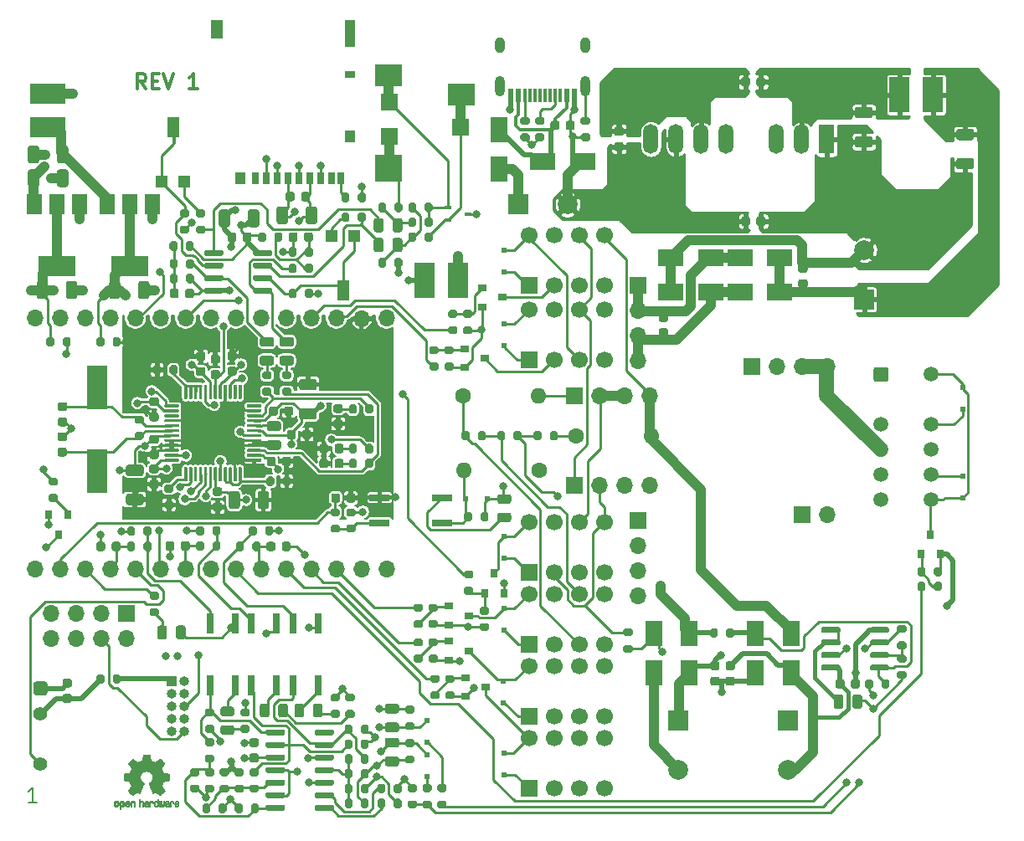
<source format=gbr>
%TF.GenerationSoftware,KiCad,Pcbnew,5.1.9-73d0e3b20d~88~ubuntu18.04.1*%
%TF.CreationDate,2021-01-16T14:46:19+01:00*%
%TF.ProjectId,saba-fernbedienung,73616261-2d66-4657-926e-62656469656e,rev?*%
%TF.SameCoordinates,Original*%
%TF.FileFunction,Copper,L1,Top*%
%TF.FilePolarity,Positive*%
%FSLAX46Y46*%
G04 Gerber Fmt 4.6, Leading zero omitted, Abs format (unit mm)*
G04 Created by KiCad (PCBNEW 5.1.9-73d0e3b20d~88~ubuntu18.04.1) date 2021-01-16 14:46:19*
%MOMM*%
%LPD*%
G01*
G04 APERTURE LIST*
%TA.AperFunction,NonConductor*%
%ADD10C,0.300000*%
%TD*%
%TA.AperFunction,NonConductor*%
%ADD11C,0.150000*%
%TD*%
%TA.AperFunction,EtchedComponent*%
%ADD12C,0.010000*%
%TD*%
%TA.AperFunction,SMDPad,CuDef*%
%ADD13R,0.700000X1.200000*%
%TD*%
%TA.AperFunction,SMDPad,CuDef*%
%ADD14R,1.000000X1.200000*%
%TD*%
%TA.AperFunction,SMDPad,CuDef*%
%ADD15R,1.000000X0.800000*%
%TD*%
%TA.AperFunction,SMDPad,CuDef*%
%ADD16R,1.000000X2.800000*%
%TD*%
%TA.AperFunction,SMDPad,CuDef*%
%ADD17R,1.300000X1.900000*%
%TD*%
%TA.AperFunction,ComponentPad*%
%ADD18C,2.000000*%
%TD*%
%TA.AperFunction,ComponentPad*%
%ADD19R,2.000000X2.000000*%
%TD*%
%TA.AperFunction,ComponentPad*%
%ADD20O,1.700000X1.700000*%
%TD*%
%TA.AperFunction,ComponentPad*%
%ADD21R,1.700000X1.700000*%
%TD*%
%TA.AperFunction,SMDPad,CuDef*%
%ADD22R,0.800000X0.900000*%
%TD*%
%TA.AperFunction,SMDPad,CuDef*%
%ADD23R,2.000000X4.500000*%
%TD*%
%TA.AperFunction,SMDPad,CuDef*%
%ADD24R,1.800000X2.500000*%
%TD*%
%TA.AperFunction,SMDPad,CuDef*%
%ADD25R,0.640000X2.000000*%
%TD*%
%TA.AperFunction,SMDPad,CuDef*%
%ADD26R,0.900000X0.800000*%
%TD*%
%TA.AperFunction,ComponentPad*%
%ADD27C,1.700000*%
%TD*%
%TA.AperFunction,SMDPad,CuDef*%
%ADD28R,0.600000X1.450000*%
%TD*%
%TA.AperFunction,SMDPad,CuDef*%
%ADD29R,0.300000X1.450000*%
%TD*%
%TA.AperFunction,ComponentPad*%
%ADD30O,1.000000X2.100000*%
%TD*%
%TA.AperFunction,ComponentPad*%
%ADD31O,1.000000X1.600000*%
%TD*%
%TA.AperFunction,SMDPad,CuDef*%
%ADD32R,2.000000X0.640000*%
%TD*%
%TA.AperFunction,SMDPad,CuDef*%
%ADD33R,3.800000X2.000000*%
%TD*%
%TA.AperFunction,SMDPad,CuDef*%
%ADD34R,1.500000X2.000000*%
%TD*%
%TA.AperFunction,ComponentPad*%
%ADD35O,1.500000X3.000000*%
%TD*%
%TA.AperFunction,ComponentPad*%
%ADD36R,1.500000X3.000000*%
%TD*%
%TA.AperFunction,ComponentPad*%
%ADD37C,1.400000*%
%TD*%
%TA.AperFunction,SMDPad,CuDef*%
%ADD38R,1.300000X1.300000*%
%TD*%
%TA.AperFunction,SMDPad,CuDef*%
%ADD39R,1.300000X2.000000*%
%TD*%
%TA.AperFunction,ComponentPad*%
%ADD40C,1.600000*%
%TD*%
%TA.AperFunction,ComponentPad*%
%ADD41O,1.600000X1.600000*%
%TD*%
%TA.AperFunction,SMDPad,CuDef*%
%ADD42R,2.000000X3.600000*%
%TD*%
%TA.AperFunction,SMDPad,CuDef*%
%ADD43R,3.600000X2.000000*%
%TD*%
%TA.AperFunction,ComponentPad*%
%ADD44C,1.500000*%
%TD*%
%TA.AperFunction,SMDPad,CuDef*%
%ADD45R,2.800000X2.800000*%
%TD*%
%TA.AperFunction,SMDPad,CuDef*%
%ADD46R,2.800000X2.200000*%
%TD*%
%TA.AperFunction,ComponentPad*%
%ADD47O,1.000000X1.000000*%
%TD*%
%TA.AperFunction,ComponentPad*%
%ADD48R,1.000000X1.000000*%
%TD*%
%TA.AperFunction,SMDPad,CuDef*%
%ADD49R,0.500000X0.500000*%
%TD*%
%TA.AperFunction,SMDPad,CuDef*%
%ADD50R,2.500000X1.800000*%
%TD*%
%TA.AperFunction,SMDPad,CuDef*%
%ADD51R,0.700000X0.450000*%
%TD*%
%TA.AperFunction,ViaPad*%
%ADD52C,0.800000*%
%TD*%
%TA.AperFunction,Conductor*%
%ADD53C,1.000000*%
%TD*%
%TA.AperFunction,Conductor*%
%ADD54C,0.500000*%
%TD*%
%TA.AperFunction,Conductor*%
%ADD55C,0.250000*%
%TD*%
%TA.AperFunction,Conductor*%
%ADD56C,0.350000*%
%TD*%
%TA.AperFunction,Conductor*%
%ADD57C,0.450000*%
%TD*%
%TA.AperFunction,Conductor*%
%ADD58C,1.500000*%
%TD*%
%TA.AperFunction,Conductor*%
%ADD59C,0.254000*%
%TD*%
%TA.AperFunction,Conductor*%
%ADD60C,0.100000*%
%TD*%
%TA.AperFunction,Conductor*%
%ADD61C,0.200000*%
%TD*%
G04 APERTURE END LIST*
D10*
X113157142Y-65878571D02*
X112657142Y-65164285D01*
X112300000Y-65878571D02*
X112300000Y-64378571D01*
X112871428Y-64378571D01*
X113014285Y-64450000D01*
X113085714Y-64521428D01*
X113157142Y-64664285D01*
X113157142Y-64878571D01*
X113085714Y-65021428D01*
X113014285Y-65092857D01*
X112871428Y-65164285D01*
X112300000Y-65164285D01*
X113800000Y-65092857D02*
X114300000Y-65092857D01*
X114514285Y-65878571D02*
X113800000Y-65878571D01*
X113800000Y-64378571D01*
X114514285Y-64378571D01*
X114942857Y-64378571D02*
X115442857Y-65878571D01*
X115942857Y-64378571D01*
X118371428Y-65878571D02*
X117514285Y-65878571D01*
X117942857Y-65878571D02*
X117942857Y-64378571D01*
X117800000Y-64592857D01*
X117657142Y-64735714D01*
X117514285Y-64807142D01*
D11*
X102128571Y-138078571D02*
X101271428Y-138078571D01*
X101700000Y-138078571D02*
X101700000Y-136578571D01*
X101557142Y-136792857D01*
X101414285Y-136935714D01*
X101271428Y-137007142D01*
D12*
%TO.C,REF\u002A\u002A*%
G36*
X110799744Y-137919918D02*
G01*
X110855201Y-137947568D01*
X110904148Y-137998480D01*
X110917629Y-138017338D01*
X110932314Y-138042015D01*
X110941842Y-138068816D01*
X110947293Y-138104587D01*
X110949747Y-138156169D01*
X110950286Y-138224267D01*
X110947852Y-138317588D01*
X110939394Y-138387657D01*
X110923174Y-138439931D01*
X110897454Y-138479869D01*
X110860497Y-138512929D01*
X110857782Y-138514886D01*
X110821360Y-138534908D01*
X110777502Y-138544815D01*
X110721724Y-138547257D01*
X110631048Y-138547257D01*
X110631010Y-138635283D01*
X110630166Y-138684308D01*
X110625024Y-138713065D01*
X110611587Y-138730311D01*
X110585858Y-138744808D01*
X110579679Y-138747769D01*
X110550764Y-138761648D01*
X110528376Y-138770414D01*
X110511729Y-138771171D01*
X110500036Y-138761023D01*
X110492510Y-138737073D01*
X110488366Y-138696426D01*
X110486815Y-138636186D01*
X110487071Y-138553455D01*
X110488349Y-138445339D01*
X110488748Y-138413000D01*
X110490185Y-138301524D01*
X110491472Y-138228603D01*
X110630971Y-138228603D01*
X110631755Y-138290499D01*
X110635240Y-138330997D01*
X110643124Y-138357708D01*
X110657105Y-138378244D01*
X110666597Y-138388260D01*
X110705404Y-138417567D01*
X110739763Y-138419952D01*
X110775216Y-138395750D01*
X110776114Y-138394857D01*
X110790539Y-138376153D01*
X110799313Y-138350732D01*
X110803739Y-138311584D01*
X110805118Y-138251697D01*
X110805143Y-138238430D01*
X110801812Y-138155901D01*
X110790969Y-138098691D01*
X110771340Y-138063766D01*
X110741650Y-138048094D01*
X110724491Y-138046514D01*
X110683766Y-138053926D01*
X110655832Y-138078330D01*
X110639017Y-138122980D01*
X110631650Y-138191130D01*
X110630971Y-138228603D01*
X110491472Y-138228603D01*
X110491708Y-138215245D01*
X110493677Y-138150333D01*
X110496450Y-138102958D01*
X110500388Y-138069290D01*
X110505849Y-138045498D01*
X110513192Y-138027753D01*
X110522777Y-138012224D01*
X110526887Y-138006381D01*
X110581405Y-137951185D01*
X110650336Y-137919890D01*
X110730072Y-137911165D01*
X110799744Y-137919918D01*
G37*
X110799744Y-137919918D02*
X110855201Y-137947568D01*
X110904148Y-137998480D01*
X110917629Y-138017338D01*
X110932314Y-138042015D01*
X110941842Y-138068816D01*
X110947293Y-138104587D01*
X110949747Y-138156169D01*
X110950286Y-138224267D01*
X110947852Y-138317588D01*
X110939394Y-138387657D01*
X110923174Y-138439931D01*
X110897454Y-138479869D01*
X110860497Y-138512929D01*
X110857782Y-138514886D01*
X110821360Y-138534908D01*
X110777502Y-138544815D01*
X110721724Y-138547257D01*
X110631048Y-138547257D01*
X110631010Y-138635283D01*
X110630166Y-138684308D01*
X110625024Y-138713065D01*
X110611587Y-138730311D01*
X110585858Y-138744808D01*
X110579679Y-138747769D01*
X110550764Y-138761648D01*
X110528376Y-138770414D01*
X110511729Y-138771171D01*
X110500036Y-138761023D01*
X110492510Y-138737073D01*
X110488366Y-138696426D01*
X110486815Y-138636186D01*
X110487071Y-138553455D01*
X110488349Y-138445339D01*
X110488748Y-138413000D01*
X110490185Y-138301524D01*
X110491472Y-138228603D01*
X110630971Y-138228603D01*
X110631755Y-138290499D01*
X110635240Y-138330997D01*
X110643124Y-138357708D01*
X110657105Y-138378244D01*
X110666597Y-138388260D01*
X110705404Y-138417567D01*
X110739763Y-138419952D01*
X110775216Y-138395750D01*
X110776114Y-138394857D01*
X110790539Y-138376153D01*
X110799313Y-138350732D01*
X110803739Y-138311584D01*
X110805118Y-138251697D01*
X110805143Y-138238430D01*
X110801812Y-138155901D01*
X110790969Y-138098691D01*
X110771340Y-138063766D01*
X110741650Y-138048094D01*
X110724491Y-138046514D01*
X110683766Y-138053926D01*
X110655832Y-138078330D01*
X110639017Y-138122980D01*
X110631650Y-138191130D01*
X110630971Y-138228603D01*
X110491472Y-138228603D01*
X110491708Y-138215245D01*
X110493677Y-138150333D01*
X110496450Y-138102958D01*
X110500388Y-138069290D01*
X110505849Y-138045498D01*
X110513192Y-138027753D01*
X110522777Y-138012224D01*
X110526887Y-138006381D01*
X110581405Y-137951185D01*
X110650336Y-137919890D01*
X110730072Y-137911165D01*
X110799744Y-137919918D01*
G36*
X111916093Y-137927780D02*
G01*
X111962672Y-137954723D01*
X111995057Y-137981466D01*
X112018742Y-138009484D01*
X112035059Y-138043748D01*
X112045339Y-138089227D01*
X112050914Y-138150892D01*
X112053116Y-138233711D01*
X112053371Y-138293246D01*
X112053371Y-138512391D01*
X111991686Y-138540044D01*
X111930000Y-138567697D01*
X111922743Y-138327670D01*
X111919744Y-138238028D01*
X111916598Y-138172962D01*
X111912701Y-138128026D01*
X111907447Y-138098770D01*
X111900231Y-138080748D01*
X111890450Y-138069511D01*
X111887312Y-138067079D01*
X111839761Y-138048083D01*
X111791697Y-138055600D01*
X111763086Y-138075543D01*
X111751447Y-138089675D01*
X111743391Y-138108220D01*
X111738271Y-138136334D01*
X111735441Y-138179173D01*
X111734256Y-138241895D01*
X111734057Y-138307261D01*
X111734018Y-138389268D01*
X111732614Y-138447316D01*
X111727914Y-138486465D01*
X111717987Y-138511780D01*
X111700903Y-138528323D01*
X111674732Y-138541156D01*
X111639775Y-138554491D01*
X111601596Y-138569007D01*
X111606141Y-138311389D01*
X111607971Y-138218519D01*
X111610112Y-138149889D01*
X111613181Y-138100711D01*
X111617794Y-138066198D01*
X111624568Y-138041562D01*
X111634119Y-138022016D01*
X111645634Y-138004770D01*
X111701190Y-137949680D01*
X111768980Y-137917822D01*
X111842713Y-137910191D01*
X111916093Y-137927780D01*
G37*
X111916093Y-137927780D02*
X111962672Y-137954723D01*
X111995057Y-137981466D01*
X112018742Y-138009484D01*
X112035059Y-138043748D01*
X112045339Y-138089227D01*
X112050914Y-138150892D01*
X112053116Y-138233711D01*
X112053371Y-138293246D01*
X112053371Y-138512391D01*
X111991686Y-138540044D01*
X111930000Y-138567697D01*
X111922743Y-138327670D01*
X111919744Y-138238028D01*
X111916598Y-138172962D01*
X111912701Y-138128026D01*
X111907447Y-138098770D01*
X111900231Y-138080748D01*
X111890450Y-138069511D01*
X111887312Y-138067079D01*
X111839761Y-138048083D01*
X111791697Y-138055600D01*
X111763086Y-138075543D01*
X111751447Y-138089675D01*
X111743391Y-138108220D01*
X111738271Y-138136334D01*
X111735441Y-138179173D01*
X111734256Y-138241895D01*
X111734057Y-138307261D01*
X111734018Y-138389268D01*
X111732614Y-138447316D01*
X111727914Y-138486465D01*
X111717987Y-138511780D01*
X111700903Y-138528323D01*
X111674732Y-138541156D01*
X111639775Y-138554491D01*
X111601596Y-138569007D01*
X111606141Y-138311389D01*
X111607971Y-138218519D01*
X111610112Y-138149889D01*
X111613181Y-138100711D01*
X111617794Y-138066198D01*
X111624568Y-138041562D01*
X111634119Y-138022016D01*
X111645634Y-138004770D01*
X111701190Y-137949680D01*
X111768980Y-137917822D01*
X111842713Y-137910191D01*
X111916093Y-137927780D01*
G36*
X110241115Y-137921962D02*
G01*
X110309145Y-137957733D01*
X110359351Y-138015301D01*
X110377185Y-138052312D01*
X110391063Y-138107882D01*
X110398167Y-138178096D01*
X110398840Y-138254727D01*
X110393427Y-138329552D01*
X110382270Y-138394342D01*
X110365714Y-138440873D01*
X110360626Y-138448887D01*
X110300355Y-138508707D01*
X110228769Y-138544535D01*
X110151092Y-138555020D01*
X110072548Y-138538810D01*
X110050689Y-138529092D01*
X110008122Y-138499143D01*
X109970763Y-138459433D01*
X109967232Y-138454397D01*
X109952881Y-138430124D01*
X109943394Y-138404178D01*
X109937790Y-138370022D01*
X109935086Y-138321119D01*
X109934299Y-138250935D01*
X109934286Y-138235200D01*
X109934322Y-138230192D01*
X110079429Y-138230192D01*
X110080273Y-138296430D01*
X110083596Y-138340386D01*
X110090583Y-138368779D01*
X110102416Y-138388325D01*
X110108457Y-138394857D01*
X110143186Y-138419680D01*
X110176903Y-138418548D01*
X110210995Y-138397016D01*
X110231329Y-138374029D01*
X110243371Y-138340478D01*
X110250134Y-138287569D01*
X110250598Y-138281399D01*
X110251752Y-138185513D01*
X110239688Y-138114299D01*
X110214570Y-138068194D01*
X110176560Y-138047635D01*
X110162992Y-138046514D01*
X110127364Y-138052152D01*
X110102994Y-138071686D01*
X110088093Y-138109042D01*
X110080875Y-138168150D01*
X110079429Y-138230192D01*
X109934322Y-138230192D01*
X109934826Y-138160413D01*
X109937096Y-138108159D01*
X109942068Y-138071949D01*
X109950713Y-138045299D01*
X109964005Y-138021722D01*
X109966943Y-138017338D01*
X110016313Y-137958249D01*
X110070109Y-137923947D01*
X110135602Y-137910331D01*
X110157842Y-137909665D01*
X110241115Y-137921962D01*
G37*
X110241115Y-137921962D02*
X110309145Y-137957733D01*
X110359351Y-138015301D01*
X110377185Y-138052312D01*
X110391063Y-138107882D01*
X110398167Y-138178096D01*
X110398840Y-138254727D01*
X110393427Y-138329552D01*
X110382270Y-138394342D01*
X110365714Y-138440873D01*
X110360626Y-138448887D01*
X110300355Y-138508707D01*
X110228769Y-138544535D01*
X110151092Y-138555020D01*
X110072548Y-138538810D01*
X110050689Y-138529092D01*
X110008122Y-138499143D01*
X109970763Y-138459433D01*
X109967232Y-138454397D01*
X109952881Y-138430124D01*
X109943394Y-138404178D01*
X109937790Y-138370022D01*
X109935086Y-138321119D01*
X109934299Y-138250935D01*
X109934286Y-138235200D01*
X109934322Y-138230192D01*
X110079429Y-138230192D01*
X110080273Y-138296430D01*
X110083596Y-138340386D01*
X110090583Y-138368779D01*
X110102416Y-138388325D01*
X110108457Y-138394857D01*
X110143186Y-138419680D01*
X110176903Y-138418548D01*
X110210995Y-138397016D01*
X110231329Y-138374029D01*
X110243371Y-138340478D01*
X110250134Y-138287569D01*
X110250598Y-138281399D01*
X110251752Y-138185513D01*
X110239688Y-138114299D01*
X110214570Y-138068194D01*
X110176560Y-138047635D01*
X110162992Y-138046514D01*
X110127364Y-138052152D01*
X110102994Y-138071686D01*
X110088093Y-138109042D01*
X110080875Y-138168150D01*
X110079429Y-138230192D01*
X109934322Y-138230192D01*
X109934826Y-138160413D01*
X109937096Y-138108159D01*
X109942068Y-138071949D01*
X109950713Y-138045299D01*
X109964005Y-138021722D01*
X109966943Y-138017338D01*
X110016313Y-137958249D01*
X110070109Y-137923947D01*
X110135602Y-137910331D01*
X110157842Y-137909665D01*
X110241115Y-137921962D01*
G36*
X111368303Y-137931239D02*
G01*
X111425527Y-137969735D01*
X111469749Y-138025335D01*
X111496167Y-138096086D01*
X111501510Y-138148162D01*
X111500903Y-138169893D01*
X111495822Y-138186531D01*
X111481855Y-138201437D01*
X111454589Y-138217973D01*
X111409612Y-138239498D01*
X111342511Y-138269374D01*
X111342171Y-138269524D01*
X111280407Y-138297813D01*
X111229759Y-138322933D01*
X111195404Y-138342179D01*
X111182518Y-138352848D01*
X111182514Y-138352934D01*
X111193872Y-138376166D01*
X111220431Y-138401774D01*
X111250923Y-138420221D01*
X111266370Y-138423886D01*
X111308515Y-138411212D01*
X111344808Y-138379471D01*
X111362517Y-138344572D01*
X111379552Y-138318845D01*
X111412922Y-138289546D01*
X111452149Y-138264235D01*
X111486756Y-138250471D01*
X111493993Y-138249714D01*
X111502139Y-138262160D01*
X111502630Y-138293972D01*
X111496643Y-138336866D01*
X111485357Y-138382558D01*
X111469950Y-138422761D01*
X111469171Y-138424322D01*
X111422804Y-138489062D01*
X111362711Y-138533097D01*
X111294465Y-138554711D01*
X111223638Y-138552185D01*
X111155804Y-138523804D01*
X111152788Y-138521808D01*
X111099427Y-138473448D01*
X111064340Y-138410352D01*
X111044922Y-138327387D01*
X111042316Y-138304078D01*
X111037701Y-138194055D01*
X111043233Y-138142748D01*
X111182514Y-138142748D01*
X111184324Y-138174753D01*
X111194222Y-138184093D01*
X111218898Y-138177105D01*
X111257795Y-138160587D01*
X111301275Y-138139881D01*
X111302356Y-138139333D01*
X111339209Y-138119949D01*
X111354000Y-138107013D01*
X111350353Y-138093451D01*
X111334995Y-138075632D01*
X111295923Y-138049845D01*
X111253846Y-138047950D01*
X111216103Y-138066717D01*
X111190034Y-138102915D01*
X111182514Y-138142748D01*
X111043233Y-138142748D01*
X111047194Y-138106027D01*
X111071550Y-138036212D01*
X111105456Y-137987302D01*
X111166653Y-137937878D01*
X111234063Y-137913359D01*
X111302880Y-137911797D01*
X111368303Y-137931239D01*
G37*
X111368303Y-137931239D02*
X111425527Y-137969735D01*
X111469749Y-138025335D01*
X111496167Y-138096086D01*
X111501510Y-138148162D01*
X111500903Y-138169893D01*
X111495822Y-138186531D01*
X111481855Y-138201437D01*
X111454589Y-138217973D01*
X111409612Y-138239498D01*
X111342511Y-138269374D01*
X111342171Y-138269524D01*
X111280407Y-138297813D01*
X111229759Y-138322933D01*
X111195404Y-138342179D01*
X111182518Y-138352848D01*
X111182514Y-138352934D01*
X111193872Y-138376166D01*
X111220431Y-138401774D01*
X111250923Y-138420221D01*
X111266370Y-138423886D01*
X111308515Y-138411212D01*
X111344808Y-138379471D01*
X111362517Y-138344572D01*
X111379552Y-138318845D01*
X111412922Y-138289546D01*
X111452149Y-138264235D01*
X111486756Y-138250471D01*
X111493993Y-138249714D01*
X111502139Y-138262160D01*
X111502630Y-138293972D01*
X111496643Y-138336866D01*
X111485357Y-138382558D01*
X111469950Y-138422761D01*
X111469171Y-138424322D01*
X111422804Y-138489062D01*
X111362711Y-138533097D01*
X111294465Y-138554711D01*
X111223638Y-138552185D01*
X111155804Y-138523804D01*
X111152788Y-138521808D01*
X111099427Y-138473448D01*
X111064340Y-138410352D01*
X111044922Y-138327387D01*
X111042316Y-138304078D01*
X111037701Y-138194055D01*
X111043233Y-138142748D01*
X111182514Y-138142748D01*
X111184324Y-138174753D01*
X111194222Y-138184093D01*
X111218898Y-138177105D01*
X111257795Y-138160587D01*
X111301275Y-138139881D01*
X111302356Y-138139333D01*
X111339209Y-138119949D01*
X111354000Y-138107013D01*
X111350353Y-138093451D01*
X111334995Y-138075632D01*
X111295923Y-138049845D01*
X111253846Y-138047950D01*
X111216103Y-138066717D01*
X111190034Y-138102915D01*
X111182514Y-138142748D01*
X111043233Y-138142748D01*
X111047194Y-138106027D01*
X111071550Y-138036212D01*
X111105456Y-137987302D01*
X111166653Y-137937878D01*
X111234063Y-137913359D01*
X111302880Y-137911797D01*
X111368303Y-137931239D01*
G36*
X112575886Y-137851289D02*
G01*
X112580139Y-137910613D01*
X112585025Y-137945572D01*
X112591795Y-137960820D01*
X112601702Y-137961015D01*
X112604914Y-137959195D01*
X112647644Y-137946015D01*
X112703227Y-137946785D01*
X112759737Y-137960333D01*
X112795082Y-137977861D01*
X112831321Y-138005861D01*
X112857813Y-138037549D01*
X112875999Y-138077813D01*
X112887322Y-138131543D01*
X112893222Y-138203626D01*
X112895143Y-138298951D01*
X112895177Y-138317237D01*
X112895200Y-138522646D01*
X112849491Y-138538580D01*
X112817027Y-138549420D01*
X112799215Y-138554468D01*
X112798691Y-138554514D01*
X112796937Y-138540828D01*
X112795444Y-138503076D01*
X112794326Y-138446224D01*
X112793697Y-138375234D01*
X112793600Y-138332073D01*
X112793398Y-138246973D01*
X112792358Y-138185981D01*
X112789831Y-138144177D01*
X112785164Y-138116642D01*
X112777707Y-138098456D01*
X112766811Y-138084698D01*
X112760007Y-138078073D01*
X112713272Y-138051375D01*
X112662272Y-138049375D01*
X112616001Y-138071955D01*
X112607444Y-138080107D01*
X112594893Y-138095436D01*
X112586188Y-138113618D01*
X112580631Y-138139909D01*
X112577526Y-138179562D01*
X112576176Y-138237832D01*
X112575886Y-138318173D01*
X112575886Y-138522646D01*
X112530177Y-138538580D01*
X112497713Y-138549420D01*
X112479901Y-138554468D01*
X112479377Y-138554514D01*
X112478037Y-138540623D01*
X112476828Y-138501439D01*
X112475801Y-138440700D01*
X112475002Y-138362141D01*
X112474481Y-138269498D01*
X112474286Y-138166509D01*
X112474286Y-137769342D01*
X112521457Y-137749444D01*
X112568629Y-137729547D01*
X112575886Y-137851289D01*
G37*
X112575886Y-137851289D02*
X112580139Y-137910613D01*
X112585025Y-137945572D01*
X112591795Y-137960820D01*
X112601702Y-137961015D01*
X112604914Y-137959195D01*
X112647644Y-137946015D01*
X112703227Y-137946785D01*
X112759737Y-137960333D01*
X112795082Y-137977861D01*
X112831321Y-138005861D01*
X112857813Y-138037549D01*
X112875999Y-138077813D01*
X112887322Y-138131543D01*
X112893222Y-138203626D01*
X112895143Y-138298951D01*
X112895177Y-138317237D01*
X112895200Y-138522646D01*
X112849491Y-138538580D01*
X112817027Y-138549420D01*
X112799215Y-138554468D01*
X112798691Y-138554514D01*
X112796937Y-138540828D01*
X112795444Y-138503076D01*
X112794326Y-138446224D01*
X112793697Y-138375234D01*
X112793600Y-138332073D01*
X112793398Y-138246973D01*
X112792358Y-138185981D01*
X112789831Y-138144177D01*
X112785164Y-138116642D01*
X112777707Y-138098456D01*
X112766811Y-138084698D01*
X112760007Y-138078073D01*
X112713272Y-138051375D01*
X112662272Y-138049375D01*
X112616001Y-138071955D01*
X112607444Y-138080107D01*
X112594893Y-138095436D01*
X112586188Y-138113618D01*
X112580631Y-138139909D01*
X112577526Y-138179562D01*
X112576176Y-138237832D01*
X112575886Y-138318173D01*
X112575886Y-138522646D01*
X112530177Y-138538580D01*
X112497713Y-138549420D01*
X112479901Y-138554468D01*
X112479377Y-138554514D01*
X112478037Y-138540623D01*
X112476828Y-138501439D01*
X112475801Y-138440700D01*
X112475002Y-138362141D01*
X112474481Y-138269498D01*
X112474286Y-138166509D01*
X112474286Y-137769342D01*
X112521457Y-137749444D01*
X112568629Y-137729547D01*
X112575886Y-137851289D01*
G36*
X113239744Y-137950968D02*
G01*
X113296616Y-137972087D01*
X113297267Y-137972493D01*
X113332440Y-137998380D01*
X113358407Y-138028633D01*
X113376670Y-138068058D01*
X113388732Y-138121462D01*
X113396096Y-138193651D01*
X113400264Y-138289432D01*
X113400629Y-138303078D01*
X113405876Y-138508842D01*
X113361716Y-138531678D01*
X113329763Y-138547110D01*
X113310470Y-138554423D01*
X113309578Y-138554514D01*
X113306239Y-138541022D01*
X113303587Y-138504626D01*
X113301956Y-138451452D01*
X113301600Y-138408393D01*
X113301592Y-138338641D01*
X113298403Y-138294837D01*
X113287288Y-138273944D01*
X113263501Y-138272925D01*
X113222296Y-138288741D01*
X113160086Y-138317815D01*
X113114341Y-138341963D01*
X113090813Y-138362913D01*
X113083896Y-138385747D01*
X113083886Y-138386877D01*
X113095299Y-138426212D01*
X113129092Y-138447462D01*
X113180809Y-138450539D01*
X113218061Y-138450006D01*
X113237703Y-138460735D01*
X113249952Y-138486505D01*
X113257002Y-138519337D01*
X113246842Y-138537966D01*
X113243017Y-138540632D01*
X113207001Y-138551340D01*
X113156566Y-138552856D01*
X113104626Y-138545759D01*
X113067822Y-138532788D01*
X113016938Y-138489585D01*
X112988014Y-138429446D01*
X112982286Y-138382462D01*
X112986657Y-138340082D01*
X113002475Y-138305488D01*
X113033797Y-138274763D01*
X113084678Y-138243990D01*
X113159176Y-138209252D01*
X113163714Y-138207288D01*
X113230821Y-138176287D01*
X113272232Y-138150862D01*
X113289981Y-138128014D01*
X113286107Y-138104745D01*
X113262643Y-138078056D01*
X113255627Y-138071914D01*
X113208630Y-138048100D01*
X113159933Y-138049103D01*
X113117522Y-138072451D01*
X113089384Y-138115675D01*
X113086769Y-138124160D01*
X113061308Y-138165308D01*
X113029001Y-138185128D01*
X112982286Y-138204770D01*
X112982286Y-138153950D01*
X112996496Y-138080082D01*
X113038675Y-138012327D01*
X113060624Y-137989661D01*
X113110517Y-137960569D01*
X113173967Y-137947400D01*
X113239744Y-137950968D01*
G37*
X113239744Y-137950968D02*
X113296616Y-137972087D01*
X113297267Y-137972493D01*
X113332440Y-137998380D01*
X113358407Y-138028633D01*
X113376670Y-138068058D01*
X113388732Y-138121462D01*
X113396096Y-138193651D01*
X113400264Y-138289432D01*
X113400629Y-138303078D01*
X113405876Y-138508842D01*
X113361716Y-138531678D01*
X113329763Y-138547110D01*
X113310470Y-138554423D01*
X113309578Y-138554514D01*
X113306239Y-138541022D01*
X113303587Y-138504626D01*
X113301956Y-138451452D01*
X113301600Y-138408393D01*
X113301592Y-138338641D01*
X113298403Y-138294837D01*
X113287288Y-138273944D01*
X113263501Y-138272925D01*
X113222296Y-138288741D01*
X113160086Y-138317815D01*
X113114341Y-138341963D01*
X113090813Y-138362913D01*
X113083896Y-138385747D01*
X113083886Y-138386877D01*
X113095299Y-138426212D01*
X113129092Y-138447462D01*
X113180809Y-138450539D01*
X113218061Y-138450006D01*
X113237703Y-138460735D01*
X113249952Y-138486505D01*
X113257002Y-138519337D01*
X113246842Y-138537966D01*
X113243017Y-138540632D01*
X113207001Y-138551340D01*
X113156566Y-138552856D01*
X113104626Y-138545759D01*
X113067822Y-138532788D01*
X113016938Y-138489585D01*
X112988014Y-138429446D01*
X112982286Y-138382462D01*
X112986657Y-138340082D01*
X113002475Y-138305488D01*
X113033797Y-138274763D01*
X113084678Y-138243990D01*
X113159176Y-138209252D01*
X113163714Y-138207288D01*
X113230821Y-138176287D01*
X113272232Y-138150862D01*
X113289981Y-138128014D01*
X113286107Y-138104745D01*
X113262643Y-138078056D01*
X113255627Y-138071914D01*
X113208630Y-138048100D01*
X113159933Y-138049103D01*
X113117522Y-138072451D01*
X113089384Y-138115675D01*
X113086769Y-138124160D01*
X113061308Y-138165308D01*
X113029001Y-138185128D01*
X112982286Y-138204770D01*
X112982286Y-138153950D01*
X112996496Y-138080082D01*
X113038675Y-138012327D01*
X113060624Y-137989661D01*
X113110517Y-137960569D01*
X113173967Y-137947400D01*
X113239744Y-137950968D01*
G36*
X113729926Y-137949755D02*
G01*
X113795858Y-137974084D01*
X113849273Y-138017117D01*
X113870164Y-138047409D01*
X113892939Y-138102994D01*
X113892466Y-138143186D01*
X113868562Y-138170217D01*
X113859717Y-138174813D01*
X113821530Y-138189144D01*
X113802028Y-138185472D01*
X113795422Y-138161407D01*
X113795086Y-138148114D01*
X113782992Y-138099210D01*
X113751471Y-138064999D01*
X113707659Y-138048476D01*
X113658695Y-138052634D01*
X113618894Y-138074227D01*
X113605450Y-138086544D01*
X113595921Y-138101487D01*
X113589485Y-138124075D01*
X113585317Y-138159328D01*
X113582597Y-138212266D01*
X113580502Y-138287907D01*
X113579960Y-138311857D01*
X113577981Y-138393790D01*
X113575731Y-138451455D01*
X113572357Y-138489608D01*
X113567006Y-138513004D01*
X113558824Y-138526398D01*
X113546959Y-138534545D01*
X113539362Y-138538144D01*
X113507102Y-138550452D01*
X113488111Y-138554514D01*
X113481836Y-138540948D01*
X113478006Y-138499934D01*
X113476600Y-138430999D01*
X113477598Y-138333669D01*
X113477908Y-138318657D01*
X113480101Y-138229859D01*
X113482693Y-138165019D01*
X113486382Y-138119067D01*
X113491864Y-138086935D01*
X113499835Y-138063553D01*
X113510993Y-138043852D01*
X113516830Y-138035410D01*
X113550296Y-137998057D01*
X113587727Y-137969003D01*
X113592309Y-137966467D01*
X113659426Y-137946443D01*
X113729926Y-137949755D01*
G37*
X113729926Y-137949755D02*
X113795858Y-137974084D01*
X113849273Y-138017117D01*
X113870164Y-138047409D01*
X113892939Y-138102994D01*
X113892466Y-138143186D01*
X113868562Y-138170217D01*
X113859717Y-138174813D01*
X113821530Y-138189144D01*
X113802028Y-138185472D01*
X113795422Y-138161407D01*
X113795086Y-138148114D01*
X113782992Y-138099210D01*
X113751471Y-138064999D01*
X113707659Y-138048476D01*
X113658695Y-138052634D01*
X113618894Y-138074227D01*
X113605450Y-138086544D01*
X113595921Y-138101487D01*
X113589485Y-138124075D01*
X113585317Y-138159328D01*
X113582597Y-138212266D01*
X113580502Y-138287907D01*
X113579960Y-138311857D01*
X113577981Y-138393790D01*
X113575731Y-138451455D01*
X113572357Y-138489608D01*
X113567006Y-138513004D01*
X113558824Y-138526398D01*
X113546959Y-138534545D01*
X113539362Y-138538144D01*
X113507102Y-138550452D01*
X113488111Y-138554514D01*
X113481836Y-138540948D01*
X113478006Y-138499934D01*
X113476600Y-138430999D01*
X113477598Y-138333669D01*
X113477908Y-138318657D01*
X113480101Y-138229859D01*
X113482693Y-138165019D01*
X113486382Y-138119067D01*
X113491864Y-138086935D01*
X113499835Y-138063553D01*
X113510993Y-138043852D01*
X113516830Y-138035410D01*
X113550296Y-137998057D01*
X113587727Y-137969003D01*
X113592309Y-137966467D01*
X113659426Y-137946443D01*
X113729926Y-137949755D01*
G36*
X114390117Y-138065358D02*
G01*
X114389933Y-138173837D01*
X114389219Y-138257287D01*
X114387675Y-138319704D01*
X114385001Y-138365085D01*
X114380894Y-138397429D01*
X114375055Y-138420733D01*
X114367182Y-138438995D01*
X114361221Y-138449418D01*
X114311855Y-138505945D01*
X114249264Y-138541377D01*
X114180013Y-138554090D01*
X114110668Y-138542463D01*
X114069375Y-138521568D01*
X114026025Y-138485422D01*
X113996481Y-138441276D01*
X113978655Y-138383462D01*
X113970463Y-138306313D01*
X113969302Y-138249714D01*
X113969458Y-138245647D01*
X114070857Y-138245647D01*
X114071476Y-138310550D01*
X114074314Y-138353514D01*
X114080840Y-138381622D01*
X114092523Y-138401953D01*
X114106483Y-138417288D01*
X114153365Y-138446890D01*
X114203701Y-138449419D01*
X114251276Y-138424705D01*
X114254979Y-138421356D01*
X114270783Y-138403935D01*
X114280693Y-138383209D01*
X114286058Y-138352362D01*
X114288228Y-138304577D01*
X114288571Y-138251748D01*
X114287827Y-138185381D01*
X114284748Y-138141106D01*
X114278061Y-138112009D01*
X114266496Y-138091173D01*
X114257013Y-138080107D01*
X114212960Y-138052198D01*
X114162224Y-138048843D01*
X114113796Y-138070159D01*
X114104450Y-138078073D01*
X114088540Y-138095647D01*
X114078610Y-138116587D01*
X114073278Y-138147782D01*
X114071163Y-138196122D01*
X114070857Y-138245647D01*
X113969458Y-138245647D01*
X113972810Y-138158568D01*
X113984726Y-138090086D01*
X114007135Y-138038600D01*
X114042124Y-137998443D01*
X114069375Y-137977861D01*
X114118907Y-137955625D01*
X114176316Y-137945304D01*
X114229682Y-137948067D01*
X114259543Y-137959212D01*
X114271261Y-137962383D01*
X114279037Y-137950557D01*
X114284465Y-137918866D01*
X114288571Y-137870593D01*
X114293067Y-137816829D01*
X114299313Y-137784482D01*
X114310676Y-137765985D01*
X114330528Y-137753770D01*
X114343000Y-137748362D01*
X114390171Y-137728601D01*
X114390117Y-138065358D01*
G37*
X114390117Y-138065358D02*
X114389933Y-138173837D01*
X114389219Y-138257287D01*
X114387675Y-138319704D01*
X114385001Y-138365085D01*
X114380894Y-138397429D01*
X114375055Y-138420733D01*
X114367182Y-138438995D01*
X114361221Y-138449418D01*
X114311855Y-138505945D01*
X114249264Y-138541377D01*
X114180013Y-138554090D01*
X114110668Y-138542463D01*
X114069375Y-138521568D01*
X114026025Y-138485422D01*
X113996481Y-138441276D01*
X113978655Y-138383462D01*
X113970463Y-138306313D01*
X113969302Y-138249714D01*
X113969458Y-138245647D01*
X114070857Y-138245647D01*
X114071476Y-138310550D01*
X114074314Y-138353514D01*
X114080840Y-138381622D01*
X114092523Y-138401953D01*
X114106483Y-138417288D01*
X114153365Y-138446890D01*
X114203701Y-138449419D01*
X114251276Y-138424705D01*
X114254979Y-138421356D01*
X114270783Y-138403935D01*
X114280693Y-138383209D01*
X114286058Y-138352362D01*
X114288228Y-138304577D01*
X114288571Y-138251748D01*
X114287827Y-138185381D01*
X114284748Y-138141106D01*
X114278061Y-138112009D01*
X114266496Y-138091173D01*
X114257013Y-138080107D01*
X114212960Y-138052198D01*
X114162224Y-138048843D01*
X114113796Y-138070159D01*
X114104450Y-138078073D01*
X114088540Y-138095647D01*
X114078610Y-138116587D01*
X114073278Y-138147782D01*
X114071163Y-138196122D01*
X114070857Y-138245647D01*
X113969458Y-138245647D01*
X113972810Y-138158568D01*
X113984726Y-138090086D01*
X114007135Y-138038600D01*
X114042124Y-137998443D01*
X114069375Y-137977861D01*
X114118907Y-137955625D01*
X114176316Y-137945304D01*
X114229682Y-137948067D01*
X114259543Y-137959212D01*
X114271261Y-137962383D01*
X114279037Y-137950557D01*
X114284465Y-137918866D01*
X114288571Y-137870593D01*
X114293067Y-137816829D01*
X114299313Y-137784482D01*
X114310676Y-137765985D01*
X114330528Y-137753770D01*
X114343000Y-137748362D01*
X114390171Y-137728601D01*
X114390117Y-138065358D01*
G36*
X114979833Y-137958663D02*
G01*
X114982048Y-137996850D01*
X114983784Y-138054886D01*
X114984899Y-138128180D01*
X114985257Y-138205055D01*
X114985257Y-138465196D01*
X114939326Y-138511127D01*
X114907675Y-138539429D01*
X114879890Y-138550893D01*
X114841915Y-138550168D01*
X114826840Y-138548321D01*
X114779726Y-138542948D01*
X114740756Y-138539869D01*
X114731257Y-138539585D01*
X114699233Y-138541445D01*
X114653432Y-138546114D01*
X114635674Y-138548321D01*
X114592057Y-138551735D01*
X114562745Y-138544320D01*
X114533680Y-138521427D01*
X114523188Y-138511127D01*
X114477257Y-138465196D01*
X114477257Y-137978602D01*
X114514226Y-137961758D01*
X114546059Y-137949282D01*
X114564683Y-137944914D01*
X114569458Y-137958718D01*
X114573921Y-137997286D01*
X114577775Y-138056356D01*
X114580722Y-138131663D01*
X114582143Y-138195286D01*
X114586114Y-138445657D01*
X114620759Y-138450556D01*
X114652268Y-138447131D01*
X114667708Y-138436041D01*
X114672023Y-138415308D01*
X114675708Y-138371145D01*
X114678469Y-138309146D01*
X114680012Y-138234909D01*
X114680235Y-138196706D01*
X114680457Y-137976783D01*
X114726166Y-137960849D01*
X114758518Y-137950015D01*
X114776115Y-137944962D01*
X114776623Y-137944914D01*
X114778388Y-137958648D01*
X114780329Y-137996730D01*
X114782282Y-138054482D01*
X114784084Y-138127227D01*
X114785343Y-138195286D01*
X114789314Y-138445657D01*
X114876400Y-138445657D01*
X114880396Y-138217240D01*
X114884392Y-137988822D01*
X114926847Y-137966868D01*
X114958192Y-137951793D01*
X114976744Y-137944951D01*
X114977279Y-137944914D01*
X114979833Y-137958663D01*
G37*
X114979833Y-137958663D02*
X114982048Y-137996850D01*
X114983784Y-138054886D01*
X114984899Y-138128180D01*
X114985257Y-138205055D01*
X114985257Y-138465196D01*
X114939326Y-138511127D01*
X114907675Y-138539429D01*
X114879890Y-138550893D01*
X114841915Y-138550168D01*
X114826840Y-138548321D01*
X114779726Y-138542948D01*
X114740756Y-138539869D01*
X114731257Y-138539585D01*
X114699233Y-138541445D01*
X114653432Y-138546114D01*
X114635674Y-138548321D01*
X114592057Y-138551735D01*
X114562745Y-138544320D01*
X114533680Y-138521427D01*
X114523188Y-138511127D01*
X114477257Y-138465196D01*
X114477257Y-137978602D01*
X114514226Y-137961758D01*
X114546059Y-137949282D01*
X114564683Y-137944914D01*
X114569458Y-137958718D01*
X114573921Y-137997286D01*
X114577775Y-138056356D01*
X114580722Y-138131663D01*
X114582143Y-138195286D01*
X114586114Y-138445657D01*
X114620759Y-138450556D01*
X114652268Y-138447131D01*
X114667708Y-138436041D01*
X114672023Y-138415308D01*
X114675708Y-138371145D01*
X114678469Y-138309146D01*
X114680012Y-138234909D01*
X114680235Y-138196706D01*
X114680457Y-137976783D01*
X114726166Y-137960849D01*
X114758518Y-137950015D01*
X114776115Y-137944962D01*
X114776623Y-137944914D01*
X114778388Y-137958648D01*
X114780329Y-137996730D01*
X114782282Y-138054482D01*
X114784084Y-138127227D01*
X114785343Y-138195286D01*
X114789314Y-138445657D01*
X114876400Y-138445657D01*
X114880396Y-138217240D01*
X114884392Y-137988822D01*
X114926847Y-137966868D01*
X114958192Y-137951793D01*
X114976744Y-137944951D01*
X114977279Y-137944914D01*
X114979833Y-137958663D01*
G36*
X115344876Y-137956335D02*
G01*
X115386667Y-137975344D01*
X115419469Y-137998378D01*
X115443503Y-138024133D01*
X115460097Y-138057358D01*
X115470577Y-138102800D01*
X115476271Y-138165207D01*
X115478507Y-138249327D01*
X115478743Y-138304721D01*
X115478743Y-138520826D01*
X115441774Y-138537670D01*
X115412656Y-138549981D01*
X115398231Y-138554514D01*
X115395472Y-138541025D01*
X115393282Y-138504653D01*
X115391942Y-138451542D01*
X115391657Y-138409372D01*
X115390434Y-138348447D01*
X115387136Y-138300115D01*
X115382321Y-138270518D01*
X115378496Y-138264229D01*
X115352783Y-138270652D01*
X115312418Y-138287125D01*
X115265679Y-138309458D01*
X115220845Y-138333457D01*
X115186193Y-138354930D01*
X115170002Y-138369685D01*
X115169938Y-138369845D01*
X115171330Y-138397152D01*
X115183818Y-138423219D01*
X115205743Y-138444392D01*
X115237743Y-138451474D01*
X115265092Y-138450649D01*
X115303826Y-138450042D01*
X115324158Y-138459116D01*
X115336369Y-138483092D01*
X115337909Y-138487613D01*
X115343203Y-138521806D01*
X115329047Y-138542568D01*
X115292148Y-138552462D01*
X115252289Y-138554292D01*
X115180562Y-138540727D01*
X115143432Y-138521355D01*
X115097576Y-138475845D01*
X115073256Y-138419983D01*
X115071073Y-138360957D01*
X115091629Y-138305953D01*
X115122549Y-138271486D01*
X115153420Y-138252189D01*
X115201942Y-138227759D01*
X115258485Y-138202985D01*
X115267910Y-138199199D01*
X115330019Y-138171791D01*
X115365822Y-138147634D01*
X115377337Y-138123619D01*
X115366580Y-138096635D01*
X115348114Y-138075543D01*
X115304469Y-138049572D01*
X115256446Y-138047624D01*
X115212406Y-138067637D01*
X115180709Y-138107551D01*
X115176549Y-138117848D01*
X115152327Y-138155724D01*
X115116965Y-138183842D01*
X115072343Y-138206917D01*
X115072343Y-138141485D01*
X115074969Y-138101506D01*
X115086230Y-138069997D01*
X115111199Y-138036378D01*
X115135169Y-138010484D01*
X115172441Y-137973817D01*
X115201401Y-137954121D01*
X115232505Y-137946220D01*
X115267713Y-137944914D01*
X115344876Y-137956335D01*
G37*
X115344876Y-137956335D02*
X115386667Y-137975344D01*
X115419469Y-137998378D01*
X115443503Y-138024133D01*
X115460097Y-138057358D01*
X115470577Y-138102800D01*
X115476271Y-138165207D01*
X115478507Y-138249327D01*
X115478743Y-138304721D01*
X115478743Y-138520826D01*
X115441774Y-138537670D01*
X115412656Y-138549981D01*
X115398231Y-138554514D01*
X115395472Y-138541025D01*
X115393282Y-138504653D01*
X115391942Y-138451542D01*
X115391657Y-138409372D01*
X115390434Y-138348447D01*
X115387136Y-138300115D01*
X115382321Y-138270518D01*
X115378496Y-138264229D01*
X115352783Y-138270652D01*
X115312418Y-138287125D01*
X115265679Y-138309458D01*
X115220845Y-138333457D01*
X115186193Y-138354930D01*
X115170002Y-138369685D01*
X115169938Y-138369845D01*
X115171330Y-138397152D01*
X115183818Y-138423219D01*
X115205743Y-138444392D01*
X115237743Y-138451474D01*
X115265092Y-138450649D01*
X115303826Y-138450042D01*
X115324158Y-138459116D01*
X115336369Y-138483092D01*
X115337909Y-138487613D01*
X115343203Y-138521806D01*
X115329047Y-138542568D01*
X115292148Y-138552462D01*
X115252289Y-138554292D01*
X115180562Y-138540727D01*
X115143432Y-138521355D01*
X115097576Y-138475845D01*
X115073256Y-138419983D01*
X115071073Y-138360957D01*
X115091629Y-138305953D01*
X115122549Y-138271486D01*
X115153420Y-138252189D01*
X115201942Y-138227759D01*
X115258485Y-138202985D01*
X115267910Y-138199199D01*
X115330019Y-138171791D01*
X115365822Y-138147634D01*
X115377337Y-138123619D01*
X115366580Y-138096635D01*
X115348114Y-138075543D01*
X115304469Y-138049572D01*
X115256446Y-138047624D01*
X115212406Y-138067637D01*
X115180709Y-138107551D01*
X115176549Y-138117848D01*
X115152327Y-138155724D01*
X115116965Y-138183842D01*
X115072343Y-138206917D01*
X115072343Y-138141485D01*
X115074969Y-138101506D01*
X115086230Y-138069997D01*
X115111199Y-138036378D01*
X115135169Y-138010484D01*
X115172441Y-137973817D01*
X115201401Y-137954121D01*
X115232505Y-137946220D01*
X115267713Y-137944914D01*
X115344876Y-137956335D01*
G36*
X115852600Y-137958752D02*
G01*
X115869948Y-137966334D01*
X115911356Y-137999128D01*
X115946765Y-138046547D01*
X115968664Y-138097151D01*
X115972229Y-138122098D01*
X115960279Y-138156927D01*
X115934067Y-138175357D01*
X115905964Y-138186516D01*
X115893095Y-138188572D01*
X115886829Y-138173649D01*
X115874456Y-138141175D01*
X115869028Y-138126502D01*
X115838590Y-138075744D01*
X115794520Y-138050427D01*
X115738010Y-138051206D01*
X115733825Y-138052203D01*
X115703655Y-138066507D01*
X115681476Y-138094393D01*
X115666327Y-138139287D01*
X115657250Y-138204615D01*
X115653286Y-138293804D01*
X115652914Y-138341261D01*
X115652730Y-138416071D01*
X115651522Y-138467069D01*
X115648309Y-138499471D01*
X115642109Y-138518495D01*
X115631940Y-138529356D01*
X115616819Y-138537272D01*
X115615946Y-138537670D01*
X115586828Y-138549981D01*
X115572403Y-138554514D01*
X115570186Y-138540809D01*
X115568289Y-138502925D01*
X115566847Y-138445715D01*
X115565998Y-138374027D01*
X115565829Y-138321565D01*
X115566692Y-138220047D01*
X115570070Y-138143032D01*
X115577142Y-138086023D01*
X115589088Y-138044526D01*
X115607090Y-138014043D01*
X115632327Y-137990080D01*
X115657247Y-137973355D01*
X115717171Y-137951097D01*
X115786911Y-137946076D01*
X115852600Y-137958752D01*
G37*
X115852600Y-137958752D02*
X115869948Y-137966334D01*
X115911356Y-137999128D01*
X115946765Y-138046547D01*
X115968664Y-138097151D01*
X115972229Y-138122098D01*
X115960279Y-138156927D01*
X115934067Y-138175357D01*
X115905964Y-138186516D01*
X115893095Y-138188572D01*
X115886829Y-138173649D01*
X115874456Y-138141175D01*
X115869028Y-138126502D01*
X115838590Y-138075744D01*
X115794520Y-138050427D01*
X115738010Y-138051206D01*
X115733825Y-138052203D01*
X115703655Y-138066507D01*
X115681476Y-138094393D01*
X115666327Y-138139287D01*
X115657250Y-138204615D01*
X115653286Y-138293804D01*
X115652914Y-138341261D01*
X115652730Y-138416071D01*
X115651522Y-138467069D01*
X115648309Y-138499471D01*
X115642109Y-138518495D01*
X115631940Y-138529356D01*
X115616819Y-138537272D01*
X115615946Y-138537670D01*
X115586828Y-138549981D01*
X115572403Y-138554514D01*
X115570186Y-138540809D01*
X115568289Y-138502925D01*
X115566847Y-138445715D01*
X115565998Y-138374027D01*
X115565829Y-138321565D01*
X115566692Y-138220047D01*
X115570070Y-138143032D01*
X115577142Y-138086023D01*
X115589088Y-138044526D01*
X115607090Y-138014043D01*
X115632327Y-137990080D01*
X115657247Y-137973355D01*
X115717171Y-137951097D01*
X115786911Y-137946076D01*
X115852600Y-137958752D01*
G36*
X116353595Y-137966966D02*
G01*
X116411021Y-138004497D01*
X116438719Y-138038096D01*
X116460662Y-138099064D01*
X116462405Y-138147308D01*
X116458457Y-138211816D01*
X116309686Y-138276934D01*
X116237349Y-138310202D01*
X116190084Y-138336964D01*
X116165507Y-138360144D01*
X116161237Y-138382667D01*
X116174889Y-138407455D01*
X116189943Y-138423886D01*
X116233746Y-138450235D01*
X116281389Y-138452081D01*
X116325145Y-138431546D01*
X116357289Y-138390752D01*
X116363038Y-138376347D01*
X116390576Y-138331356D01*
X116422258Y-138312182D01*
X116465714Y-138295779D01*
X116465714Y-138357966D01*
X116461872Y-138400283D01*
X116446823Y-138435969D01*
X116415280Y-138476943D01*
X116410592Y-138482267D01*
X116375506Y-138518720D01*
X116345347Y-138538283D01*
X116307615Y-138547283D01*
X116276335Y-138550230D01*
X116220385Y-138550965D01*
X116180555Y-138541660D01*
X116155708Y-138527846D01*
X116116656Y-138497467D01*
X116089625Y-138464613D01*
X116072517Y-138423294D01*
X116063238Y-138367521D01*
X116059693Y-138291305D01*
X116059410Y-138252622D01*
X116060372Y-138206247D01*
X116148007Y-138206247D01*
X116149023Y-138231126D01*
X116151556Y-138235200D01*
X116168274Y-138229665D01*
X116204249Y-138215017D01*
X116252331Y-138194190D01*
X116262386Y-138189714D01*
X116323152Y-138158814D01*
X116356632Y-138131657D01*
X116363990Y-138106220D01*
X116346391Y-138080481D01*
X116331856Y-138069109D01*
X116279410Y-138046364D01*
X116230322Y-138050122D01*
X116189227Y-138077884D01*
X116160758Y-138127152D01*
X116151631Y-138166257D01*
X116148007Y-138206247D01*
X116060372Y-138206247D01*
X116061285Y-138162249D01*
X116068196Y-138095384D01*
X116081884Y-138046695D01*
X116104096Y-138010849D01*
X116136574Y-137982513D01*
X116150733Y-137973355D01*
X116215053Y-137949507D01*
X116285473Y-137948006D01*
X116353595Y-137966966D01*
G37*
X116353595Y-137966966D02*
X116411021Y-138004497D01*
X116438719Y-138038096D01*
X116460662Y-138099064D01*
X116462405Y-138147308D01*
X116458457Y-138211816D01*
X116309686Y-138276934D01*
X116237349Y-138310202D01*
X116190084Y-138336964D01*
X116165507Y-138360144D01*
X116161237Y-138382667D01*
X116174889Y-138407455D01*
X116189943Y-138423886D01*
X116233746Y-138450235D01*
X116281389Y-138452081D01*
X116325145Y-138431546D01*
X116357289Y-138390752D01*
X116363038Y-138376347D01*
X116390576Y-138331356D01*
X116422258Y-138312182D01*
X116465714Y-138295779D01*
X116465714Y-138357966D01*
X116461872Y-138400283D01*
X116446823Y-138435969D01*
X116415280Y-138476943D01*
X116410592Y-138482267D01*
X116375506Y-138518720D01*
X116345347Y-138538283D01*
X116307615Y-138547283D01*
X116276335Y-138550230D01*
X116220385Y-138550965D01*
X116180555Y-138541660D01*
X116155708Y-138527846D01*
X116116656Y-138497467D01*
X116089625Y-138464613D01*
X116072517Y-138423294D01*
X116063238Y-138367521D01*
X116059693Y-138291305D01*
X116059410Y-138252622D01*
X116060372Y-138206247D01*
X116148007Y-138206247D01*
X116149023Y-138231126D01*
X116151556Y-138235200D01*
X116168274Y-138229665D01*
X116204249Y-138215017D01*
X116252331Y-138194190D01*
X116262386Y-138189714D01*
X116323152Y-138158814D01*
X116356632Y-138131657D01*
X116363990Y-138106220D01*
X116346391Y-138080481D01*
X116331856Y-138069109D01*
X116279410Y-138046364D01*
X116230322Y-138050122D01*
X116189227Y-138077884D01*
X116160758Y-138127152D01*
X116151631Y-138166257D01*
X116148007Y-138206247D01*
X116060372Y-138206247D01*
X116061285Y-138162249D01*
X116068196Y-138095384D01*
X116081884Y-138046695D01*
X116104096Y-138010849D01*
X116136574Y-137982513D01*
X116150733Y-137973355D01*
X116215053Y-137949507D01*
X116285473Y-137948006D01*
X116353595Y-137966966D01*
G36*
X113303910Y-133242348D02*
G01*
X113382454Y-133242778D01*
X113439298Y-133243942D01*
X113478105Y-133246207D01*
X113502538Y-133249940D01*
X113516262Y-133255506D01*
X113522940Y-133263273D01*
X113526236Y-133273605D01*
X113526556Y-133274943D01*
X113531562Y-133299079D01*
X113540829Y-133346701D01*
X113553392Y-133412741D01*
X113568287Y-133492128D01*
X113584551Y-133579796D01*
X113585119Y-133582875D01*
X113601410Y-133668789D01*
X113616652Y-133744696D01*
X113629861Y-133806045D01*
X113640054Y-133848282D01*
X113646248Y-133866855D01*
X113646543Y-133867184D01*
X113664788Y-133876253D01*
X113702405Y-133891367D01*
X113751271Y-133909262D01*
X113751543Y-133909358D01*
X113813093Y-133932493D01*
X113885657Y-133961965D01*
X113954057Y-133991597D01*
X113957294Y-133993062D01*
X114068702Y-134043626D01*
X114315399Y-133875160D01*
X114391077Y-133823803D01*
X114459631Y-133777889D01*
X114517088Y-133740030D01*
X114559476Y-133712837D01*
X114582825Y-133698921D01*
X114585042Y-133697889D01*
X114602010Y-133702484D01*
X114633701Y-133724655D01*
X114681352Y-133765447D01*
X114746198Y-133825905D01*
X114812397Y-133890227D01*
X114876214Y-133953612D01*
X114933329Y-134011451D01*
X114980305Y-134060175D01*
X115013703Y-134096210D01*
X115030085Y-134115984D01*
X115030694Y-134117002D01*
X115032505Y-134130572D01*
X115025683Y-134152733D01*
X115008540Y-134186478D01*
X114979393Y-134234800D01*
X114936555Y-134300692D01*
X114879448Y-134385517D01*
X114828766Y-134460177D01*
X114783461Y-134527140D01*
X114746150Y-134582516D01*
X114719452Y-134622420D01*
X114705985Y-134642962D01*
X114705137Y-134644356D01*
X114706781Y-134664038D01*
X114719245Y-134702293D01*
X114740048Y-134751889D01*
X114747462Y-134767728D01*
X114779814Y-134838290D01*
X114814328Y-134918353D01*
X114842365Y-134987629D01*
X114862568Y-135039045D01*
X114878615Y-135078119D01*
X114887888Y-135098541D01*
X114889041Y-135100114D01*
X114906096Y-135102721D01*
X114946298Y-135109863D01*
X115004302Y-135120523D01*
X115074763Y-135133685D01*
X115152335Y-135148333D01*
X115231672Y-135163449D01*
X115307431Y-135178018D01*
X115374264Y-135191022D01*
X115426828Y-135201445D01*
X115459776Y-135208270D01*
X115467857Y-135210199D01*
X115476205Y-135214962D01*
X115482506Y-135225718D01*
X115487045Y-135246098D01*
X115490104Y-135279734D01*
X115491967Y-135330255D01*
X115492918Y-135401292D01*
X115493240Y-135496476D01*
X115493257Y-135535492D01*
X115493257Y-135852799D01*
X115417057Y-135867839D01*
X115374663Y-135875995D01*
X115311400Y-135887899D01*
X115234962Y-135902116D01*
X115153043Y-135917210D01*
X115130400Y-135921355D01*
X115054806Y-135936053D01*
X114988953Y-135950505D01*
X114938366Y-135963375D01*
X114908574Y-135973322D01*
X114903612Y-135976287D01*
X114891426Y-135997283D01*
X114873953Y-136037967D01*
X114854577Y-136090322D01*
X114850734Y-136101600D01*
X114825339Y-136171523D01*
X114793817Y-136250418D01*
X114762969Y-136321266D01*
X114762817Y-136321595D01*
X114711447Y-136432733D01*
X114880399Y-136681253D01*
X115049352Y-136929772D01*
X114832429Y-137147058D01*
X114766819Y-137211726D01*
X114706979Y-137268733D01*
X114656267Y-137315033D01*
X114618046Y-137347584D01*
X114595675Y-137363343D01*
X114592466Y-137364343D01*
X114573626Y-137356469D01*
X114535180Y-137334578D01*
X114481330Y-137301267D01*
X114416276Y-137259131D01*
X114345940Y-137211943D01*
X114274555Y-137163810D01*
X114210908Y-137121928D01*
X114159041Y-137088871D01*
X114122995Y-137067218D01*
X114106867Y-137059543D01*
X114087189Y-137066037D01*
X114049875Y-137083150D01*
X114002621Y-137107326D01*
X113997612Y-137110013D01*
X113933977Y-137141927D01*
X113890341Y-137157579D01*
X113863202Y-137157745D01*
X113849057Y-137143204D01*
X113848975Y-137143000D01*
X113841905Y-137125779D01*
X113825042Y-137084899D01*
X113799695Y-137023525D01*
X113767171Y-136944819D01*
X113728778Y-136851947D01*
X113685822Y-136748072D01*
X113644222Y-136647502D01*
X113598504Y-136536516D01*
X113556526Y-136433703D01*
X113519548Y-136342215D01*
X113488827Y-136265201D01*
X113465622Y-136205815D01*
X113451190Y-136167209D01*
X113446743Y-136152800D01*
X113457896Y-136136272D01*
X113487069Y-136109930D01*
X113525971Y-136080887D01*
X113636757Y-135989039D01*
X113723351Y-135883759D01*
X113784716Y-135767266D01*
X113819815Y-135641776D01*
X113827608Y-135509507D01*
X113821943Y-135448457D01*
X113791078Y-135321795D01*
X113737920Y-135209941D01*
X113665767Y-135114001D01*
X113577917Y-135035076D01*
X113477665Y-134974270D01*
X113368310Y-134932687D01*
X113253147Y-134911428D01*
X113135475Y-134911599D01*
X113018590Y-134934301D01*
X112905789Y-134980638D01*
X112800369Y-135051713D01*
X112756368Y-135091911D01*
X112671979Y-135195129D01*
X112613222Y-135307925D01*
X112579704Y-135427010D01*
X112571035Y-135549095D01*
X112586823Y-135670893D01*
X112626678Y-135789116D01*
X112690207Y-135900475D01*
X112777021Y-136001684D01*
X112874029Y-136080887D01*
X112914437Y-136111162D01*
X112942982Y-136137219D01*
X112953257Y-136152825D01*
X112947877Y-136169843D01*
X112932575Y-136210500D01*
X112908612Y-136271642D01*
X112877244Y-136350119D01*
X112839732Y-136442780D01*
X112797333Y-136546472D01*
X112755663Y-136647526D01*
X112709690Y-136758607D01*
X112667107Y-136861541D01*
X112629221Y-136953165D01*
X112597340Y-137030316D01*
X112572771Y-137089831D01*
X112556820Y-137128544D01*
X112550910Y-137143000D01*
X112536948Y-137157685D01*
X112509940Y-137157642D01*
X112466413Y-137142099D01*
X112402890Y-137110284D01*
X112402388Y-137110013D01*
X112354560Y-137085323D01*
X112315897Y-137067338D01*
X112294095Y-137059614D01*
X112293133Y-137059543D01*
X112276721Y-137067378D01*
X112240487Y-137089165D01*
X112188474Y-137122328D01*
X112124725Y-137164291D01*
X112054060Y-137211943D01*
X111982116Y-137260191D01*
X111917274Y-137302151D01*
X111863735Y-137335227D01*
X111825697Y-137356821D01*
X111807533Y-137364343D01*
X111790808Y-137354457D01*
X111757180Y-137326826D01*
X111710010Y-137284495D01*
X111652658Y-137230505D01*
X111588484Y-137167899D01*
X111567497Y-137146983D01*
X111350499Y-136929623D01*
X111515668Y-136687220D01*
X111565864Y-136612781D01*
X111609919Y-136545972D01*
X111645362Y-136490665D01*
X111669719Y-136450729D01*
X111680522Y-136430036D01*
X111680838Y-136428563D01*
X111675143Y-136409058D01*
X111659826Y-136369822D01*
X111637537Y-136317430D01*
X111621893Y-136282355D01*
X111592641Y-136215201D01*
X111565094Y-136147358D01*
X111543737Y-136090034D01*
X111537935Y-136072572D01*
X111521452Y-136025938D01*
X111505340Y-135989905D01*
X111496490Y-135976287D01*
X111476960Y-135967952D01*
X111434334Y-135956137D01*
X111374145Y-135942181D01*
X111301922Y-135927422D01*
X111269600Y-135921355D01*
X111187522Y-135906273D01*
X111108795Y-135891669D01*
X111041109Y-135878980D01*
X110992160Y-135869642D01*
X110982943Y-135867839D01*
X110906743Y-135852799D01*
X110906743Y-135535492D01*
X110906914Y-135431154D01*
X110907616Y-135352213D01*
X110909134Y-135295038D01*
X110911749Y-135255999D01*
X110915746Y-135231465D01*
X110921409Y-135217805D01*
X110929020Y-135211389D01*
X110932143Y-135210199D01*
X110950978Y-135205980D01*
X110992588Y-135197562D01*
X111051630Y-135185961D01*
X111122757Y-135172195D01*
X111200625Y-135157280D01*
X111279887Y-135142232D01*
X111355198Y-135128069D01*
X111421213Y-135115806D01*
X111472587Y-135106461D01*
X111503975Y-135101050D01*
X111510959Y-135100114D01*
X111517285Y-135087596D01*
X111531290Y-135054246D01*
X111550355Y-135006377D01*
X111557634Y-134987629D01*
X111586996Y-134915195D01*
X111621571Y-134835170D01*
X111652537Y-134767728D01*
X111675323Y-134716159D01*
X111690482Y-134673785D01*
X111695542Y-134647834D01*
X111694736Y-134644356D01*
X111684041Y-134627936D01*
X111659620Y-134591417D01*
X111624095Y-134538687D01*
X111580087Y-134473635D01*
X111530217Y-134400151D01*
X111520356Y-134385645D01*
X111462492Y-134299704D01*
X111419956Y-134234261D01*
X111391054Y-134186304D01*
X111374090Y-134152820D01*
X111367367Y-134130795D01*
X111369190Y-134117217D01*
X111369236Y-134117131D01*
X111383586Y-134099297D01*
X111415323Y-134064817D01*
X111461010Y-134017268D01*
X111517204Y-133960222D01*
X111580468Y-133897255D01*
X111587602Y-133890227D01*
X111667330Y-133813020D01*
X111728857Y-133756330D01*
X111773421Y-133719110D01*
X111802257Y-133700315D01*
X111814958Y-133697889D01*
X111833494Y-133708471D01*
X111871961Y-133732916D01*
X111926386Y-133768612D01*
X111992798Y-133812947D01*
X112067225Y-133863311D01*
X112084601Y-133875160D01*
X112331297Y-134043626D01*
X112442706Y-133993062D01*
X112510457Y-133963595D01*
X112583183Y-133933959D01*
X112645703Y-133910330D01*
X112648457Y-133909358D01*
X112697360Y-133891457D01*
X112735057Y-133876320D01*
X112753425Y-133867210D01*
X112753456Y-133867184D01*
X112759285Y-133850717D01*
X112769192Y-133810219D01*
X112782195Y-133750242D01*
X112797309Y-133675340D01*
X112813552Y-133590064D01*
X112814881Y-133582875D01*
X112831175Y-133495014D01*
X112846133Y-133415260D01*
X112858791Y-133348681D01*
X112868186Y-133300347D01*
X112873354Y-133275325D01*
X112873444Y-133274943D01*
X112876589Y-133264299D01*
X112882704Y-133256262D01*
X112895453Y-133250467D01*
X112918500Y-133246547D01*
X112955509Y-133244135D01*
X113010144Y-133242865D01*
X113086067Y-133242371D01*
X113186944Y-133242286D01*
X113200000Y-133242286D01*
X113303910Y-133242348D01*
G37*
X113303910Y-133242348D02*
X113382454Y-133242778D01*
X113439298Y-133243942D01*
X113478105Y-133246207D01*
X113502538Y-133249940D01*
X113516262Y-133255506D01*
X113522940Y-133263273D01*
X113526236Y-133273605D01*
X113526556Y-133274943D01*
X113531562Y-133299079D01*
X113540829Y-133346701D01*
X113553392Y-133412741D01*
X113568287Y-133492128D01*
X113584551Y-133579796D01*
X113585119Y-133582875D01*
X113601410Y-133668789D01*
X113616652Y-133744696D01*
X113629861Y-133806045D01*
X113640054Y-133848282D01*
X113646248Y-133866855D01*
X113646543Y-133867184D01*
X113664788Y-133876253D01*
X113702405Y-133891367D01*
X113751271Y-133909262D01*
X113751543Y-133909358D01*
X113813093Y-133932493D01*
X113885657Y-133961965D01*
X113954057Y-133991597D01*
X113957294Y-133993062D01*
X114068702Y-134043626D01*
X114315399Y-133875160D01*
X114391077Y-133823803D01*
X114459631Y-133777889D01*
X114517088Y-133740030D01*
X114559476Y-133712837D01*
X114582825Y-133698921D01*
X114585042Y-133697889D01*
X114602010Y-133702484D01*
X114633701Y-133724655D01*
X114681352Y-133765447D01*
X114746198Y-133825905D01*
X114812397Y-133890227D01*
X114876214Y-133953612D01*
X114933329Y-134011451D01*
X114980305Y-134060175D01*
X115013703Y-134096210D01*
X115030085Y-134115984D01*
X115030694Y-134117002D01*
X115032505Y-134130572D01*
X115025683Y-134152733D01*
X115008540Y-134186478D01*
X114979393Y-134234800D01*
X114936555Y-134300692D01*
X114879448Y-134385517D01*
X114828766Y-134460177D01*
X114783461Y-134527140D01*
X114746150Y-134582516D01*
X114719452Y-134622420D01*
X114705985Y-134642962D01*
X114705137Y-134644356D01*
X114706781Y-134664038D01*
X114719245Y-134702293D01*
X114740048Y-134751889D01*
X114747462Y-134767728D01*
X114779814Y-134838290D01*
X114814328Y-134918353D01*
X114842365Y-134987629D01*
X114862568Y-135039045D01*
X114878615Y-135078119D01*
X114887888Y-135098541D01*
X114889041Y-135100114D01*
X114906096Y-135102721D01*
X114946298Y-135109863D01*
X115004302Y-135120523D01*
X115074763Y-135133685D01*
X115152335Y-135148333D01*
X115231672Y-135163449D01*
X115307431Y-135178018D01*
X115374264Y-135191022D01*
X115426828Y-135201445D01*
X115459776Y-135208270D01*
X115467857Y-135210199D01*
X115476205Y-135214962D01*
X115482506Y-135225718D01*
X115487045Y-135246098D01*
X115490104Y-135279734D01*
X115491967Y-135330255D01*
X115492918Y-135401292D01*
X115493240Y-135496476D01*
X115493257Y-135535492D01*
X115493257Y-135852799D01*
X115417057Y-135867839D01*
X115374663Y-135875995D01*
X115311400Y-135887899D01*
X115234962Y-135902116D01*
X115153043Y-135917210D01*
X115130400Y-135921355D01*
X115054806Y-135936053D01*
X114988953Y-135950505D01*
X114938366Y-135963375D01*
X114908574Y-135973322D01*
X114903612Y-135976287D01*
X114891426Y-135997283D01*
X114873953Y-136037967D01*
X114854577Y-136090322D01*
X114850734Y-136101600D01*
X114825339Y-136171523D01*
X114793817Y-136250418D01*
X114762969Y-136321266D01*
X114762817Y-136321595D01*
X114711447Y-136432733D01*
X114880399Y-136681253D01*
X115049352Y-136929772D01*
X114832429Y-137147058D01*
X114766819Y-137211726D01*
X114706979Y-137268733D01*
X114656267Y-137315033D01*
X114618046Y-137347584D01*
X114595675Y-137363343D01*
X114592466Y-137364343D01*
X114573626Y-137356469D01*
X114535180Y-137334578D01*
X114481330Y-137301267D01*
X114416276Y-137259131D01*
X114345940Y-137211943D01*
X114274555Y-137163810D01*
X114210908Y-137121928D01*
X114159041Y-137088871D01*
X114122995Y-137067218D01*
X114106867Y-137059543D01*
X114087189Y-137066037D01*
X114049875Y-137083150D01*
X114002621Y-137107326D01*
X113997612Y-137110013D01*
X113933977Y-137141927D01*
X113890341Y-137157579D01*
X113863202Y-137157745D01*
X113849057Y-137143204D01*
X113848975Y-137143000D01*
X113841905Y-137125779D01*
X113825042Y-137084899D01*
X113799695Y-137023525D01*
X113767171Y-136944819D01*
X113728778Y-136851947D01*
X113685822Y-136748072D01*
X113644222Y-136647502D01*
X113598504Y-136536516D01*
X113556526Y-136433703D01*
X113519548Y-136342215D01*
X113488827Y-136265201D01*
X113465622Y-136205815D01*
X113451190Y-136167209D01*
X113446743Y-136152800D01*
X113457896Y-136136272D01*
X113487069Y-136109930D01*
X113525971Y-136080887D01*
X113636757Y-135989039D01*
X113723351Y-135883759D01*
X113784716Y-135767266D01*
X113819815Y-135641776D01*
X113827608Y-135509507D01*
X113821943Y-135448457D01*
X113791078Y-135321795D01*
X113737920Y-135209941D01*
X113665767Y-135114001D01*
X113577917Y-135035076D01*
X113477665Y-134974270D01*
X113368310Y-134932687D01*
X113253147Y-134911428D01*
X113135475Y-134911599D01*
X113018590Y-134934301D01*
X112905789Y-134980638D01*
X112800369Y-135051713D01*
X112756368Y-135091911D01*
X112671979Y-135195129D01*
X112613222Y-135307925D01*
X112579704Y-135427010D01*
X112571035Y-135549095D01*
X112586823Y-135670893D01*
X112626678Y-135789116D01*
X112690207Y-135900475D01*
X112777021Y-136001684D01*
X112874029Y-136080887D01*
X112914437Y-136111162D01*
X112942982Y-136137219D01*
X112953257Y-136152825D01*
X112947877Y-136169843D01*
X112932575Y-136210500D01*
X112908612Y-136271642D01*
X112877244Y-136350119D01*
X112839732Y-136442780D01*
X112797333Y-136546472D01*
X112755663Y-136647526D01*
X112709690Y-136758607D01*
X112667107Y-136861541D01*
X112629221Y-136953165D01*
X112597340Y-137030316D01*
X112572771Y-137089831D01*
X112556820Y-137128544D01*
X112550910Y-137143000D01*
X112536948Y-137157685D01*
X112509940Y-137157642D01*
X112466413Y-137142099D01*
X112402890Y-137110284D01*
X112402388Y-137110013D01*
X112354560Y-137085323D01*
X112315897Y-137067338D01*
X112294095Y-137059614D01*
X112293133Y-137059543D01*
X112276721Y-137067378D01*
X112240487Y-137089165D01*
X112188474Y-137122328D01*
X112124725Y-137164291D01*
X112054060Y-137211943D01*
X111982116Y-137260191D01*
X111917274Y-137302151D01*
X111863735Y-137335227D01*
X111825697Y-137356821D01*
X111807533Y-137364343D01*
X111790808Y-137354457D01*
X111757180Y-137326826D01*
X111710010Y-137284495D01*
X111652658Y-137230505D01*
X111588484Y-137167899D01*
X111567497Y-137146983D01*
X111350499Y-136929623D01*
X111515668Y-136687220D01*
X111565864Y-136612781D01*
X111609919Y-136545972D01*
X111645362Y-136490665D01*
X111669719Y-136450729D01*
X111680522Y-136430036D01*
X111680838Y-136428563D01*
X111675143Y-136409058D01*
X111659826Y-136369822D01*
X111637537Y-136317430D01*
X111621893Y-136282355D01*
X111592641Y-136215201D01*
X111565094Y-136147358D01*
X111543737Y-136090034D01*
X111537935Y-136072572D01*
X111521452Y-136025938D01*
X111505340Y-135989905D01*
X111496490Y-135976287D01*
X111476960Y-135967952D01*
X111434334Y-135956137D01*
X111374145Y-135942181D01*
X111301922Y-135927422D01*
X111269600Y-135921355D01*
X111187522Y-135906273D01*
X111108795Y-135891669D01*
X111041109Y-135878980D01*
X110992160Y-135869642D01*
X110982943Y-135867839D01*
X110906743Y-135852799D01*
X110906743Y-135535492D01*
X110906914Y-135431154D01*
X110907616Y-135352213D01*
X110909134Y-135295038D01*
X110911749Y-135255999D01*
X110915746Y-135231465D01*
X110921409Y-135217805D01*
X110929020Y-135211389D01*
X110932143Y-135210199D01*
X110950978Y-135205980D01*
X110992588Y-135197562D01*
X111051630Y-135185961D01*
X111122757Y-135172195D01*
X111200625Y-135157280D01*
X111279887Y-135142232D01*
X111355198Y-135128069D01*
X111421213Y-135115806D01*
X111472587Y-135106461D01*
X111503975Y-135101050D01*
X111510959Y-135100114D01*
X111517285Y-135087596D01*
X111531290Y-135054246D01*
X111550355Y-135006377D01*
X111557634Y-134987629D01*
X111586996Y-134915195D01*
X111621571Y-134835170D01*
X111652537Y-134767728D01*
X111675323Y-134716159D01*
X111690482Y-134673785D01*
X111695542Y-134647834D01*
X111694736Y-134644356D01*
X111684041Y-134627936D01*
X111659620Y-134591417D01*
X111624095Y-134538687D01*
X111580087Y-134473635D01*
X111530217Y-134400151D01*
X111520356Y-134385645D01*
X111462492Y-134299704D01*
X111419956Y-134234261D01*
X111391054Y-134186304D01*
X111374090Y-134152820D01*
X111367367Y-134130795D01*
X111369190Y-134117217D01*
X111369236Y-134117131D01*
X111383586Y-134099297D01*
X111415323Y-134064817D01*
X111461010Y-134017268D01*
X111517204Y-133960222D01*
X111580468Y-133897255D01*
X111587602Y-133890227D01*
X111667330Y-133813020D01*
X111728857Y-133756330D01*
X111773421Y-133719110D01*
X111802257Y-133700315D01*
X111814958Y-133697889D01*
X111833494Y-133708471D01*
X111871961Y-133732916D01*
X111926386Y-133768612D01*
X111992798Y-133812947D01*
X112067225Y-133863311D01*
X112084601Y-133875160D01*
X112331297Y-134043626D01*
X112442706Y-133993062D01*
X112510457Y-133963595D01*
X112583183Y-133933959D01*
X112645703Y-133910330D01*
X112648457Y-133909358D01*
X112697360Y-133891457D01*
X112735057Y-133876320D01*
X112753425Y-133867210D01*
X112753456Y-133867184D01*
X112759285Y-133850717D01*
X112769192Y-133810219D01*
X112782195Y-133750242D01*
X112797309Y-133675340D01*
X112813552Y-133590064D01*
X112814881Y-133582875D01*
X112831175Y-133495014D01*
X112846133Y-133415260D01*
X112858791Y-133348681D01*
X112868186Y-133300347D01*
X112873354Y-133275325D01*
X112873444Y-133274943D01*
X112876589Y-133264299D01*
X112882704Y-133256262D01*
X112895453Y-133250467D01*
X112918500Y-133246547D01*
X112955509Y-133244135D01*
X113010144Y-133242865D01*
X113086067Y-133242371D01*
X113186944Y-133242286D01*
X113200000Y-133242286D01*
X113303910Y-133242348D01*
%TD*%
D13*
%TO.P,J303,9*%
%TO.N,Net-(J303-Pad9)*%
X132875000Y-74975000D03*
%TO.P,J303,8*%
%TO.N,N/C*%
X131925000Y-74975000D03*
%TO.P,J303,1*%
X124225000Y-74975000D03*
%TO.P,J303,2*%
%TO.N,SPI_CS_SDCARD*%
X125325000Y-74975000D03*
%TO.P,J303,3*%
%TO.N,SPI_MOSI*%
X126425000Y-74975000D03*
%TO.P,J303,4*%
%TO.N,+3V3*%
X127525000Y-74975000D03*
%TO.P,J303,5*%
%TO.N,SPI_SCK*%
X128625000Y-74975000D03*
%TO.P,J303,6*%
%TO.N,GND*%
X129725000Y-74975000D03*
%TO.P,J303,7*%
%TO.N,SPI_MISO*%
X130825000Y-74975000D03*
D14*
%TO.P,J303,11*%
%TO.N,N/C*%
X122675000Y-74975000D03*
X133825000Y-70675000D03*
D15*
%TO.P,J303,10*%
X133825000Y-64475000D03*
D16*
%TO.P,J303,11*%
X133825000Y-60325000D03*
D17*
X120325000Y-59875000D03*
%TD*%
D18*
%TO.P,C407,2*%
%TO.N,GND*%
X155800000Y-77600000D03*
D19*
%TO.P,C407,1*%
%TO.N,+5V*%
X150800000Y-77600000D03*
%TD*%
D20*
%TO.P,U201,30*%
%TO.N,+5V*%
X137490000Y-114500000D03*
%TO.P,U201,29*%
%TO.N,GND*%
X134950000Y-114500000D03*
%TO.P,U201,28*%
%TO.N,SABA_Suchlauf_R*%
X132410000Y-114500000D03*
%TO.P,U201,27*%
%TO.N,SABA_Schnelllauf*%
X129870000Y-114500000D03*
%TO.P,U201,26*%
%TO.N,SABA_Suchlauf_L*%
X127330000Y-114500000D03*
%TO.P,U201,25*%
%TO.N,SABA_Laufrichtung*%
X124790000Y-114500000D03*
%TO.P,U201,24*%
%TO.N,SABA_Netz*%
X122250000Y-114500000D03*
%TO.P,U201,23*%
%TO.N,SPI_CS_LCD*%
X119710000Y-114500000D03*
%TO.P,U201,22*%
%TO.N,SABA_Suchlauf_Langsam*%
X117170000Y-114500000D03*
%TO.P,U201,21*%
%TO.N,SPI_DCS_VS1053*%
X114630000Y-114500000D03*
%TO.P,U201,20*%
%TO.N,IR_RX*%
X112090000Y-114500000D03*
%TO.P,U201,19*%
%TO.N,SABA_Suchlauf_Schnell*%
X109550000Y-114500000D03*
%TO.P,U201,18*%
%TO.N,Net-(R204-Pad2)*%
X107010000Y-114500000D03*
%TO.P,U201,17*%
%TO.N,SABA_HS*%
X104470000Y-114500000D03*
%TO.P,U201,16*%
%TO.N,~RESET*%
X101930000Y-114500000D03*
%TO.P,U201,15*%
%TO.N,LCD_A0*%
X101930000Y-89100000D03*
%TO.P,U201,14*%
%TO.N,SPI_CS_SDCARD*%
X104470000Y-89100000D03*
%TO.P,U201,13*%
%TO.N,N/C*%
X107010000Y-89100000D03*
%TO.P,U201,12*%
X109550000Y-89100000D03*
%TO.P,U201,11*%
%TO.N,SPI_MOSI*%
X112090000Y-89100000D03*
%TO.P,U201,10*%
%TO.N,SPI_MISO*%
X114630000Y-89100000D03*
%TO.P,U201,9*%
%TO.N,SPI_SCK*%
X117170000Y-89100000D03*
%TO.P,U201,8*%
%TO.N,SPI_CS_VS1053*%
X119710000Y-89100000D03*
%TO.P,U201,7*%
%TO.N,Net-(R203-Pad2)*%
X122250000Y-89100000D03*
%TO.P,U201,6*%
%TO.N,SABA_Mute*%
X124790000Y-89100000D03*
%TO.P,U201,5*%
%TO.N,VS1053_DREQ*%
X127330000Y-89100000D03*
%TO.P,U201,4*%
%TO.N,SABA_Laut*%
X129870000Y-89100000D03*
%TO.P,U201,3*%
%TO.N,SABA_Leise*%
X132410000Y-89100000D03*
%TO.P,U201,2*%
%TO.N,GND*%
X134950000Y-89150800D03*
%TO.P,U201,1*%
%TO.N,+3V3*%
X137488000Y-89100800D03*
%TD*%
D21*
%TO.P,J312,1*%
%TO.N,SPI_CS_LCD*%
X111180000Y-118960000D03*
D20*
%TO.P,J312,2*%
%TO.N,SPI_SCK*%
X111180000Y-121500000D03*
%TO.P,J312,3*%
%TO.N,SPI_MOSI*%
X108640000Y-118960000D03*
%TO.P,J312,4*%
%TO.N,~RESET*%
X108640000Y-121500000D03*
%TO.P,J312,5*%
%TO.N,LCD_BL*%
X106100000Y-118960000D03*
%TO.P,J312,6*%
%TO.N,+5V*%
X106100000Y-121500000D03*
%TO.P,J312,7*%
%TO.N,GND*%
X103560000Y-118960000D03*
%TO.P,J312,8*%
%TO.N,LCD_A0*%
X103560000Y-121500000D03*
%TD*%
%TO.P,R719,2*%
%TO.N,Net-(R719-Pad2)*%
%TA.AperFunction,SMDPad,CuDef*%
G36*
G01*
X126150000Y-105325000D02*
X126150000Y-105875000D01*
G75*
G02*
X125950000Y-106075000I-200000J0D01*
G01*
X125550000Y-106075000D01*
G75*
G02*
X125350000Y-105875000I0J200000D01*
G01*
X125350000Y-105325000D01*
G75*
G02*
X125550000Y-105125000I200000J0D01*
G01*
X125950000Y-105125000D01*
G75*
G02*
X126150000Y-105325000I0J-200000D01*
G01*
G37*
%TD.AperFunction*%
%TO.P,R719,1*%
%TO.N,GND*%
%TA.AperFunction,SMDPad,CuDef*%
G36*
G01*
X127800000Y-105325000D02*
X127800000Y-105875000D01*
G75*
G02*
X127600000Y-106075000I-200000J0D01*
G01*
X127200000Y-106075000D01*
G75*
G02*
X127000000Y-105875000I0J200000D01*
G01*
X127000000Y-105325000D01*
G75*
G02*
X127200000Y-105125000I200000J0D01*
G01*
X127600000Y-105125000D01*
G75*
G02*
X127800000Y-105325000I0J-200000D01*
G01*
G37*
%TD.AperFunction*%
%TD*%
%TO.P,R203,2*%
%TO.N,Net-(R203-Pad2)*%
%TA.AperFunction,SMDPad,CuDef*%
G36*
G01*
X104075000Y-106050000D02*
X103525000Y-106050000D01*
G75*
G02*
X103325000Y-105850000I0J200000D01*
G01*
X103325000Y-105450000D01*
G75*
G02*
X103525000Y-105250000I200000J0D01*
G01*
X104075000Y-105250000D01*
G75*
G02*
X104275000Y-105450000I0J-200000D01*
G01*
X104275000Y-105850000D01*
G75*
G02*
X104075000Y-106050000I-200000J0D01*
G01*
G37*
%TD.AperFunction*%
%TO.P,R203,1*%
%TO.N,Net-(Q201-Pad1)*%
%TA.AperFunction,SMDPad,CuDef*%
G36*
G01*
X104075000Y-107700000D02*
X103525000Y-107700000D01*
G75*
G02*
X103325000Y-107500000I0J200000D01*
G01*
X103325000Y-107100000D01*
G75*
G02*
X103525000Y-106900000I200000J0D01*
G01*
X104075000Y-106900000D01*
G75*
G02*
X104275000Y-107100000I0J-200000D01*
G01*
X104275000Y-107500000D01*
G75*
G02*
X104075000Y-107700000I-200000J0D01*
G01*
G37*
%TD.AperFunction*%
%TD*%
D22*
%TO.P,Q201,3*%
%TO.N,LCD_BL*%
X104300000Y-111000000D03*
%TO.P,Q201,2*%
%TO.N,+3V3*%
X103350000Y-109000000D03*
%TO.P,Q201,1*%
%TO.N,Net-(Q201-Pad1)*%
X105250000Y-109000000D03*
%TD*%
%TO.P,R721,1*%
%TO.N,GND*%
%TA.AperFunction,SMDPad,CuDef*%
G36*
G01*
X115775000Y-108400000D02*
X115225000Y-108400000D01*
G75*
G02*
X115025000Y-108200000I0J200000D01*
G01*
X115025000Y-107800000D01*
G75*
G02*
X115225000Y-107600000I200000J0D01*
G01*
X115775000Y-107600000D01*
G75*
G02*
X115975000Y-107800000I0J-200000D01*
G01*
X115975000Y-108200000D01*
G75*
G02*
X115775000Y-108400000I-200000J0D01*
G01*
G37*
%TD.AperFunction*%
%TO.P,R721,2*%
%TO.N,Net-(R721-Pad2)*%
%TA.AperFunction,SMDPad,CuDef*%
G36*
G01*
X115775000Y-106750000D02*
X115225000Y-106750000D01*
G75*
G02*
X115025000Y-106550000I0J200000D01*
G01*
X115025000Y-106150000D01*
G75*
G02*
X115225000Y-105950000I200000J0D01*
G01*
X115775000Y-105950000D01*
G75*
G02*
X115975000Y-106150000I0J-200000D01*
G01*
X115975000Y-106550000D01*
G75*
G02*
X115775000Y-106750000I-200000J0D01*
G01*
G37*
%TD.AperFunction*%
%TD*%
%TO.P,R720,1*%
%TO.N,GND*%
%TA.AperFunction,SMDPad,CuDef*%
G36*
G01*
X113900000Y-94615000D02*
X113900000Y-94065000D01*
G75*
G02*
X114100000Y-93865000I200000J0D01*
G01*
X114500000Y-93865000D01*
G75*
G02*
X114700000Y-94065000I0J-200000D01*
G01*
X114700000Y-94615000D01*
G75*
G02*
X114500000Y-94815000I-200000J0D01*
G01*
X114100000Y-94815000D01*
G75*
G02*
X113900000Y-94615000I0J200000D01*
G01*
G37*
%TD.AperFunction*%
%TO.P,R720,2*%
%TO.N,Net-(R720-Pad2)*%
%TA.AperFunction,SMDPad,CuDef*%
G36*
G01*
X115550000Y-94615000D02*
X115550000Y-94065000D01*
G75*
G02*
X115750000Y-93865000I200000J0D01*
G01*
X116150000Y-93865000D01*
G75*
G02*
X116350000Y-94065000I0J-200000D01*
G01*
X116350000Y-94615000D01*
G75*
G02*
X116150000Y-94815000I-200000J0D01*
G01*
X115750000Y-94815000D01*
G75*
G02*
X115550000Y-94615000I0J200000D01*
G01*
G37*
%TD.AperFunction*%
%TD*%
%TO.P,R718,1*%
%TO.N,Net-(C723-Pad1)*%
%TA.AperFunction,SMDPad,CuDef*%
G36*
G01*
X133700000Y-98575000D02*
X133700000Y-98025000D01*
G75*
G02*
X133900000Y-97825000I200000J0D01*
G01*
X134300000Y-97825000D01*
G75*
G02*
X134500000Y-98025000I0J-200000D01*
G01*
X134500000Y-98575000D01*
G75*
G02*
X134300000Y-98775000I-200000J0D01*
G01*
X133900000Y-98775000D01*
G75*
G02*
X133700000Y-98575000I0J200000D01*
G01*
G37*
%TD.AperFunction*%
%TO.P,R718,2*%
%TO.N,Net-(R711-Pad2)*%
%TA.AperFunction,SMDPad,CuDef*%
G36*
G01*
X135350000Y-98575000D02*
X135350000Y-98025000D01*
G75*
G02*
X135550000Y-97825000I200000J0D01*
G01*
X135950000Y-97825000D01*
G75*
G02*
X136150000Y-98025000I0J-200000D01*
G01*
X136150000Y-98575000D01*
G75*
G02*
X135950000Y-98775000I-200000J0D01*
G01*
X135550000Y-98775000D01*
G75*
G02*
X135350000Y-98575000I0J200000D01*
G01*
G37*
%TD.AperFunction*%
%TD*%
%TO.P,R716,1*%
%TO.N,Net-(C721-Pad1)*%
%TA.AperFunction,SMDPad,CuDef*%
G36*
G01*
X133700000Y-102575000D02*
X133700000Y-102025000D01*
G75*
G02*
X133900000Y-101825000I200000J0D01*
G01*
X134300000Y-101825000D01*
G75*
G02*
X134500000Y-102025000I0J-200000D01*
G01*
X134500000Y-102575000D01*
G75*
G02*
X134300000Y-102775000I-200000J0D01*
G01*
X133900000Y-102775000D01*
G75*
G02*
X133700000Y-102575000I0J200000D01*
G01*
G37*
%TD.AperFunction*%
%TO.P,R716,2*%
%TO.N,Net-(R716-Pad2)*%
%TA.AperFunction,SMDPad,CuDef*%
G36*
G01*
X135350000Y-102575000D02*
X135350000Y-102025000D01*
G75*
G02*
X135550000Y-101825000I200000J0D01*
G01*
X135950000Y-101825000D01*
G75*
G02*
X136150000Y-102025000I0J-200000D01*
G01*
X136150000Y-102575000D01*
G75*
G02*
X135950000Y-102775000I-200000J0D01*
G01*
X135550000Y-102775000D01*
G75*
G02*
X135350000Y-102575000I0J200000D01*
G01*
G37*
%TD.AperFunction*%
%TD*%
%TO.P,R715,1*%
%TO.N,Net-(R715-Pad1)*%
%TA.AperFunction,SMDPad,CuDef*%
G36*
G01*
X127675000Y-96925000D02*
X127125000Y-96925000D01*
G75*
G02*
X126925000Y-96725000I0J200000D01*
G01*
X126925000Y-96325000D01*
G75*
G02*
X127125000Y-96125000I200000J0D01*
G01*
X127675000Y-96125000D01*
G75*
G02*
X127875000Y-96325000I0J-200000D01*
G01*
X127875000Y-96725000D01*
G75*
G02*
X127675000Y-96925000I-200000J0D01*
G01*
G37*
%TD.AperFunction*%
%TO.P,R715,2*%
%TO.N,Net-(C719-Pad1)*%
%TA.AperFunction,SMDPad,CuDef*%
G36*
G01*
X127675000Y-95275000D02*
X127125000Y-95275000D01*
G75*
G02*
X126925000Y-95075000I0J200000D01*
G01*
X126925000Y-94675000D01*
G75*
G02*
X127125000Y-94475000I200000J0D01*
G01*
X127675000Y-94475000D01*
G75*
G02*
X127875000Y-94675000I0J-200000D01*
G01*
X127875000Y-95075000D01*
G75*
G02*
X127675000Y-95275000I-200000J0D01*
G01*
G37*
%TD.AperFunction*%
%TD*%
%TO.P,R711,1*%
%TO.N,Net-(C717-Pad2)*%
%TA.AperFunction,SMDPad,CuDef*%
G36*
G01*
X125125000Y-94475000D02*
X125675000Y-94475000D01*
G75*
G02*
X125875000Y-94675000I0J-200000D01*
G01*
X125875000Y-95075000D01*
G75*
G02*
X125675000Y-95275000I-200000J0D01*
G01*
X125125000Y-95275000D01*
G75*
G02*
X124925000Y-95075000I0J200000D01*
G01*
X124925000Y-94675000D01*
G75*
G02*
X125125000Y-94475000I200000J0D01*
G01*
G37*
%TD.AperFunction*%
%TO.P,R711,2*%
%TO.N,Net-(R711-Pad2)*%
%TA.AperFunction,SMDPad,CuDef*%
G36*
G01*
X125125000Y-96125000D02*
X125675000Y-96125000D01*
G75*
G02*
X125875000Y-96325000I0J-200000D01*
G01*
X125875000Y-96725000D01*
G75*
G02*
X125675000Y-96925000I-200000J0D01*
G01*
X125125000Y-96925000D01*
G75*
G02*
X124925000Y-96725000I0J200000D01*
G01*
X124925000Y-96325000D01*
G75*
G02*
X125125000Y-96125000I200000J0D01*
G01*
G37*
%TD.AperFunction*%
%TD*%
%TO.P,R707,1*%
%TO.N,Net-(C715-Pad1)*%
%TA.AperFunction,SMDPad,CuDef*%
G36*
G01*
X112205000Y-98955000D02*
X112755000Y-98955000D01*
G75*
G02*
X112955000Y-99155000I0J-200000D01*
G01*
X112955000Y-99555000D01*
G75*
G02*
X112755000Y-99755000I-200000J0D01*
G01*
X112205000Y-99755000D01*
G75*
G02*
X112005000Y-99555000I0J200000D01*
G01*
X112005000Y-99155000D01*
G75*
G02*
X112205000Y-98955000I200000J0D01*
G01*
G37*
%TD.AperFunction*%
%TO.P,R707,2*%
%TO.N,Net-(C714-Pad1)*%
%TA.AperFunction,SMDPad,CuDef*%
G36*
G01*
X112205000Y-100605000D02*
X112755000Y-100605000D01*
G75*
G02*
X112955000Y-100805000I0J-200000D01*
G01*
X112955000Y-101205000D01*
G75*
G02*
X112755000Y-101405000I-200000J0D01*
G01*
X112205000Y-101405000D01*
G75*
G02*
X112005000Y-101205000I0J200000D01*
G01*
X112005000Y-100805000D01*
G75*
G02*
X112205000Y-100605000I200000J0D01*
G01*
G37*
%TD.AperFunction*%
%TD*%
%TO.P,C723,1*%
%TO.N,Net-(C723-Pad1)*%
%TA.AperFunction,SMDPad,CuDef*%
G36*
G01*
X132350000Y-97800000D02*
X132850000Y-97800000D01*
G75*
G02*
X133075000Y-98025000I0J-225000D01*
G01*
X133075000Y-98475000D01*
G75*
G02*
X132850000Y-98700000I-225000J0D01*
G01*
X132350000Y-98700000D01*
G75*
G02*
X132125000Y-98475000I0J225000D01*
G01*
X132125000Y-98025000D01*
G75*
G02*
X132350000Y-97800000I225000J0D01*
G01*
G37*
%TD.AperFunction*%
%TO.P,C723,2*%
%TO.N,GND*%
%TA.AperFunction,SMDPad,CuDef*%
G36*
G01*
X132350000Y-99350000D02*
X132850000Y-99350000D01*
G75*
G02*
X133075000Y-99575000I0J-225000D01*
G01*
X133075000Y-100025000D01*
G75*
G02*
X132850000Y-100250000I-225000J0D01*
G01*
X132350000Y-100250000D01*
G75*
G02*
X132125000Y-100025000I0J225000D01*
G01*
X132125000Y-99575000D01*
G75*
G02*
X132350000Y-99350000I225000J0D01*
G01*
G37*
%TD.AperFunction*%
%TD*%
%TO.P,C722,1*%
%TO.N,Net-(C722-Pad1)*%
%TA.AperFunction,SMDPad,CuDef*%
G36*
G01*
X133150000Y-103550000D02*
X133150000Y-104050000D01*
G75*
G02*
X132925000Y-104275000I-225000J0D01*
G01*
X132475000Y-104275000D01*
G75*
G02*
X132250000Y-104050000I0J225000D01*
G01*
X132250000Y-103550000D01*
G75*
G02*
X132475000Y-103325000I225000J0D01*
G01*
X132925000Y-103325000D01*
G75*
G02*
X133150000Y-103550000I0J-225000D01*
G01*
G37*
%TD.AperFunction*%
%TO.P,C722,2*%
%TO.N,GND*%
%TA.AperFunction,SMDPad,CuDef*%
G36*
G01*
X131600000Y-103550000D02*
X131600000Y-104050000D01*
G75*
G02*
X131375000Y-104275000I-225000J0D01*
G01*
X130925000Y-104275000D01*
G75*
G02*
X130700000Y-104050000I0J225000D01*
G01*
X130700000Y-103550000D01*
G75*
G02*
X130925000Y-103325000I225000J0D01*
G01*
X131375000Y-103325000D01*
G75*
G02*
X131600000Y-103550000I0J-225000D01*
G01*
G37*
%TD.AperFunction*%
%TD*%
%TO.P,C721,1*%
%TO.N,Net-(C721-Pad1)*%
%TA.AperFunction,SMDPad,CuDef*%
G36*
G01*
X133150000Y-102050000D02*
X133150000Y-102550000D01*
G75*
G02*
X132925000Y-102775000I-225000J0D01*
G01*
X132475000Y-102775000D01*
G75*
G02*
X132250000Y-102550000I0J225000D01*
G01*
X132250000Y-102050000D01*
G75*
G02*
X132475000Y-101825000I225000J0D01*
G01*
X132925000Y-101825000D01*
G75*
G02*
X133150000Y-102050000I0J-225000D01*
G01*
G37*
%TD.AperFunction*%
%TO.P,C721,2*%
%TO.N,GND*%
%TA.AperFunction,SMDPad,CuDef*%
G36*
G01*
X131600000Y-102050000D02*
X131600000Y-102550000D01*
G75*
G02*
X131375000Y-102775000I-225000J0D01*
G01*
X130925000Y-102775000D01*
G75*
G02*
X130700000Y-102550000I0J225000D01*
G01*
X130700000Y-102050000D01*
G75*
G02*
X130925000Y-101825000I225000J0D01*
G01*
X131375000Y-101825000D01*
G75*
G02*
X131600000Y-102050000I0J-225000D01*
G01*
G37*
%TD.AperFunction*%
%TD*%
%TO.P,C720,1*%
%TO.N,Net-(C720-Pad1)*%
%TA.AperFunction,SMDPad,CuDef*%
G36*
G01*
X125630000Y-99530000D02*
X126580000Y-99530000D01*
G75*
G02*
X126830000Y-99780000I0J-250000D01*
G01*
X126830000Y-100280000D01*
G75*
G02*
X126580000Y-100530000I-250000J0D01*
G01*
X125630000Y-100530000D01*
G75*
G02*
X125380000Y-100280000I0J250000D01*
G01*
X125380000Y-99780000D01*
G75*
G02*
X125630000Y-99530000I250000J0D01*
G01*
G37*
%TD.AperFunction*%
%TO.P,C720,2*%
%TO.N,GND*%
%TA.AperFunction,SMDPad,CuDef*%
G36*
G01*
X125630000Y-101430000D02*
X126580000Y-101430000D01*
G75*
G02*
X126830000Y-101680000I0J-250000D01*
G01*
X126830000Y-102180000D01*
G75*
G02*
X126580000Y-102430000I-250000J0D01*
G01*
X125630000Y-102430000D01*
G75*
G02*
X125380000Y-102180000I0J250000D01*
G01*
X125380000Y-101680000D01*
G75*
G02*
X125630000Y-101430000I250000J0D01*
G01*
G37*
%TD.AperFunction*%
%TD*%
%TO.P,C719,1*%
%TO.N,Net-(C719-Pad1)*%
%TA.AperFunction,SMDPad,CuDef*%
G36*
G01*
X127875000Y-93900000D02*
X126925000Y-93900000D01*
G75*
G02*
X126675000Y-93650000I0J250000D01*
G01*
X126675000Y-93150000D01*
G75*
G02*
X126925000Y-92900000I250000J0D01*
G01*
X127875000Y-92900000D01*
G75*
G02*
X128125000Y-93150000I0J-250000D01*
G01*
X128125000Y-93650000D01*
G75*
G02*
X127875000Y-93900000I-250000J0D01*
G01*
G37*
%TD.AperFunction*%
%TO.P,C719,2*%
%TO.N,/Audio/rechts*%
%TA.AperFunction,SMDPad,CuDef*%
G36*
G01*
X127875000Y-92000000D02*
X126925000Y-92000000D01*
G75*
G02*
X126675000Y-91750000I0J250000D01*
G01*
X126675000Y-91250000D01*
G75*
G02*
X126925000Y-91000000I250000J0D01*
G01*
X127875000Y-91000000D01*
G75*
G02*
X128125000Y-91250000I0J-250000D01*
G01*
X128125000Y-91750000D01*
G75*
G02*
X127875000Y-92000000I-250000J0D01*
G01*
G37*
%TD.AperFunction*%
%TD*%
%TO.P,C717,1*%
%TO.N,/Audio/links*%
%TA.AperFunction,SMDPad,CuDef*%
G36*
G01*
X124925000Y-91000000D02*
X125875000Y-91000000D01*
G75*
G02*
X126125000Y-91250000I0J-250000D01*
G01*
X126125000Y-91750000D01*
G75*
G02*
X125875000Y-92000000I-250000J0D01*
G01*
X124925000Y-92000000D01*
G75*
G02*
X124675000Y-91750000I0J250000D01*
G01*
X124675000Y-91250000D01*
G75*
G02*
X124925000Y-91000000I250000J0D01*
G01*
G37*
%TD.AperFunction*%
%TO.P,C717,2*%
%TO.N,Net-(C717-Pad2)*%
%TA.AperFunction,SMDPad,CuDef*%
G36*
G01*
X124925000Y-92900000D02*
X125875000Y-92900000D01*
G75*
G02*
X126125000Y-93150000I0J-250000D01*
G01*
X126125000Y-93650000D01*
G75*
G02*
X125875000Y-93900000I-250000J0D01*
G01*
X124925000Y-93900000D01*
G75*
G02*
X124675000Y-93650000I0J250000D01*
G01*
X124675000Y-93150000D01*
G75*
G02*
X124925000Y-92900000I250000J0D01*
G01*
G37*
%TD.AperFunction*%
%TD*%
%TO.P,C715,2*%
%TO.N,GND*%
%TA.AperFunction,SMDPad,CuDef*%
G36*
G01*
X104480000Y-99155000D02*
X104980000Y-99155000D01*
G75*
G02*
X105205000Y-99380000I0J-225000D01*
G01*
X105205000Y-99830000D01*
G75*
G02*
X104980000Y-100055000I-225000J0D01*
G01*
X104480000Y-100055000D01*
G75*
G02*
X104255000Y-99830000I0J225000D01*
G01*
X104255000Y-99380000D01*
G75*
G02*
X104480000Y-99155000I225000J0D01*
G01*
G37*
%TD.AperFunction*%
%TO.P,C715,1*%
%TO.N,Net-(C715-Pad1)*%
%TA.AperFunction,SMDPad,CuDef*%
G36*
G01*
X104480000Y-97605000D02*
X104980000Y-97605000D01*
G75*
G02*
X105205000Y-97830000I0J-225000D01*
G01*
X105205000Y-98280000D01*
G75*
G02*
X104980000Y-98505000I-225000J0D01*
G01*
X104480000Y-98505000D01*
G75*
G02*
X104255000Y-98280000I0J225000D01*
G01*
X104255000Y-97830000D01*
G75*
G02*
X104480000Y-97605000I225000J0D01*
G01*
G37*
%TD.AperFunction*%
%TD*%
%TO.P,C714,1*%
%TO.N,Net-(C714-Pad1)*%
%TA.AperFunction,SMDPad,CuDef*%
G36*
G01*
X104950000Y-103100000D02*
X104450000Y-103100000D01*
G75*
G02*
X104225000Y-102875000I0J225000D01*
G01*
X104225000Y-102425000D01*
G75*
G02*
X104450000Y-102200000I225000J0D01*
G01*
X104950000Y-102200000D01*
G75*
G02*
X105175000Y-102425000I0J-225000D01*
G01*
X105175000Y-102875000D01*
G75*
G02*
X104950000Y-103100000I-225000J0D01*
G01*
G37*
%TD.AperFunction*%
%TO.P,C714,2*%
%TO.N,GND*%
%TA.AperFunction,SMDPad,CuDef*%
G36*
G01*
X104950000Y-101550000D02*
X104450000Y-101550000D01*
G75*
G02*
X104225000Y-101325000I0J225000D01*
G01*
X104225000Y-100875000D01*
G75*
G02*
X104450000Y-100650000I225000J0D01*
G01*
X104950000Y-100650000D01*
G75*
G02*
X105175000Y-100875000I0J-225000D01*
G01*
X105175000Y-101325000D01*
G75*
G02*
X104950000Y-101550000I-225000J0D01*
G01*
G37*
%TD.AperFunction*%
%TD*%
%TO.P,C713,1*%
%TO.N,GND*%
%TA.AperFunction,SMDPad,CuDef*%
G36*
G01*
X128055000Y-98255000D02*
X128055000Y-98755000D01*
G75*
G02*
X127830000Y-98980000I-225000J0D01*
G01*
X127380000Y-98980000D01*
G75*
G02*
X127155000Y-98755000I0J225000D01*
G01*
X127155000Y-98255000D01*
G75*
G02*
X127380000Y-98030000I225000J0D01*
G01*
X127830000Y-98030000D01*
G75*
G02*
X128055000Y-98255000I0J-225000D01*
G01*
G37*
%TD.AperFunction*%
%TO.P,C713,2*%
%TO.N,+3.3VA*%
%TA.AperFunction,SMDPad,CuDef*%
G36*
G01*
X126505000Y-98255000D02*
X126505000Y-98755000D01*
G75*
G02*
X126280000Y-98980000I-225000J0D01*
G01*
X125830000Y-98980000D01*
G75*
G02*
X125605000Y-98755000I0J225000D01*
G01*
X125605000Y-98255000D01*
G75*
G02*
X125830000Y-98030000I225000J0D01*
G01*
X126280000Y-98030000D01*
G75*
G02*
X126505000Y-98255000I0J-225000D01*
G01*
G37*
%TD.AperFunction*%
%TD*%
%TO.P,C712,1*%
%TO.N,GND*%
%TA.AperFunction,SMDPad,CuDef*%
G36*
G01*
X127830000Y-103330000D02*
X127830000Y-103830000D01*
G75*
G02*
X127605000Y-104055000I-225000J0D01*
G01*
X127155000Y-104055000D01*
G75*
G02*
X126930000Y-103830000I0J225000D01*
G01*
X126930000Y-103330000D01*
G75*
G02*
X127155000Y-103105000I225000J0D01*
G01*
X127605000Y-103105000D01*
G75*
G02*
X127830000Y-103330000I0J-225000D01*
G01*
G37*
%TD.AperFunction*%
%TO.P,C712,2*%
%TO.N,+3.3VA*%
%TA.AperFunction,SMDPad,CuDef*%
G36*
G01*
X126280000Y-103330000D02*
X126280000Y-103830000D01*
G75*
G02*
X126055000Y-104055000I-225000J0D01*
G01*
X125605000Y-104055000D01*
G75*
G02*
X125380000Y-103830000I0J225000D01*
G01*
X125380000Y-103330000D01*
G75*
G02*
X125605000Y-103105000I225000J0D01*
G01*
X126055000Y-103105000D01*
G75*
G02*
X126280000Y-103330000I0J-225000D01*
G01*
G37*
%TD.AperFunction*%
%TD*%
%TO.P,C711,1*%
%TO.N,GND*%
%TA.AperFunction,SMDPad,CuDef*%
G36*
G01*
X129880000Y-100630000D02*
X129880000Y-101130000D01*
G75*
G02*
X129655000Y-101355000I-225000J0D01*
G01*
X129205000Y-101355000D01*
G75*
G02*
X128980000Y-101130000I0J225000D01*
G01*
X128980000Y-100630000D01*
G75*
G02*
X129205000Y-100405000I225000J0D01*
G01*
X129655000Y-100405000D01*
G75*
G02*
X129880000Y-100630000I0J-225000D01*
G01*
G37*
%TD.AperFunction*%
%TO.P,C711,2*%
%TO.N,+3.3VA*%
%TA.AperFunction,SMDPad,CuDef*%
G36*
G01*
X128330000Y-100630000D02*
X128330000Y-101130000D01*
G75*
G02*
X128105000Y-101355000I-225000J0D01*
G01*
X127655000Y-101355000D01*
G75*
G02*
X127430000Y-101130000I0J225000D01*
G01*
X127430000Y-100630000D01*
G75*
G02*
X127655000Y-100405000I225000J0D01*
G01*
X128105000Y-100405000D01*
G75*
G02*
X128330000Y-100630000I0J-225000D01*
G01*
G37*
%TD.AperFunction*%
%TD*%
%TO.P,C709,1*%
%TO.N,GND*%
%TA.AperFunction,SMDPad,CuDef*%
G36*
G01*
X114230000Y-103355000D02*
X113730000Y-103355000D01*
G75*
G02*
X113505000Y-103130000I0J225000D01*
G01*
X113505000Y-102680000D01*
G75*
G02*
X113730000Y-102455000I225000J0D01*
G01*
X114230000Y-102455000D01*
G75*
G02*
X114455000Y-102680000I0J-225000D01*
G01*
X114455000Y-103130000D01*
G75*
G02*
X114230000Y-103355000I-225000J0D01*
G01*
G37*
%TD.AperFunction*%
%TO.P,C709,2*%
%TO.N,+3V3*%
%TA.AperFunction,SMDPad,CuDef*%
G36*
G01*
X114230000Y-101805000D02*
X113730000Y-101805000D01*
G75*
G02*
X113505000Y-101580000I0J225000D01*
G01*
X113505000Y-101130000D01*
G75*
G02*
X113730000Y-100905000I225000J0D01*
G01*
X114230000Y-100905000D01*
G75*
G02*
X114455000Y-101130000I0J-225000D01*
G01*
X114455000Y-101580000D01*
G75*
G02*
X114230000Y-101805000I-225000J0D01*
G01*
G37*
%TD.AperFunction*%
%TD*%
%TO.P,C708,1*%
%TO.N,GND*%
%TA.AperFunction,SMDPad,CuDef*%
G36*
G01*
X114230000Y-99555000D02*
X113730000Y-99555000D01*
G75*
G02*
X113505000Y-99330000I0J225000D01*
G01*
X113505000Y-98880000D01*
G75*
G02*
X113730000Y-98655000I225000J0D01*
G01*
X114230000Y-98655000D01*
G75*
G02*
X114455000Y-98880000I0J-225000D01*
G01*
X114455000Y-99330000D01*
G75*
G02*
X114230000Y-99555000I-225000J0D01*
G01*
G37*
%TD.AperFunction*%
%TO.P,C708,2*%
%TO.N,+3V3*%
%TA.AperFunction,SMDPad,CuDef*%
G36*
G01*
X114230000Y-98005000D02*
X113730000Y-98005000D01*
G75*
G02*
X113505000Y-97780000I0J225000D01*
G01*
X113505000Y-97330000D01*
G75*
G02*
X113730000Y-97105000I225000J0D01*
G01*
X114230000Y-97105000D01*
G75*
G02*
X114455000Y-97330000I0J-225000D01*
G01*
X114455000Y-97780000D01*
G75*
G02*
X114230000Y-98005000I-225000J0D01*
G01*
G37*
%TD.AperFunction*%
%TD*%
%TO.P,C707,1*%
%TO.N,GND*%
%TA.AperFunction,SMDPad,CuDef*%
G36*
G01*
X119930000Y-92805000D02*
X120430000Y-92805000D01*
G75*
G02*
X120655000Y-93030000I0J-225000D01*
G01*
X120655000Y-93480000D01*
G75*
G02*
X120430000Y-93705000I-225000J0D01*
G01*
X119930000Y-93705000D01*
G75*
G02*
X119705000Y-93480000I0J225000D01*
G01*
X119705000Y-93030000D01*
G75*
G02*
X119930000Y-92805000I225000J0D01*
G01*
G37*
%TD.AperFunction*%
%TO.P,C707,2*%
%TO.N,+3V3*%
%TA.AperFunction,SMDPad,CuDef*%
G36*
G01*
X119930000Y-94355000D02*
X120430000Y-94355000D01*
G75*
G02*
X120655000Y-94580000I0J-225000D01*
G01*
X120655000Y-95030000D01*
G75*
G02*
X120430000Y-95255000I-225000J0D01*
G01*
X119930000Y-95255000D01*
G75*
G02*
X119705000Y-95030000I0J225000D01*
G01*
X119705000Y-94580000D01*
G75*
G02*
X119930000Y-94355000I225000J0D01*
G01*
G37*
%TD.AperFunction*%
%TD*%
%TO.P,C706,1*%
%TO.N,GND*%
%TA.AperFunction,SMDPad,CuDef*%
G36*
G01*
X112680001Y-108030000D02*
X111379999Y-108030000D01*
G75*
G02*
X111130000Y-107780001I0J249999D01*
G01*
X111130000Y-107129999D01*
G75*
G02*
X111379999Y-106880000I249999J0D01*
G01*
X112680001Y-106880000D01*
G75*
G02*
X112930000Y-107129999I0J-249999D01*
G01*
X112930000Y-107780001D01*
G75*
G02*
X112680001Y-108030000I-249999J0D01*
G01*
G37*
%TD.AperFunction*%
%TO.P,C706,2*%
%TO.N,+3V3*%
%TA.AperFunction,SMDPad,CuDef*%
G36*
G01*
X112680001Y-105080000D02*
X111379999Y-105080000D01*
G75*
G02*
X111130000Y-104830001I0J249999D01*
G01*
X111130000Y-104179999D01*
G75*
G02*
X111379999Y-103930000I249999J0D01*
G01*
X112680001Y-103930000D01*
G75*
G02*
X112930000Y-104179999I0J-249999D01*
G01*
X112930000Y-104830001D01*
G75*
G02*
X112680001Y-105080000I-249999J0D01*
G01*
G37*
%TD.AperFunction*%
%TD*%
%TO.P,C704,1*%
%TO.N,GND*%
%TA.AperFunction,SMDPad,CuDef*%
G36*
G01*
X120650000Y-108655000D02*
X120150000Y-108655000D01*
G75*
G02*
X119925000Y-108430000I0J225000D01*
G01*
X119925000Y-107980000D01*
G75*
G02*
X120150000Y-107755000I225000J0D01*
G01*
X120650000Y-107755000D01*
G75*
G02*
X120875000Y-107980000I0J-225000D01*
G01*
X120875000Y-108430000D01*
G75*
G02*
X120650000Y-108655000I-225000J0D01*
G01*
G37*
%TD.AperFunction*%
%TO.P,C704,2*%
%TO.N,+1V8*%
%TA.AperFunction,SMDPad,CuDef*%
G36*
G01*
X120650000Y-107105000D02*
X120150000Y-107105000D01*
G75*
G02*
X119925000Y-106880000I0J225000D01*
G01*
X119925000Y-106430000D01*
G75*
G02*
X120150000Y-106205000I225000J0D01*
G01*
X120650000Y-106205000D01*
G75*
G02*
X120875000Y-106430000I0J-225000D01*
G01*
X120875000Y-106880000D01*
G75*
G02*
X120650000Y-107105000I-225000J0D01*
G01*
G37*
%TD.AperFunction*%
%TD*%
%TO.P,C703,1*%
%TO.N,GND*%
%TA.AperFunction,SMDPad,CuDef*%
G36*
G01*
X114230000Y-106355000D02*
X113730000Y-106355000D01*
G75*
G02*
X113505000Y-106130000I0J225000D01*
G01*
X113505000Y-105680000D01*
G75*
G02*
X113730000Y-105455000I225000J0D01*
G01*
X114230000Y-105455000D01*
G75*
G02*
X114455000Y-105680000I0J-225000D01*
G01*
X114455000Y-106130000D01*
G75*
G02*
X114230000Y-106355000I-225000J0D01*
G01*
G37*
%TD.AperFunction*%
%TO.P,C703,2*%
%TO.N,+1V8*%
%TA.AperFunction,SMDPad,CuDef*%
G36*
G01*
X114230000Y-104805000D02*
X113730000Y-104805000D01*
G75*
G02*
X113505000Y-104580000I0J225000D01*
G01*
X113505000Y-104130000D01*
G75*
G02*
X113730000Y-103905000I225000J0D01*
G01*
X114230000Y-103905000D01*
G75*
G02*
X114455000Y-104130000I0J-225000D01*
G01*
X114455000Y-104580000D01*
G75*
G02*
X114230000Y-104805000I-225000J0D01*
G01*
G37*
%TD.AperFunction*%
%TD*%
%TO.P,C702,1*%
%TO.N,GND*%
%TA.AperFunction,SMDPad,CuDef*%
G36*
G01*
X121630000Y-92475000D02*
X122130000Y-92475000D01*
G75*
G02*
X122355000Y-92700000I0J-225000D01*
G01*
X122355000Y-93150000D01*
G75*
G02*
X122130000Y-93375000I-225000J0D01*
G01*
X121630000Y-93375000D01*
G75*
G02*
X121405000Y-93150000I0J225000D01*
G01*
X121405000Y-92700000D01*
G75*
G02*
X121630000Y-92475000I225000J0D01*
G01*
G37*
%TD.AperFunction*%
%TO.P,C702,2*%
%TO.N,+1V8*%
%TA.AperFunction,SMDPad,CuDef*%
G36*
G01*
X121630000Y-94025000D02*
X122130000Y-94025000D01*
G75*
G02*
X122355000Y-94250000I0J-225000D01*
G01*
X122355000Y-94700000D01*
G75*
G02*
X122130000Y-94925000I-225000J0D01*
G01*
X121630000Y-94925000D01*
G75*
G02*
X121405000Y-94700000I0J225000D01*
G01*
X121405000Y-94250000D01*
G75*
G02*
X121630000Y-94025000I225000J0D01*
G01*
G37*
%TD.AperFunction*%
%TD*%
%TO.P,C701,1*%
%TO.N,GND*%
%TA.AperFunction,SMDPad,CuDef*%
G36*
G01*
X118455000Y-92505000D02*
X118955000Y-92505000D01*
G75*
G02*
X119180000Y-92730000I0J-225000D01*
G01*
X119180000Y-93180000D01*
G75*
G02*
X118955000Y-93405000I-225000J0D01*
G01*
X118455000Y-93405000D01*
G75*
G02*
X118230000Y-93180000I0J225000D01*
G01*
X118230000Y-92730000D01*
G75*
G02*
X118455000Y-92505000I225000J0D01*
G01*
G37*
%TD.AperFunction*%
%TO.P,C701,2*%
%TO.N,+1V8*%
%TA.AperFunction,SMDPad,CuDef*%
G36*
G01*
X118455000Y-94055000D02*
X118955000Y-94055000D01*
G75*
G02*
X119180000Y-94280000I0J-225000D01*
G01*
X119180000Y-94730000D01*
G75*
G02*
X118955000Y-94955000I-225000J0D01*
G01*
X118455000Y-94955000D01*
G75*
G02*
X118230000Y-94730000I0J225000D01*
G01*
X118230000Y-94280000D01*
G75*
G02*
X118455000Y-94055000I225000J0D01*
G01*
G37*
%TD.AperFunction*%
%TD*%
%TO.P,C417,1*%
%TO.N,+3.3VA*%
%TA.AperFunction,SMDPad,CuDef*%
G36*
G01*
X130205001Y-99350000D02*
X128904999Y-99350000D01*
G75*
G02*
X128655000Y-99100001I0J249999D01*
G01*
X128655000Y-98449999D01*
G75*
G02*
X128904999Y-98200000I249999J0D01*
G01*
X130205001Y-98200000D01*
G75*
G02*
X130455000Y-98449999I0J-249999D01*
G01*
X130455000Y-99100001D01*
G75*
G02*
X130205001Y-99350000I-249999J0D01*
G01*
G37*
%TD.AperFunction*%
%TO.P,C417,2*%
%TO.N,GND*%
%TA.AperFunction,SMDPad,CuDef*%
G36*
G01*
X130205001Y-96400000D02*
X128904999Y-96400000D01*
G75*
G02*
X128655000Y-96150001I0J249999D01*
G01*
X128655000Y-95499999D01*
G75*
G02*
X128904999Y-95250000I249999J0D01*
G01*
X130205001Y-95250000D01*
G75*
G02*
X130455000Y-95499999I0J-249999D01*
G01*
X130455000Y-96150001D01*
G75*
G02*
X130205001Y-96400000I-249999J0D01*
G01*
G37*
%TD.AperFunction*%
%TD*%
%TO.P,R717,1*%
%TO.N,Net-(C722-Pad1)*%
%TA.AperFunction,SMDPad,CuDef*%
G36*
G01*
X133700000Y-104075000D02*
X133700000Y-103525000D01*
G75*
G02*
X133900000Y-103325000I200000J0D01*
G01*
X134300000Y-103325000D01*
G75*
G02*
X134500000Y-103525000I0J-200000D01*
G01*
X134500000Y-104075000D01*
G75*
G02*
X134300000Y-104275000I-200000J0D01*
G01*
X133900000Y-104275000D01*
G75*
G02*
X133700000Y-104075000I0J200000D01*
G01*
G37*
%TD.AperFunction*%
%TO.P,R717,2*%
%TO.N,Net-(R715-Pad1)*%
%TA.AperFunction,SMDPad,CuDef*%
G36*
G01*
X135350000Y-104075000D02*
X135350000Y-103525000D01*
G75*
G02*
X135550000Y-103325000I200000J0D01*
G01*
X135950000Y-103325000D01*
G75*
G02*
X136150000Y-103525000I0J-200000D01*
G01*
X136150000Y-104075000D01*
G75*
G02*
X135950000Y-104275000I-200000J0D01*
G01*
X135550000Y-104275000D01*
G75*
G02*
X135350000Y-104075000I0J200000D01*
G01*
G37*
%TD.AperFunction*%
%TD*%
%TO.P,U702,48*%
%TO.N,N/C*%
%TA.AperFunction,SMDPad,CuDef*%
G36*
G01*
X123440000Y-97825000D02*
X124765000Y-97825000D01*
G75*
G02*
X124840000Y-97900000I0J-75000D01*
G01*
X124840000Y-98050000D01*
G75*
G02*
X124765000Y-98125000I-75000J0D01*
G01*
X123440000Y-98125000D01*
G75*
G02*
X123365000Y-98050000I0J75000D01*
G01*
X123365000Y-97900000D01*
G75*
G02*
X123440000Y-97825000I75000J0D01*
G01*
G37*
%TD.AperFunction*%
%TO.P,U702,47*%
%TO.N,GND*%
%TA.AperFunction,SMDPad,CuDef*%
G36*
G01*
X123440000Y-98325000D02*
X124765000Y-98325000D01*
G75*
G02*
X124840000Y-98400000I0J-75000D01*
G01*
X124840000Y-98550000D01*
G75*
G02*
X124765000Y-98625000I-75000J0D01*
G01*
X123440000Y-98625000D01*
G75*
G02*
X123365000Y-98550000I0J75000D01*
G01*
X123365000Y-98400000D01*
G75*
G02*
X123440000Y-98325000I75000J0D01*
G01*
G37*
%TD.AperFunction*%
%TO.P,U702,46*%
%TO.N,Net-(R711-Pad2)*%
%TA.AperFunction,SMDPad,CuDef*%
G36*
G01*
X123440000Y-98825000D02*
X124765000Y-98825000D01*
G75*
G02*
X124840000Y-98900000I0J-75000D01*
G01*
X124840000Y-99050000D01*
G75*
G02*
X124765000Y-99125000I-75000J0D01*
G01*
X123440000Y-99125000D01*
G75*
G02*
X123365000Y-99050000I0J75000D01*
G01*
X123365000Y-98900000D01*
G75*
G02*
X123440000Y-98825000I75000J0D01*
G01*
G37*
%TD.AperFunction*%
%TO.P,U702,45*%
%TO.N,+3.3VA*%
%TA.AperFunction,SMDPad,CuDef*%
G36*
G01*
X123440000Y-99325000D02*
X124765000Y-99325000D01*
G75*
G02*
X124840000Y-99400000I0J-75000D01*
G01*
X124840000Y-99550000D01*
G75*
G02*
X124765000Y-99625000I-75000J0D01*
G01*
X123440000Y-99625000D01*
G75*
G02*
X123365000Y-99550000I0J75000D01*
G01*
X123365000Y-99400000D01*
G75*
G02*
X123440000Y-99325000I75000J0D01*
G01*
G37*
%TD.AperFunction*%
%TO.P,U702,44*%
%TO.N,Net-(C720-Pad1)*%
%TA.AperFunction,SMDPad,CuDef*%
G36*
G01*
X123440000Y-99825000D02*
X124765000Y-99825000D01*
G75*
G02*
X124840000Y-99900000I0J-75000D01*
G01*
X124840000Y-100050000D01*
G75*
G02*
X124765000Y-100125000I-75000J0D01*
G01*
X123440000Y-100125000D01*
G75*
G02*
X123365000Y-100050000I0J75000D01*
G01*
X123365000Y-99900000D01*
G75*
G02*
X123440000Y-99825000I75000J0D01*
G01*
G37*
%TD.AperFunction*%
%TO.P,U702,43*%
%TO.N,+3.3VA*%
%TA.AperFunction,SMDPad,CuDef*%
G36*
G01*
X123440000Y-100325000D02*
X124765000Y-100325000D01*
G75*
G02*
X124840000Y-100400000I0J-75000D01*
G01*
X124840000Y-100550000D01*
G75*
G02*
X124765000Y-100625000I-75000J0D01*
G01*
X123440000Y-100625000D01*
G75*
G02*
X123365000Y-100550000I0J75000D01*
G01*
X123365000Y-100400000D01*
G75*
G02*
X123440000Y-100325000I75000J0D01*
G01*
G37*
%TD.AperFunction*%
%TO.P,U702,42*%
%TO.N,Net-(R716-Pad2)*%
%TA.AperFunction,SMDPad,CuDef*%
G36*
G01*
X123440000Y-100825000D02*
X124765000Y-100825000D01*
G75*
G02*
X124840000Y-100900000I0J-75000D01*
G01*
X124840000Y-101050000D01*
G75*
G02*
X124765000Y-101125000I-75000J0D01*
G01*
X123440000Y-101125000D01*
G75*
G02*
X123365000Y-101050000I0J75000D01*
G01*
X123365000Y-100900000D01*
G75*
G02*
X123440000Y-100825000I75000J0D01*
G01*
G37*
%TD.AperFunction*%
%TO.P,U702,41*%
%TO.N,GND*%
%TA.AperFunction,SMDPad,CuDef*%
G36*
G01*
X123440000Y-101325000D02*
X124765000Y-101325000D01*
G75*
G02*
X124840000Y-101400000I0J-75000D01*
G01*
X124840000Y-101550000D01*
G75*
G02*
X124765000Y-101625000I-75000J0D01*
G01*
X123440000Y-101625000D01*
G75*
G02*
X123365000Y-101550000I0J75000D01*
G01*
X123365000Y-101400000D01*
G75*
G02*
X123440000Y-101325000I75000J0D01*
G01*
G37*
%TD.AperFunction*%
%TO.P,U702,40*%
%TA.AperFunction,SMDPad,CuDef*%
G36*
G01*
X123440000Y-101825000D02*
X124765000Y-101825000D01*
G75*
G02*
X124840000Y-101900000I0J-75000D01*
G01*
X124840000Y-102050000D01*
G75*
G02*
X124765000Y-102125000I-75000J0D01*
G01*
X123440000Y-102125000D01*
G75*
G02*
X123365000Y-102050000I0J75000D01*
G01*
X123365000Y-101900000D01*
G75*
G02*
X123440000Y-101825000I75000J0D01*
G01*
G37*
%TD.AperFunction*%
%TO.P,U702,39*%
%TO.N,Net-(R715-Pad1)*%
%TA.AperFunction,SMDPad,CuDef*%
G36*
G01*
X123440000Y-102325000D02*
X124765000Y-102325000D01*
G75*
G02*
X124840000Y-102400000I0J-75000D01*
G01*
X124840000Y-102550000D01*
G75*
G02*
X124765000Y-102625000I-75000J0D01*
G01*
X123440000Y-102625000D01*
G75*
G02*
X123365000Y-102550000I0J75000D01*
G01*
X123365000Y-102400000D01*
G75*
G02*
X123440000Y-102325000I75000J0D01*
G01*
G37*
%TD.AperFunction*%
%TO.P,U702,38*%
%TO.N,+3.3VA*%
%TA.AperFunction,SMDPad,CuDef*%
G36*
G01*
X123440000Y-102825000D02*
X124765000Y-102825000D01*
G75*
G02*
X124840000Y-102900000I0J-75000D01*
G01*
X124840000Y-103050000D01*
G75*
G02*
X124765000Y-103125000I-75000J0D01*
G01*
X123440000Y-103125000D01*
G75*
G02*
X123365000Y-103050000I0J75000D01*
G01*
X123365000Y-102900000D01*
G75*
G02*
X123440000Y-102825000I75000J0D01*
G01*
G37*
%TD.AperFunction*%
%TO.P,U702,37*%
%TO.N,GND*%
%TA.AperFunction,SMDPad,CuDef*%
G36*
G01*
X123440000Y-103325000D02*
X124765000Y-103325000D01*
G75*
G02*
X124840000Y-103400000I0J-75000D01*
G01*
X124840000Y-103550000D01*
G75*
G02*
X124765000Y-103625000I-75000J0D01*
G01*
X123440000Y-103625000D01*
G75*
G02*
X123365000Y-103550000I0J75000D01*
G01*
X123365000Y-103400000D01*
G75*
G02*
X123440000Y-103325000I75000J0D01*
G01*
G37*
%TD.AperFunction*%
%TO.P,U702,36*%
%TO.N,Net-(R719-Pad2)*%
%TA.AperFunction,SMDPad,CuDef*%
G36*
G01*
X122615000Y-104150000D02*
X122765000Y-104150000D01*
G75*
G02*
X122840000Y-104225000I0J-75000D01*
G01*
X122840000Y-105550000D01*
G75*
G02*
X122765000Y-105625000I-75000J0D01*
G01*
X122615000Y-105625000D01*
G75*
G02*
X122540000Y-105550000I0J75000D01*
G01*
X122540000Y-104225000D01*
G75*
G02*
X122615000Y-104150000I75000J0D01*
G01*
G37*
%TD.AperFunction*%
%TO.P,U702,35*%
%TO.N,GND*%
%TA.AperFunction,SMDPad,CuDef*%
G36*
G01*
X122115000Y-104150000D02*
X122265000Y-104150000D01*
G75*
G02*
X122340000Y-104225000I0J-75000D01*
G01*
X122340000Y-105550000D01*
G75*
G02*
X122265000Y-105625000I-75000J0D01*
G01*
X122115000Y-105625000D01*
G75*
G02*
X122040000Y-105550000I0J75000D01*
G01*
X122040000Y-104225000D01*
G75*
G02*
X122115000Y-104150000I75000J0D01*
G01*
G37*
%TD.AperFunction*%
%TO.P,U702,34*%
%TO.N,Net-(R719-Pad2)*%
%TA.AperFunction,SMDPad,CuDef*%
G36*
G01*
X121615000Y-104150000D02*
X121765000Y-104150000D01*
G75*
G02*
X121840000Y-104225000I0J-75000D01*
G01*
X121840000Y-105550000D01*
G75*
G02*
X121765000Y-105625000I-75000J0D01*
G01*
X121615000Y-105625000D01*
G75*
G02*
X121540000Y-105550000I0J75000D01*
G01*
X121540000Y-104225000D01*
G75*
G02*
X121615000Y-104150000I75000J0D01*
G01*
G37*
%TD.AperFunction*%
%TO.P,U702,33*%
%TA.AperFunction,SMDPad,CuDef*%
G36*
G01*
X121115000Y-104150000D02*
X121265000Y-104150000D01*
G75*
G02*
X121340000Y-104225000I0J-75000D01*
G01*
X121340000Y-105550000D01*
G75*
G02*
X121265000Y-105625000I-75000J0D01*
G01*
X121115000Y-105625000D01*
G75*
G02*
X121040000Y-105550000I0J75000D01*
G01*
X121040000Y-104225000D01*
G75*
G02*
X121115000Y-104150000I75000J0D01*
G01*
G37*
%TD.AperFunction*%
%TO.P,U702,32*%
%TO.N,+3V3*%
%TA.AperFunction,SMDPad,CuDef*%
G36*
G01*
X120615000Y-104150000D02*
X120765000Y-104150000D01*
G75*
G02*
X120840000Y-104225000I0J-75000D01*
G01*
X120840000Y-105550000D01*
G75*
G02*
X120765000Y-105625000I-75000J0D01*
G01*
X120615000Y-105625000D01*
G75*
G02*
X120540000Y-105550000I0J75000D01*
G01*
X120540000Y-104225000D01*
G75*
G02*
X120615000Y-104150000I75000J0D01*
G01*
G37*
%TD.AperFunction*%
%TO.P,U702,31*%
%TO.N,+1V8*%
%TA.AperFunction,SMDPad,CuDef*%
G36*
G01*
X120115000Y-104150000D02*
X120265000Y-104150000D01*
G75*
G02*
X120340000Y-104225000I0J-75000D01*
G01*
X120340000Y-105550000D01*
G75*
G02*
X120265000Y-105625000I-75000J0D01*
G01*
X120115000Y-105625000D01*
G75*
G02*
X120040000Y-105550000I0J75000D01*
G01*
X120040000Y-104225000D01*
G75*
G02*
X120115000Y-104150000I75000J0D01*
G01*
G37*
%TD.AperFunction*%
%TO.P,U702,30*%
%TO.N,SPI_MISO*%
%TA.AperFunction,SMDPad,CuDef*%
G36*
G01*
X119615000Y-104150000D02*
X119765000Y-104150000D01*
G75*
G02*
X119840000Y-104225000I0J-75000D01*
G01*
X119840000Y-105550000D01*
G75*
G02*
X119765000Y-105625000I-75000J0D01*
G01*
X119615000Y-105625000D01*
G75*
G02*
X119540000Y-105550000I0J75000D01*
G01*
X119540000Y-104225000D01*
G75*
G02*
X119615000Y-104150000I75000J0D01*
G01*
G37*
%TD.AperFunction*%
%TO.P,U702,29*%
%TO.N,SPI_MOSI*%
%TA.AperFunction,SMDPad,CuDef*%
G36*
G01*
X119115000Y-104150000D02*
X119265000Y-104150000D01*
G75*
G02*
X119340000Y-104225000I0J-75000D01*
G01*
X119340000Y-105550000D01*
G75*
G02*
X119265000Y-105625000I-75000J0D01*
G01*
X119115000Y-105625000D01*
G75*
G02*
X119040000Y-105550000I0J75000D01*
G01*
X119040000Y-104225000D01*
G75*
G02*
X119115000Y-104150000I75000J0D01*
G01*
G37*
%TD.AperFunction*%
%TO.P,U702,28*%
%TO.N,SPI_SCK*%
%TA.AperFunction,SMDPad,CuDef*%
G36*
G01*
X118615000Y-104150000D02*
X118765000Y-104150000D01*
G75*
G02*
X118840000Y-104225000I0J-75000D01*
G01*
X118840000Y-105550000D01*
G75*
G02*
X118765000Y-105625000I-75000J0D01*
G01*
X118615000Y-105625000D01*
G75*
G02*
X118540000Y-105550000I0J75000D01*
G01*
X118540000Y-104225000D01*
G75*
G02*
X118615000Y-104150000I75000J0D01*
G01*
G37*
%TD.AperFunction*%
%TO.P,U702,27*%
%TO.N,N/C*%
%TA.AperFunction,SMDPad,CuDef*%
G36*
G01*
X118115000Y-104150000D02*
X118265000Y-104150000D01*
G75*
G02*
X118340000Y-104225000I0J-75000D01*
G01*
X118340000Y-105550000D01*
G75*
G02*
X118265000Y-105625000I-75000J0D01*
G01*
X118115000Y-105625000D01*
G75*
G02*
X118040000Y-105550000I0J75000D01*
G01*
X118040000Y-104225000D01*
G75*
G02*
X118115000Y-104150000I75000J0D01*
G01*
G37*
%TD.AperFunction*%
%TO.P,U702,26*%
%TO.N,+3V3*%
%TA.AperFunction,SMDPad,CuDef*%
G36*
G01*
X117615000Y-104150000D02*
X117765000Y-104150000D01*
G75*
G02*
X117840000Y-104225000I0J-75000D01*
G01*
X117840000Y-105550000D01*
G75*
G02*
X117765000Y-105625000I-75000J0D01*
G01*
X117615000Y-105625000D01*
G75*
G02*
X117540000Y-105550000I0J75000D01*
G01*
X117540000Y-104225000D01*
G75*
G02*
X117615000Y-104150000I75000J0D01*
G01*
G37*
%TD.AperFunction*%
%TO.P,U702,25*%
%TO.N,Net-(R721-Pad2)*%
%TA.AperFunction,SMDPad,CuDef*%
G36*
G01*
X117115000Y-104150000D02*
X117265000Y-104150000D01*
G75*
G02*
X117340000Y-104225000I0J-75000D01*
G01*
X117340000Y-105550000D01*
G75*
G02*
X117265000Y-105625000I-75000J0D01*
G01*
X117115000Y-105625000D01*
G75*
G02*
X117040000Y-105550000I0J75000D01*
G01*
X117040000Y-104225000D01*
G75*
G02*
X117115000Y-104150000I75000J0D01*
G01*
G37*
%TD.AperFunction*%
%TO.P,U702,24*%
%TO.N,+1V8*%
%TA.AperFunction,SMDPad,CuDef*%
G36*
G01*
X115115000Y-103325000D02*
X116440000Y-103325000D01*
G75*
G02*
X116515000Y-103400000I0J-75000D01*
G01*
X116515000Y-103550000D01*
G75*
G02*
X116440000Y-103625000I-75000J0D01*
G01*
X115115000Y-103625000D01*
G75*
G02*
X115040000Y-103550000I0J75000D01*
G01*
X115040000Y-103400000D01*
G75*
G02*
X115115000Y-103325000I75000J0D01*
G01*
G37*
%TD.AperFunction*%
%TO.P,U702,23*%
%TO.N,SPI_CS_VS1053*%
%TA.AperFunction,SMDPad,CuDef*%
G36*
G01*
X115115000Y-102825000D02*
X116440000Y-102825000D01*
G75*
G02*
X116515000Y-102900000I0J-75000D01*
G01*
X116515000Y-103050000D01*
G75*
G02*
X116440000Y-103125000I-75000J0D01*
G01*
X115115000Y-103125000D01*
G75*
G02*
X115040000Y-103050000I0J75000D01*
G01*
X115040000Y-102900000D01*
G75*
G02*
X115115000Y-102825000I75000J0D01*
G01*
G37*
%TD.AperFunction*%
%TO.P,U702,22*%
%TO.N,GND*%
%TA.AperFunction,SMDPad,CuDef*%
G36*
G01*
X115115000Y-102325000D02*
X116440000Y-102325000D01*
G75*
G02*
X116515000Y-102400000I0J-75000D01*
G01*
X116515000Y-102550000D01*
G75*
G02*
X116440000Y-102625000I-75000J0D01*
G01*
X115115000Y-102625000D01*
G75*
G02*
X115040000Y-102550000I0J75000D01*
G01*
X115040000Y-102400000D01*
G75*
G02*
X115115000Y-102325000I75000J0D01*
G01*
G37*
%TD.AperFunction*%
%TO.P,U702,21*%
%TA.AperFunction,SMDPad,CuDef*%
G36*
G01*
X115115000Y-101825000D02*
X116440000Y-101825000D01*
G75*
G02*
X116515000Y-101900000I0J-75000D01*
G01*
X116515000Y-102050000D01*
G75*
G02*
X116440000Y-102125000I-75000J0D01*
G01*
X115115000Y-102125000D01*
G75*
G02*
X115040000Y-102050000I0J75000D01*
G01*
X115040000Y-101900000D01*
G75*
G02*
X115115000Y-101825000I75000J0D01*
G01*
G37*
%TD.AperFunction*%
%TO.P,U702,20*%
%TA.AperFunction,SMDPad,CuDef*%
G36*
G01*
X115115000Y-101325000D02*
X116440000Y-101325000D01*
G75*
G02*
X116515000Y-101400000I0J-75000D01*
G01*
X116515000Y-101550000D01*
G75*
G02*
X116440000Y-101625000I-75000J0D01*
G01*
X115115000Y-101625000D01*
G75*
G02*
X115040000Y-101550000I0J75000D01*
G01*
X115040000Y-101400000D01*
G75*
G02*
X115115000Y-101325000I75000J0D01*
G01*
G37*
%TD.AperFunction*%
%TO.P,U702,19*%
%TO.N,+3V3*%
%TA.AperFunction,SMDPad,CuDef*%
G36*
G01*
X115115000Y-100825000D02*
X116440000Y-100825000D01*
G75*
G02*
X116515000Y-100900000I0J-75000D01*
G01*
X116515000Y-101050000D01*
G75*
G02*
X116440000Y-101125000I-75000J0D01*
G01*
X115115000Y-101125000D01*
G75*
G02*
X115040000Y-101050000I0J75000D01*
G01*
X115040000Y-100900000D01*
G75*
G02*
X115115000Y-100825000I75000J0D01*
G01*
G37*
%TD.AperFunction*%
%TO.P,U702,18*%
%TO.N,Net-(C714-Pad1)*%
%TA.AperFunction,SMDPad,CuDef*%
G36*
G01*
X115115000Y-100325000D02*
X116440000Y-100325000D01*
G75*
G02*
X116515000Y-100400000I0J-75000D01*
G01*
X116515000Y-100550000D01*
G75*
G02*
X116440000Y-100625000I-75000J0D01*
G01*
X115115000Y-100625000D01*
G75*
G02*
X115040000Y-100550000I0J75000D01*
G01*
X115040000Y-100400000D01*
G75*
G02*
X115115000Y-100325000I75000J0D01*
G01*
G37*
%TD.AperFunction*%
%TO.P,U702,17*%
%TO.N,Net-(C715-Pad1)*%
%TA.AperFunction,SMDPad,CuDef*%
G36*
G01*
X115115000Y-99825000D02*
X116440000Y-99825000D01*
G75*
G02*
X116515000Y-99900000I0J-75000D01*
G01*
X116515000Y-100050000D01*
G75*
G02*
X116440000Y-100125000I-75000J0D01*
G01*
X115115000Y-100125000D01*
G75*
G02*
X115040000Y-100050000I0J75000D01*
G01*
X115040000Y-99900000D01*
G75*
G02*
X115115000Y-99825000I75000J0D01*
G01*
G37*
%TD.AperFunction*%
%TO.P,U702,16*%
%TO.N,GND*%
%TA.AperFunction,SMDPad,CuDef*%
G36*
G01*
X115115000Y-99325000D02*
X116440000Y-99325000D01*
G75*
G02*
X116515000Y-99400000I0J-75000D01*
G01*
X116515000Y-99550000D01*
G75*
G02*
X116440000Y-99625000I-75000J0D01*
G01*
X115115000Y-99625000D01*
G75*
G02*
X115040000Y-99550000I0J75000D01*
G01*
X115040000Y-99400000D01*
G75*
G02*
X115115000Y-99325000I75000J0D01*
G01*
G37*
%TD.AperFunction*%
%TO.P,U702,15*%
%TO.N,N/C*%
%TA.AperFunction,SMDPad,CuDef*%
G36*
G01*
X115115000Y-98825000D02*
X116440000Y-98825000D01*
G75*
G02*
X116515000Y-98900000I0J-75000D01*
G01*
X116515000Y-99050000D01*
G75*
G02*
X116440000Y-99125000I-75000J0D01*
G01*
X115115000Y-99125000D01*
G75*
G02*
X115040000Y-99050000I0J75000D01*
G01*
X115040000Y-98900000D01*
G75*
G02*
X115115000Y-98825000I75000J0D01*
G01*
G37*
%TD.AperFunction*%
%TO.P,U702,14*%
%TO.N,+3V3*%
%TA.AperFunction,SMDPad,CuDef*%
G36*
G01*
X115115000Y-98325000D02*
X116440000Y-98325000D01*
G75*
G02*
X116515000Y-98400000I0J-75000D01*
G01*
X116515000Y-98550000D01*
G75*
G02*
X116440000Y-98625000I-75000J0D01*
G01*
X115115000Y-98625000D01*
G75*
G02*
X115040000Y-98550000I0J75000D01*
G01*
X115040000Y-98400000D01*
G75*
G02*
X115115000Y-98325000I75000J0D01*
G01*
G37*
%TD.AperFunction*%
%TO.P,U702,13*%
%TO.N,SPI_DCS_VS1053*%
%TA.AperFunction,SMDPad,CuDef*%
G36*
G01*
X115115000Y-97825000D02*
X116440000Y-97825000D01*
G75*
G02*
X116515000Y-97900000I0J-75000D01*
G01*
X116515000Y-98050000D01*
G75*
G02*
X116440000Y-98125000I-75000J0D01*
G01*
X115115000Y-98125000D01*
G75*
G02*
X115040000Y-98050000I0J75000D01*
G01*
X115040000Y-97900000D01*
G75*
G02*
X115115000Y-97825000I75000J0D01*
G01*
G37*
%TD.AperFunction*%
%TO.P,U702,12*%
%TO.N,Net-(R720-Pad2)*%
%TA.AperFunction,SMDPad,CuDef*%
G36*
G01*
X117115000Y-95825000D02*
X117265000Y-95825000D01*
G75*
G02*
X117340000Y-95900000I0J-75000D01*
G01*
X117340000Y-97225000D01*
G75*
G02*
X117265000Y-97300000I-75000J0D01*
G01*
X117115000Y-97300000D01*
G75*
G02*
X117040000Y-97225000I0J75000D01*
G01*
X117040000Y-95900000D01*
G75*
G02*
X117115000Y-95825000I75000J0D01*
G01*
G37*
%TD.AperFunction*%
%TO.P,U702,11*%
%TA.AperFunction,SMDPad,CuDef*%
G36*
G01*
X117615000Y-95825000D02*
X117765000Y-95825000D01*
G75*
G02*
X117840000Y-95900000I0J-75000D01*
G01*
X117840000Y-97225000D01*
G75*
G02*
X117765000Y-97300000I-75000J0D01*
G01*
X117615000Y-97300000D01*
G75*
G02*
X117540000Y-97225000I0J75000D01*
G01*
X117540000Y-95900000D01*
G75*
G02*
X117615000Y-95825000I75000J0D01*
G01*
G37*
%TD.AperFunction*%
%TO.P,U702,10*%
%TA.AperFunction,SMDPad,CuDef*%
G36*
G01*
X118115000Y-95825000D02*
X118265000Y-95825000D01*
G75*
G02*
X118340000Y-95900000I0J-75000D01*
G01*
X118340000Y-97225000D01*
G75*
G02*
X118265000Y-97300000I-75000J0D01*
G01*
X118115000Y-97300000D01*
G75*
G02*
X118040000Y-97225000I0J75000D01*
G01*
X118040000Y-95900000D01*
G75*
G02*
X118115000Y-95825000I75000J0D01*
G01*
G37*
%TD.AperFunction*%
%TO.P,U702,9*%
%TA.AperFunction,SMDPad,CuDef*%
G36*
G01*
X118615000Y-95825000D02*
X118765000Y-95825000D01*
G75*
G02*
X118840000Y-95900000I0J-75000D01*
G01*
X118840000Y-97225000D01*
G75*
G02*
X118765000Y-97300000I-75000J0D01*
G01*
X118615000Y-97300000D01*
G75*
G02*
X118540000Y-97225000I0J75000D01*
G01*
X118540000Y-95900000D01*
G75*
G02*
X118615000Y-95825000I75000J0D01*
G01*
G37*
%TD.AperFunction*%
%TO.P,U702,8*%
%TO.N,VS1053_DREQ*%
%TA.AperFunction,SMDPad,CuDef*%
G36*
G01*
X119115000Y-95825000D02*
X119265000Y-95825000D01*
G75*
G02*
X119340000Y-95900000I0J-75000D01*
G01*
X119340000Y-97225000D01*
G75*
G02*
X119265000Y-97300000I-75000J0D01*
G01*
X119115000Y-97300000D01*
G75*
G02*
X119040000Y-97225000I0J75000D01*
G01*
X119040000Y-95900000D01*
G75*
G02*
X119115000Y-95825000I75000J0D01*
G01*
G37*
%TD.AperFunction*%
%TO.P,U702,7*%
%TO.N,+1V8*%
%TA.AperFunction,SMDPad,CuDef*%
G36*
G01*
X119615000Y-95825000D02*
X119765000Y-95825000D01*
G75*
G02*
X119840000Y-95900000I0J-75000D01*
G01*
X119840000Y-97225000D01*
G75*
G02*
X119765000Y-97300000I-75000J0D01*
G01*
X119615000Y-97300000D01*
G75*
G02*
X119540000Y-97225000I0J75000D01*
G01*
X119540000Y-95900000D01*
G75*
G02*
X119615000Y-95825000I75000J0D01*
G01*
G37*
%TD.AperFunction*%
%TO.P,U702,6*%
%TO.N,+3V3*%
%TA.AperFunction,SMDPad,CuDef*%
G36*
G01*
X120115000Y-95825000D02*
X120265000Y-95825000D01*
G75*
G02*
X120340000Y-95900000I0J-75000D01*
G01*
X120340000Y-97225000D01*
G75*
G02*
X120265000Y-97300000I-75000J0D01*
G01*
X120115000Y-97300000D01*
G75*
G02*
X120040000Y-97225000I0J75000D01*
G01*
X120040000Y-95900000D01*
G75*
G02*
X120115000Y-95825000I75000J0D01*
G01*
G37*
%TD.AperFunction*%
%TO.P,U702,5*%
%TO.N,+1V8*%
%TA.AperFunction,SMDPad,CuDef*%
G36*
G01*
X120615000Y-95825000D02*
X120765000Y-95825000D01*
G75*
G02*
X120840000Y-95900000I0J-75000D01*
G01*
X120840000Y-97225000D01*
G75*
G02*
X120765000Y-97300000I-75000J0D01*
G01*
X120615000Y-97300000D01*
G75*
G02*
X120540000Y-97225000I0J75000D01*
G01*
X120540000Y-95900000D01*
G75*
G02*
X120615000Y-95825000I75000J0D01*
G01*
G37*
%TD.AperFunction*%
%TO.P,U702,4*%
%TO.N,GND*%
%TA.AperFunction,SMDPad,CuDef*%
G36*
G01*
X121115000Y-95825000D02*
X121265000Y-95825000D01*
G75*
G02*
X121340000Y-95900000I0J-75000D01*
G01*
X121340000Y-97225000D01*
G75*
G02*
X121265000Y-97300000I-75000J0D01*
G01*
X121115000Y-97300000D01*
G75*
G02*
X121040000Y-97225000I0J75000D01*
G01*
X121040000Y-95900000D01*
G75*
G02*
X121115000Y-95825000I75000J0D01*
G01*
G37*
%TD.AperFunction*%
%TO.P,U702,3*%
%TO.N,~RESET*%
%TA.AperFunction,SMDPad,CuDef*%
G36*
G01*
X121615000Y-95825000D02*
X121765000Y-95825000D01*
G75*
G02*
X121840000Y-95900000I0J-75000D01*
G01*
X121840000Y-97225000D01*
G75*
G02*
X121765000Y-97300000I-75000J0D01*
G01*
X121615000Y-97300000D01*
G75*
G02*
X121540000Y-97225000I0J75000D01*
G01*
X121540000Y-95900000D01*
G75*
G02*
X121615000Y-95825000I75000J0D01*
G01*
G37*
%TD.AperFunction*%
%TO.P,U702,2*%
%TO.N,N/C*%
%TA.AperFunction,SMDPad,CuDef*%
G36*
G01*
X122115000Y-95825000D02*
X122265000Y-95825000D01*
G75*
G02*
X122340000Y-95900000I0J-75000D01*
G01*
X122340000Y-97225000D01*
G75*
G02*
X122265000Y-97300000I-75000J0D01*
G01*
X122115000Y-97300000D01*
G75*
G02*
X122040000Y-97225000I0J75000D01*
G01*
X122040000Y-95900000D01*
G75*
G02*
X122115000Y-95825000I75000J0D01*
G01*
G37*
%TD.AperFunction*%
%TO.P,U702,1*%
%TA.AperFunction,SMDPad,CuDef*%
G36*
G01*
X122615000Y-95825000D02*
X122765000Y-95825000D01*
G75*
G02*
X122840000Y-95900000I0J-75000D01*
G01*
X122840000Y-97225000D01*
G75*
G02*
X122765000Y-97300000I-75000J0D01*
G01*
X122615000Y-97300000D01*
G75*
G02*
X122540000Y-97225000I0J75000D01*
G01*
X122540000Y-95900000D01*
G75*
G02*
X122615000Y-95825000I75000J0D01*
G01*
G37*
%TD.AperFunction*%
%TD*%
D23*
%TO.P,Y701,2*%
%TO.N,Net-(C715-Pad1)*%
X108200000Y-96105000D03*
%TO.P,Y701,1*%
%TO.N,Net-(C714-Pad1)*%
X108200000Y-104605000D03*
%TD*%
%TO.P,U501,1*%
%TO.N,Net-(C503-Pad2)*%
%TA.AperFunction,SMDPad,CuDef*%
G36*
G01*
X181425000Y-120810000D02*
X181425000Y-120510000D01*
G75*
G02*
X181575000Y-120360000I150000J0D01*
G01*
X183225000Y-120360000D01*
G75*
G02*
X183375000Y-120510000I0J-150000D01*
G01*
X183375000Y-120810000D01*
G75*
G02*
X183225000Y-120960000I-150000J0D01*
G01*
X181575000Y-120960000D01*
G75*
G02*
X181425000Y-120810000I0J150000D01*
G01*
G37*
%TD.AperFunction*%
%TO.P,U501,2*%
%TA.AperFunction,SMDPad,CuDef*%
G36*
G01*
X181425000Y-122080000D02*
X181425000Y-121780000D01*
G75*
G02*
X181575000Y-121630000I150000J0D01*
G01*
X183225000Y-121630000D01*
G75*
G02*
X183375000Y-121780000I0J-150000D01*
G01*
X183375000Y-122080000D01*
G75*
G02*
X183225000Y-122230000I-150000J0D01*
G01*
X181575000Y-122230000D01*
G75*
G02*
X181425000Y-122080000I0J150000D01*
G01*
G37*
%TD.AperFunction*%
%TO.P,U501,3*%
%TO.N,Net-(D504-Pad1)*%
%TA.AperFunction,SMDPad,CuDef*%
G36*
G01*
X181425000Y-123350000D02*
X181425000Y-123050000D01*
G75*
G02*
X181575000Y-122900000I150000J0D01*
G01*
X183225000Y-122900000D01*
G75*
G02*
X183375000Y-123050000I0J-150000D01*
G01*
X183375000Y-123350000D01*
G75*
G02*
X183225000Y-123500000I-150000J0D01*
G01*
X181575000Y-123500000D01*
G75*
G02*
X181425000Y-123350000I0J150000D01*
G01*
G37*
%TD.AperFunction*%
%TO.P,U501,4*%
%TO.N,-24V*%
%TA.AperFunction,SMDPad,CuDef*%
G36*
G01*
X181425000Y-124620000D02*
X181425000Y-124320000D01*
G75*
G02*
X181575000Y-124170000I150000J0D01*
G01*
X183225000Y-124170000D01*
G75*
G02*
X183375000Y-124320000I0J-150000D01*
G01*
X183375000Y-124620000D01*
G75*
G02*
X183225000Y-124770000I-150000J0D01*
G01*
X181575000Y-124770000D01*
G75*
G02*
X181425000Y-124620000I0J150000D01*
G01*
G37*
%TD.AperFunction*%
%TO.P,U501,5*%
%TO.N,Net-(D503-Pad1)*%
%TA.AperFunction,SMDPad,CuDef*%
G36*
G01*
X186375000Y-124620000D02*
X186375000Y-124320000D01*
G75*
G02*
X186525000Y-124170000I150000J0D01*
G01*
X188175000Y-124170000D01*
G75*
G02*
X188325000Y-124320000I0J-150000D01*
G01*
X188325000Y-124620000D01*
G75*
G02*
X188175000Y-124770000I-150000J0D01*
G01*
X186525000Y-124770000D01*
G75*
G02*
X186375000Y-124620000I0J150000D01*
G01*
G37*
%TD.AperFunction*%
%TO.P,U501,6*%
%TO.N,Net-(R501-Pad2)*%
%TA.AperFunction,SMDPad,CuDef*%
G36*
G01*
X186375000Y-123350000D02*
X186375000Y-123050000D01*
G75*
G02*
X186525000Y-122900000I150000J0D01*
G01*
X188175000Y-122900000D01*
G75*
G02*
X188325000Y-123050000I0J-150000D01*
G01*
X188325000Y-123350000D01*
G75*
G02*
X188175000Y-123500000I-150000J0D01*
G01*
X186525000Y-123500000D01*
G75*
G02*
X186375000Y-123350000I0J150000D01*
G01*
G37*
%TD.AperFunction*%
%TO.P,U501,7*%
%TO.N,Net-(R501-Pad1)*%
%TA.AperFunction,SMDPad,CuDef*%
G36*
G01*
X186375000Y-122080000D02*
X186375000Y-121780000D01*
G75*
G02*
X186525000Y-121630000I150000J0D01*
G01*
X188175000Y-121630000D01*
G75*
G02*
X188325000Y-121780000I0J-150000D01*
G01*
X188325000Y-122080000D01*
G75*
G02*
X188175000Y-122230000I-150000J0D01*
G01*
X186525000Y-122230000D01*
G75*
G02*
X186375000Y-122080000I0J150000D01*
G01*
G37*
%TD.AperFunction*%
%TO.P,U501,8*%
%TO.N,+24V*%
%TA.AperFunction,SMDPad,CuDef*%
G36*
G01*
X186375000Y-120810000D02*
X186375000Y-120510000D01*
G75*
G02*
X186525000Y-120360000I150000J0D01*
G01*
X188175000Y-120360000D01*
G75*
G02*
X188325000Y-120510000I0J-150000D01*
G01*
X188325000Y-120810000D01*
G75*
G02*
X188175000Y-120960000I-150000J0D01*
G01*
X186525000Y-120960000D01*
G75*
G02*
X186375000Y-120810000I0J150000D01*
G01*
G37*
%TD.AperFunction*%
%TD*%
D19*
%TO.P,C418,1*%
%TO.N,SABA_GND_AC*%
X178100000Y-129800000D03*
D18*
%TO.P,C418,2*%
%TO.N,-24V*%
X178100000Y-134800000D03*
%TD*%
D24*
%TO.P,D503,1*%
%TO.N,Net-(D503-Pad1)*%
X174800000Y-121000000D03*
%TO.P,D503,2*%
%TO.N,SABA_GND_AC*%
X174800000Y-125000000D03*
%TD*%
D25*
%TO.P,U505,1*%
%TO.N,Net-(R529-Pad2)*%
X119660000Y-126250000D03*
%TO.P,U505,2*%
%TO.N,Net-(D507-Pad2)*%
X122200000Y-126250000D03*
%TO.P,U505,3*%
%TO.N,GND*%
X122200000Y-119950000D03*
%TO.P,U505,4*%
%TO.N,Net-(R530-Pad2)*%
X119660000Y-119950000D03*
%TD*%
D26*
%TO.P,Q604,3*%
%TO.N,/Fernbedienung/Relais_Leise*%
X147400000Y-93150000D03*
%TO.P,Q604,2*%
%TO.N,GND*%
X145400000Y-94100000D03*
%TO.P,Q604,1*%
%TO.N,Net-(Q604-Pad1)*%
X145400000Y-92200000D03*
%TD*%
D21*
%TO.P,K606,1*%
%TO.N,+5V*%
X151880000Y-114800000D03*
D27*
%TO.P,K606,2*%
%TO.N,SABA_Suchlauf*%
X154420000Y-114800000D03*
%TO.P,K606,3*%
%TO.N,/Fernbedienung/Suchlauf*%
X156960000Y-114800000D03*
%TO.P,K606,4*%
%TO.N,N/C*%
X159500000Y-114800000D03*
%TO.P,K606,5*%
%TO.N,SABA_Suchlauf*%
X159500000Y-109720000D03*
%TO.P,K606,6*%
%TO.N,SABA_GND_AC*%
X156960000Y-109720000D03*
%TO.P,K606,7*%
%TO.N,N/C*%
X154420000Y-109720000D03*
%TO.P,K606,8*%
%TO.N,/Fernbedienung/Relais_Mute*%
X151880000Y-109720000D03*
%TD*%
D21*
%TO.P,K605,1*%
%TO.N,+5V*%
X151880000Y-136680000D03*
D27*
%TO.P,K605,2*%
%TO.N,N/C*%
X154420000Y-136680000D03*
%TO.P,K605,3*%
%TO.N,Net-(K605-Pad3)*%
X156960000Y-136680000D03*
%TO.P,K605,4*%
%TO.N,Net-(K604-Pad5)*%
X159500000Y-136680000D03*
%TO.P,K605,5*%
%TO.N,/Fernbedienung/Suchlauf*%
X159500000Y-131600000D03*
%TO.P,K605,6*%
%TO.N,Net-(K605-Pad6)*%
X156960000Y-131600000D03*
%TO.P,K605,7*%
%TO.N,N/C*%
X154420000Y-131600000D03*
%TO.P,K605,8*%
%TO.N,/Fernbedienung/Relais_Suchlauf_L*%
X151880000Y-131600000D03*
%TD*%
D21*
%TO.P,K604,1*%
%TO.N,+5V*%
X151880000Y-129380000D03*
D27*
%TO.P,K604,2*%
%TO.N,N/C*%
X154420000Y-129380000D03*
%TO.P,K604,3*%
%TO.N,/Fernbedienung/Suchlauf*%
X156960000Y-129380000D03*
%TO.P,K604,4*%
%TO.N,Net-(K602-Pad4)*%
X159500000Y-129380000D03*
%TO.P,K604,5*%
%TO.N,Net-(K604-Pad5)*%
X159500000Y-124300000D03*
%TO.P,K604,6*%
%TO.N,/Fernbedienung/Suchlauf*%
X156960000Y-124300000D03*
%TO.P,K604,7*%
%TO.N,N/C*%
X154420000Y-124300000D03*
%TO.P,K604,8*%
%TO.N,/Fernbedienung/Relais_Schnelllauf*%
X151880000Y-124300000D03*
%TD*%
D21*
%TO.P,K603,1*%
%TO.N,+5V*%
X151880000Y-85800000D03*
D27*
%TO.P,K603,2*%
%TO.N,/Fernbedienung/Relais_Laut*%
X154420000Y-85800000D03*
%TO.P,K603,3*%
%TO.N,Net-(D602-Pad2)*%
X156960000Y-85800000D03*
%TO.P,K603,4*%
%TO.N,N/C*%
X159500000Y-85800000D03*
%TO.P,K603,5*%
%TO.N,SABA_~15V_AC*%
X159500000Y-80720000D03*
%TO.P,K603,6*%
%TO.N,SABA_Lautstaerke*%
X156960000Y-80720000D03*
%TO.P,K603,7*%
%TO.N,N/C*%
X154420000Y-80720000D03*
%TO.P,K603,8*%
%TO.N,Net-(D604-Pad2)*%
X151880000Y-80720000D03*
%TD*%
D21*
%TO.P,K602,1*%
%TO.N,+5V*%
X151880000Y-122080000D03*
D27*
%TO.P,K602,2*%
%TO.N,N/C*%
X154420000Y-122080000D03*
%TO.P,K602,3*%
%TO.N,Net-(K602-Pad3)*%
X156960000Y-122080000D03*
%TO.P,K602,4*%
%TO.N,Net-(K602-Pad4)*%
X159500000Y-122080000D03*
%TO.P,K602,5*%
%TO.N,/Fernbedienung/Suchlauf*%
X159500000Y-117000000D03*
%TO.P,K602,6*%
%TO.N,Net-(K602-Pad6)*%
X156960000Y-117000000D03*
%TO.P,K602,7*%
%TO.N,N/C*%
X154420000Y-117000000D03*
%TO.P,K602,8*%
%TO.N,/Fernbedienung/Relais_Suchlauf_R*%
X151880000Y-117000000D03*
%TD*%
D21*
%TO.P,K601,1*%
%TO.N,+5V*%
X151880000Y-93300000D03*
D27*
%TO.P,K601,2*%
%TO.N,/Fernbedienung/Relais_Leise*%
X154420000Y-93300000D03*
%TO.P,K601,3*%
%TO.N,Net-(D604-Pad2)*%
X156960000Y-93300000D03*
%TO.P,K601,4*%
%TO.N,N/C*%
X159500000Y-93300000D03*
%TO.P,K601,5*%
%TO.N,SABA_15V_AC*%
X159500000Y-88220000D03*
%TO.P,K601,6*%
%TO.N,SABA_Lautstaerke*%
X156960000Y-88220000D03*
%TO.P,K601,7*%
%TO.N,N/C*%
X154420000Y-88220000D03*
%TO.P,K601,8*%
%TO.N,Net-(D602-Pad2)*%
X151880000Y-88220000D03*
%TD*%
D21*
%TO.P,J306,1*%
%TO.N,SABA_N2*%
X179500000Y-109000000D03*
D20*
%TO.P,J306,2*%
X182040000Y-109000000D03*
%TD*%
D28*
%TO.P,J313,B1*%
%TO.N,GND*%
X150030000Y-66545000D03*
%TO.P,J313,A9*%
%TO.N,Net-(C303-Pad1)*%
X150830000Y-66545000D03*
%TO.P,J313,B9*%
X155730000Y-66545000D03*
%TO.P,J313,B12*%
%TO.N,GND*%
X156530000Y-66545000D03*
%TO.P,J313,A1*%
X156530000Y-66545000D03*
%TO.P,J313,A4*%
%TO.N,Net-(C303-Pad1)*%
X155730000Y-66545000D03*
%TO.P,J313,B4*%
X150830000Y-66545000D03*
%TO.P,J313,A12*%
%TO.N,GND*%
X150030000Y-66545000D03*
D29*
%TO.P,J313,B8*%
%TO.N,N/C*%
X155030000Y-66545000D03*
%TO.P,J313,A5*%
%TO.N,Net-(J313-PadA5)*%
X154530000Y-66545000D03*
%TO.P,J313,B7*%
%TO.N,N/C*%
X154030000Y-66545000D03*
%TO.P,J313,A7*%
X153030000Y-66545000D03*
%TO.P,J313,B6*%
X152530000Y-66545000D03*
%TO.P,J313,A8*%
X152030000Y-66545000D03*
%TO.P,J313,B5*%
%TO.N,Net-(J313-PadB5)*%
X151530000Y-66545000D03*
%TO.P,J313,A6*%
%TO.N,N/C*%
X153530000Y-66545000D03*
D30*
%TO.P,J313,S1*%
%TO.N,Net-(J313-PadS1)*%
X148960000Y-65630000D03*
X157600000Y-65630000D03*
D31*
X157600000Y-61450000D03*
X148960000Y-61450000D03*
%TD*%
%TO.P,U701,1*%
%TO.N,Net-(C705-Pad2)*%
%TA.AperFunction,SMDPad,CuDef*%
G36*
G01*
X119050000Y-82645000D02*
X119050000Y-82345000D01*
G75*
G02*
X119200000Y-82195000I150000J0D01*
G01*
X120850000Y-82195000D01*
G75*
G02*
X121000000Y-82345000I0J-150000D01*
G01*
X121000000Y-82645000D01*
G75*
G02*
X120850000Y-82795000I-150000J0D01*
G01*
X119200000Y-82795000D01*
G75*
G02*
X119050000Y-82645000I0J150000D01*
G01*
G37*
%TD.AperFunction*%
%TO.P,U701,2*%
%TO.N,Net-(R705-Pad2)*%
%TA.AperFunction,SMDPad,CuDef*%
G36*
G01*
X119050000Y-83915000D02*
X119050000Y-83615000D01*
G75*
G02*
X119200000Y-83465000I150000J0D01*
G01*
X120850000Y-83465000D01*
G75*
G02*
X121000000Y-83615000I0J-150000D01*
G01*
X121000000Y-83915000D01*
G75*
G02*
X120850000Y-84065000I-150000J0D01*
G01*
X119200000Y-84065000D01*
G75*
G02*
X119050000Y-83915000I0J150000D01*
G01*
G37*
%TD.AperFunction*%
%TO.P,U701,3*%
%TO.N,/Audio/links*%
%TA.AperFunction,SMDPad,CuDef*%
G36*
G01*
X119050000Y-85185000D02*
X119050000Y-84885000D01*
G75*
G02*
X119200000Y-84735000I150000J0D01*
G01*
X120850000Y-84735000D01*
G75*
G02*
X121000000Y-84885000I0J-150000D01*
G01*
X121000000Y-85185000D01*
G75*
G02*
X120850000Y-85335000I-150000J0D01*
G01*
X119200000Y-85335000D01*
G75*
G02*
X119050000Y-85185000I0J150000D01*
G01*
G37*
%TD.AperFunction*%
%TO.P,U701,4*%
%TO.N,GND*%
%TA.AperFunction,SMDPad,CuDef*%
G36*
G01*
X119050000Y-86455000D02*
X119050000Y-86155000D01*
G75*
G02*
X119200000Y-86005000I150000J0D01*
G01*
X120850000Y-86005000D01*
G75*
G02*
X121000000Y-86155000I0J-150000D01*
G01*
X121000000Y-86455000D01*
G75*
G02*
X120850000Y-86605000I-150000J0D01*
G01*
X119200000Y-86605000D01*
G75*
G02*
X119050000Y-86455000I0J150000D01*
G01*
G37*
%TD.AperFunction*%
%TO.P,U701,5*%
%TO.N,/Audio/rechts*%
%TA.AperFunction,SMDPad,CuDef*%
G36*
G01*
X124000000Y-86455000D02*
X124000000Y-86155000D01*
G75*
G02*
X124150000Y-86005000I150000J0D01*
G01*
X125800000Y-86005000D01*
G75*
G02*
X125950000Y-86155000I0J-150000D01*
G01*
X125950000Y-86455000D01*
G75*
G02*
X125800000Y-86605000I-150000J0D01*
G01*
X124150000Y-86605000D01*
G75*
G02*
X124000000Y-86455000I0J150000D01*
G01*
G37*
%TD.AperFunction*%
%TO.P,U701,6*%
%TO.N,Net-(R713-Pad2)*%
%TA.AperFunction,SMDPad,CuDef*%
G36*
G01*
X124000000Y-85185000D02*
X124000000Y-84885000D01*
G75*
G02*
X124150000Y-84735000I150000J0D01*
G01*
X125800000Y-84735000D01*
G75*
G02*
X125950000Y-84885000I0J-150000D01*
G01*
X125950000Y-85185000D01*
G75*
G02*
X125800000Y-85335000I-150000J0D01*
G01*
X124150000Y-85335000D01*
G75*
G02*
X124000000Y-85185000I0J150000D01*
G01*
G37*
%TD.AperFunction*%
%TO.P,U701,7*%
%TO.N,Net-(C716-Pad2)*%
%TA.AperFunction,SMDPad,CuDef*%
G36*
G01*
X124000000Y-83915000D02*
X124000000Y-83615000D01*
G75*
G02*
X124150000Y-83465000I150000J0D01*
G01*
X125800000Y-83465000D01*
G75*
G02*
X125950000Y-83615000I0J-150000D01*
G01*
X125950000Y-83915000D01*
G75*
G02*
X125800000Y-84065000I-150000J0D01*
G01*
X124150000Y-84065000D01*
G75*
G02*
X124000000Y-83915000I0J150000D01*
G01*
G37*
%TD.AperFunction*%
%TO.P,U701,8*%
%TO.N,+5VA*%
%TA.AperFunction,SMDPad,CuDef*%
G36*
G01*
X124000000Y-82645000D02*
X124000000Y-82345000D01*
G75*
G02*
X124150000Y-82195000I150000J0D01*
G01*
X125800000Y-82195000D01*
G75*
G02*
X125950000Y-82345000I0J-150000D01*
G01*
X125950000Y-82645000D01*
G75*
G02*
X125800000Y-82795000I-150000J0D01*
G01*
X124150000Y-82795000D01*
G75*
G02*
X124000000Y-82645000I0J150000D01*
G01*
G37*
%TD.AperFunction*%
%TD*%
D32*
%TO.P,U601,1*%
%TO.N,Net-(D609-Pad1)*%
X143100000Y-109800000D03*
%TO.P,U601,2*%
%TO.N,Net-(D610-Pad2)*%
X143100000Y-107260000D03*
%TO.P,U601,3*%
%TO.N,GND*%
X136800000Y-107260000D03*
%TO.P,U601,4*%
%TO.N,Net-(R619-Pad2)*%
X136800000Y-109800000D03*
%TD*%
D25*
%TO.P,U504,1*%
%TO.N,Net-(R515-Pad2)*%
X128050000Y-126250000D03*
%TO.P,U504,2*%
%TO.N,Net-(D506-Pad2)*%
X130590000Y-126250000D03*
%TO.P,U504,3*%
%TO.N,GND*%
X130590000Y-119950000D03*
%TO.P,U504,4*%
%TO.N,Net-(R516-Pad2)*%
X128050000Y-119950000D03*
%TD*%
%TO.P,U503,1*%
%TO.N,Net-(R512-Pad2)*%
X123850000Y-126250000D03*
%TO.P,U503,2*%
%TO.N,Net-(D505-Pad2)*%
X126390000Y-126250000D03*
%TO.P,U503,3*%
%TO.N,GND*%
X126390000Y-119950000D03*
%TO.P,U503,4*%
%TO.N,Net-(R513-Pad2)*%
X123850000Y-119950000D03*
%TD*%
%TO.P,U502,14*%
%TO.N,N/C*%
%TA.AperFunction,SMDPad,CuDef*%
G36*
G01*
X130225000Y-131150000D02*
X130225000Y-130850000D01*
G75*
G02*
X130375000Y-130700000I150000J0D01*
G01*
X132025000Y-130700000D01*
G75*
G02*
X132175000Y-130850000I0J-150000D01*
G01*
X132175000Y-131150000D01*
G75*
G02*
X132025000Y-131300000I-150000J0D01*
G01*
X130375000Y-131300000D01*
G75*
G02*
X130225000Y-131150000I0J150000D01*
G01*
G37*
%TD.AperFunction*%
%TO.P,U502,13*%
%TO.N,Net-(R515-Pad2)*%
%TA.AperFunction,SMDPad,CuDef*%
G36*
G01*
X130225000Y-132420000D02*
X130225000Y-132120000D01*
G75*
G02*
X130375000Y-131970000I150000J0D01*
G01*
X132025000Y-131970000D01*
G75*
G02*
X132175000Y-132120000I0J-150000D01*
G01*
X132175000Y-132420000D01*
G75*
G02*
X132025000Y-132570000I-150000J0D01*
G01*
X130375000Y-132570000D01*
G75*
G02*
X130225000Y-132420000I0J150000D01*
G01*
G37*
%TD.AperFunction*%
%TO.P,U502,12*%
%TO.N,SABA_GND_AC*%
%TA.AperFunction,SMDPad,CuDef*%
G36*
G01*
X130225000Y-133690000D02*
X130225000Y-133390000D01*
G75*
G02*
X130375000Y-133240000I150000J0D01*
G01*
X132025000Y-133240000D01*
G75*
G02*
X132175000Y-133390000I0J-150000D01*
G01*
X132175000Y-133690000D01*
G75*
G02*
X132025000Y-133840000I-150000J0D01*
G01*
X130375000Y-133840000D01*
G75*
G02*
X130225000Y-133690000I0J150000D01*
G01*
G37*
%TD.AperFunction*%
%TO.P,U502,11*%
%TO.N,Net-(R514-Pad2)*%
%TA.AperFunction,SMDPad,CuDef*%
G36*
G01*
X130225000Y-134960000D02*
X130225000Y-134660000D01*
G75*
G02*
X130375000Y-134510000I150000J0D01*
G01*
X132025000Y-134510000D01*
G75*
G02*
X132175000Y-134660000I0J-150000D01*
G01*
X132175000Y-134960000D01*
G75*
G02*
X132025000Y-135110000I-150000J0D01*
G01*
X130375000Y-135110000D01*
G75*
G02*
X130225000Y-134960000I0J150000D01*
G01*
G37*
%TD.AperFunction*%
%TO.P,U502,10*%
%TO.N,/Suchlauf Messung/Phase*%
%TA.AperFunction,SMDPad,CuDef*%
G36*
G01*
X130225000Y-136230000D02*
X130225000Y-135930000D01*
G75*
G02*
X130375000Y-135780000I150000J0D01*
G01*
X132025000Y-135780000D01*
G75*
G02*
X132175000Y-135930000I0J-150000D01*
G01*
X132175000Y-136230000D01*
G75*
G02*
X132025000Y-136380000I-150000J0D01*
G01*
X130375000Y-136380000D01*
G75*
G02*
X130225000Y-136230000I0J150000D01*
G01*
G37*
%TD.AperFunction*%
%TO.P,U502,9*%
%TO.N,Net-(R531-Pad1)*%
%TA.AperFunction,SMDPad,CuDef*%
G36*
G01*
X130225000Y-137500000D02*
X130225000Y-137200000D01*
G75*
G02*
X130375000Y-137050000I150000J0D01*
G01*
X132025000Y-137050000D01*
G75*
G02*
X132175000Y-137200000I0J-150000D01*
G01*
X132175000Y-137500000D01*
G75*
G02*
X132025000Y-137650000I-150000J0D01*
G01*
X130375000Y-137650000D01*
G75*
G02*
X130225000Y-137500000I0J150000D01*
G01*
G37*
%TD.AperFunction*%
%TO.P,U502,8*%
%TO.N,Net-(R527-Pad1)*%
%TA.AperFunction,SMDPad,CuDef*%
G36*
G01*
X130225000Y-138770000D02*
X130225000Y-138470000D01*
G75*
G02*
X130375000Y-138320000I150000J0D01*
G01*
X132025000Y-138320000D01*
G75*
G02*
X132175000Y-138470000I0J-150000D01*
G01*
X132175000Y-138770000D01*
G75*
G02*
X132025000Y-138920000I-150000J0D01*
G01*
X130375000Y-138920000D01*
G75*
G02*
X130225000Y-138770000I0J150000D01*
G01*
G37*
%TD.AperFunction*%
%TO.P,U502,7*%
%TO.N,Net-(R528-Pad2)*%
%TA.AperFunction,SMDPad,CuDef*%
G36*
G01*
X125275000Y-138770000D02*
X125275000Y-138470000D01*
G75*
G02*
X125425000Y-138320000I150000J0D01*
G01*
X127075000Y-138320000D01*
G75*
G02*
X127225000Y-138470000I0J-150000D01*
G01*
X127225000Y-138770000D01*
G75*
G02*
X127075000Y-138920000I-150000J0D01*
G01*
X125425000Y-138920000D01*
G75*
G02*
X125275000Y-138770000I0J150000D01*
G01*
G37*
%TD.AperFunction*%
%TO.P,U502,6*%
%TO.N,/Suchlauf Messung/Amplitude*%
%TA.AperFunction,SMDPad,CuDef*%
G36*
G01*
X125275000Y-137500000D02*
X125275000Y-137200000D01*
G75*
G02*
X125425000Y-137050000I150000J0D01*
G01*
X127075000Y-137050000D01*
G75*
G02*
X127225000Y-137200000I0J-150000D01*
G01*
X127225000Y-137500000D01*
G75*
G02*
X127075000Y-137650000I-150000J0D01*
G01*
X125425000Y-137650000D01*
G75*
G02*
X125275000Y-137500000I0J150000D01*
G01*
G37*
%TD.AperFunction*%
%TO.P,U502,5*%
%TO.N,Net-(R511-Pad2)*%
%TA.AperFunction,SMDPad,CuDef*%
G36*
G01*
X125275000Y-136230000D02*
X125275000Y-135930000D01*
G75*
G02*
X125425000Y-135780000I150000J0D01*
G01*
X127075000Y-135780000D01*
G75*
G02*
X127225000Y-135930000I0J-150000D01*
G01*
X127225000Y-136230000D01*
G75*
G02*
X127075000Y-136380000I-150000J0D01*
G01*
X125425000Y-136380000D01*
G75*
G02*
X125275000Y-136230000I0J150000D01*
G01*
G37*
%TD.AperFunction*%
%TO.P,U502,4*%
%TO.N,/Suchlauf Messung/Amplitude*%
%TA.AperFunction,SMDPad,CuDef*%
G36*
G01*
X125275000Y-134960000D02*
X125275000Y-134660000D01*
G75*
G02*
X125425000Y-134510000I150000J0D01*
G01*
X127075000Y-134510000D01*
G75*
G02*
X127225000Y-134660000I0J-150000D01*
G01*
X127225000Y-134960000D01*
G75*
G02*
X127075000Y-135110000I-150000J0D01*
G01*
X125425000Y-135110000D01*
G75*
G02*
X125275000Y-134960000I0J150000D01*
G01*
G37*
%TD.AperFunction*%
%TO.P,U502,3*%
%TO.N,+24V*%
%TA.AperFunction,SMDPad,CuDef*%
G36*
G01*
X125275000Y-133690000D02*
X125275000Y-133390000D01*
G75*
G02*
X125425000Y-133240000I150000J0D01*
G01*
X127075000Y-133240000D01*
G75*
G02*
X127225000Y-133390000I0J-150000D01*
G01*
X127225000Y-133690000D01*
G75*
G02*
X127075000Y-133840000I-150000J0D01*
G01*
X125425000Y-133840000D01*
G75*
G02*
X125275000Y-133690000I0J150000D01*
G01*
G37*
%TD.AperFunction*%
%TO.P,U502,2*%
%TO.N,Net-(R512-Pad2)*%
%TA.AperFunction,SMDPad,CuDef*%
G36*
G01*
X125275000Y-132420000D02*
X125275000Y-132120000D01*
G75*
G02*
X125425000Y-131970000I150000J0D01*
G01*
X127075000Y-131970000D01*
G75*
G02*
X127225000Y-132120000I0J-150000D01*
G01*
X127225000Y-132420000D01*
G75*
G02*
X127075000Y-132570000I-150000J0D01*
G01*
X125425000Y-132570000D01*
G75*
G02*
X125275000Y-132420000I0J150000D01*
G01*
G37*
%TD.AperFunction*%
%TO.P,U502,1*%
%TO.N,Net-(R529-Pad2)*%
%TA.AperFunction,SMDPad,CuDef*%
G36*
G01*
X125275000Y-131150000D02*
X125275000Y-130850000D01*
G75*
G02*
X125425000Y-130700000I150000J0D01*
G01*
X127075000Y-130700000D01*
G75*
G02*
X127225000Y-130850000I0J-150000D01*
G01*
X127225000Y-131150000D01*
G75*
G02*
X127075000Y-131300000I-150000J0D01*
G01*
X125425000Y-131300000D01*
G75*
G02*
X125275000Y-131150000I0J150000D01*
G01*
G37*
%TD.AperFunction*%
%TD*%
D33*
%TO.P,U403,2*%
%TO.N,+3.3VA*%
X111550000Y-83850000D03*
D34*
X111550000Y-77550000D03*
%TO.P,U403,3*%
%TO.N,Net-(C415-Pad1)*%
X109250000Y-77550000D03*
%TO.P,U403,1*%
%TO.N,GND*%
X113850000Y-77550000D03*
%TD*%
D33*
%TO.P,U402,2*%
%TO.N,+1V8*%
X104150000Y-83850000D03*
D34*
X104150000Y-77550000D03*
%TO.P,U402,3*%
%TO.N,+5V*%
X101850000Y-77550000D03*
%TO.P,U402,1*%
%TO.N,GND*%
X106450000Y-77550000D03*
%TD*%
D35*
%TO.P,U401,8*%
%TO.N,N/C*%
X164220000Y-71000000D03*
%TO.P,U401,7*%
%TO.N,GND*%
X166760000Y-71000000D03*
%TO.P,U401,3*%
%TO.N,N/C*%
X176920000Y-71000000D03*
%TO.P,U401,6*%
%TO.N,+5V*%
X169300000Y-71000000D03*
%TO.P,U401,5*%
%TO.N,N/C*%
X171840000Y-71000000D03*
%TO.P,U401,2*%
%TO.N,Net-(C401-Pad1)*%
X179460000Y-71000000D03*
D36*
%TO.P,U401,1*%
%TO.N,Net-(C402-Pad2)*%
X182000000Y-71000000D03*
%TD*%
%TO.P,U301,1*%
%TO.N,GND*%
%TA.AperFunction,ComponentPad*%
G36*
G01*
X102049200Y-125860000D02*
X102950800Y-125860000D01*
G75*
G02*
X103200000Y-126109200I0J-249200D01*
G01*
X103200000Y-127010800D01*
G75*
G02*
X102950800Y-127260000I-249200J0D01*
G01*
X102049200Y-127260000D01*
G75*
G02*
X101800000Y-127010800I0J249200D01*
G01*
X101800000Y-126109200D01*
G75*
G02*
X102049200Y-125860000I249200J0D01*
G01*
G37*
%TD.AperFunction*%
D37*
%TO.P,U301,2*%
%TO.N,Net-(C304-Pad1)*%
X102500000Y-129100000D03*
%TO.P,U301,3*%
%TO.N,IR_RX*%
X102500000Y-134180000D03*
%TD*%
D38*
%TO.P,RV702,1*%
%TO.N,Net-(R708-Pad2)*%
X131950000Y-80800000D03*
D39*
%TO.P,RV702,2*%
%TO.N,Net-(R713-Pad2)*%
X133100000Y-86300000D03*
D38*
%TO.P,RV702,3*%
X134250000Y-80800000D03*
%TD*%
%TO.P,RV701,1*%
%TO.N,Net-(R701-Pad2)*%
X117050000Y-75300000D03*
D39*
%TO.P,RV701,2*%
%TO.N,Net-(R705-Pad2)*%
X115900000Y-69800000D03*
D38*
%TO.P,RV701,3*%
X114750000Y-75300000D03*
%TD*%
%TO.P,R714,1*%
%TO.N,GND*%
%TA.AperFunction,SMDPad,CuDef*%
G36*
G01*
X139100000Y-83225000D02*
X139100000Y-83775000D01*
G75*
G02*
X138900000Y-83975000I-200000J0D01*
G01*
X138500000Y-83975000D01*
G75*
G02*
X138300000Y-83775000I0J200000D01*
G01*
X138300000Y-83225000D01*
G75*
G02*
X138500000Y-83025000I200000J0D01*
G01*
X138900000Y-83025000D01*
G75*
G02*
X139100000Y-83225000I0J-200000D01*
G01*
G37*
%TD.AperFunction*%
%TO.P,R714,2*%
%TO.N,Audio_Rechts*%
%TA.AperFunction,SMDPad,CuDef*%
G36*
G01*
X137450000Y-83225000D02*
X137450000Y-83775000D01*
G75*
G02*
X137250000Y-83975000I-200000J0D01*
G01*
X136850000Y-83975000D01*
G75*
G02*
X136650000Y-83775000I0J200000D01*
G01*
X136650000Y-83225000D01*
G75*
G02*
X136850000Y-83025000I200000J0D01*
G01*
X137250000Y-83025000D01*
G75*
G02*
X137450000Y-83225000I0J-200000D01*
G01*
G37*
%TD.AperFunction*%
%TD*%
%TO.P,R713,1*%
%TO.N,GND*%
%TA.AperFunction,SMDPad,CuDef*%
G36*
G01*
X130050000Y-86325000D02*
X130050000Y-86875000D01*
G75*
G02*
X129850000Y-87075000I-200000J0D01*
G01*
X129450000Y-87075000D01*
G75*
G02*
X129250000Y-86875000I0J200000D01*
G01*
X129250000Y-86325000D01*
G75*
G02*
X129450000Y-86125000I200000J0D01*
G01*
X129850000Y-86125000D01*
G75*
G02*
X130050000Y-86325000I0J-200000D01*
G01*
G37*
%TD.AperFunction*%
%TO.P,R713,2*%
%TO.N,Net-(R713-Pad2)*%
%TA.AperFunction,SMDPad,CuDef*%
G36*
G01*
X128400000Y-86325000D02*
X128400000Y-86875000D01*
G75*
G02*
X128200000Y-87075000I-200000J0D01*
G01*
X127800000Y-87075000D01*
G75*
G02*
X127600000Y-86875000I0J200000D01*
G01*
X127600000Y-86325000D01*
G75*
G02*
X127800000Y-86125000I200000J0D01*
G01*
X128200000Y-86125000D01*
G75*
G02*
X128400000Y-86325000I0J-200000D01*
G01*
G37*
%TD.AperFunction*%
%TD*%
%TO.P,R712,1*%
%TO.N,Net-(C718-Pad1)*%
%TA.AperFunction,SMDPad,CuDef*%
G36*
G01*
X130050000Y-82125000D02*
X130050000Y-82675000D01*
G75*
G02*
X129850000Y-82875000I-200000J0D01*
G01*
X129450000Y-82875000D01*
G75*
G02*
X129250000Y-82675000I0J200000D01*
G01*
X129250000Y-82125000D01*
G75*
G02*
X129450000Y-81925000I200000J0D01*
G01*
X129850000Y-81925000D01*
G75*
G02*
X130050000Y-82125000I0J-200000D01*
G01*
G37*
%TD.AperFunction*%
%TO.P,R712,2*%
%TO.N,GND*%
%TA.AperFunction,SMDPad,CuDef*%
G36*
G01*
X128400000Y-82125000D02*
X128400000Y-82675000D01*
G75*
G02*
X128200000Y-82875000I-200000J0D01*
G01*
X127800000Y-82875000D01*
G75*
G02*
X127600000Y-82675000I0J200000D01*
G01*
X127600000Y-82125000D01*
G75*
G02*
X127800000Y-81925000I200000J0D01*
G01*
X128200000Y-81925000D01*
G75*
G02*
X128400000Y-82125000I0J-200000D01*
G01*
G37*
%TD.AperFunction*%
%TD*%
%TO.P,R710,1*%
%TO.N,Net-(C718-Pad1)*%
%TA.AperFunction,SMDPad,CuDef*%
G36*
G01*
X130050000Y-83775000D02*
X130050000Y-84325000D01*
G75*
G02*
X129850000Y-84525000I-200000J0D01*
G01*
X129450000Y-84525000D01*
G75*
G02*
X129250000Y-84325000I0J200000D01*
G01*
X129250000Y-83775000D01*
G75*
G02*
X129450000Y-83575000I200000J0D01*
G01*
X129850000Y-83575000D01*
G75*
G02*
X130050000Y-83775000I0J-200000D01*
G01*
G37*
%TD.AperFunction*%
%TO.P,R710,2*%
%TO.N,/Audio/rechts*%
%TA.AperFunction,SMDPad,CuDef*%
G36*
G01*
X128400000Y-83775000D02*
X128400000Y-84325000D01*
G75*
G02*
X128200000Y-84525000I-200000J0D01*
G01*
X127800000Y-84525000D01*
G75*
G02*
X127600000Y-84325000I0J200000D01*
G01*
X127600000Y-83775000D01*
G75*
G02*
X127800000Y-83575000I200000J0D01*
G01*
X128200000Y-83575000D01*
G75*
G02*
X128400000Y-83775000I0J-200000D01*
G01*
G37*
%TD.AperFunction*%
%TD*%
%TO.P,R709,1*%
%TO.N,Net-(C718-Pad1)*%
%TA.AperFunction,SMDPad,CuDef*%
G36*
G01*
X126950000Y-80625000D02*
X126950000Y-81175000D01*
G75*
G02*
X126750000Y-81375000I-200000J0D01*
G01*
X126350000Y-81375000D01*
G75*
G02*
X126150000Y-81175000I0J200000D01*
G01*
X126150000Y-80625000D01*
G75*
G02*
X126350000Y-80425000I200000J0D01*
G01*
X126750000Y-80425000D01*
G75*
G02*
X126950000Y-80625000I0J-200000D01*
G01*
G37*
%TD.AperFunction*%
%TO.P,R709,2*%
%TO.N,+5VA*%
%TA.AperFunction,SMDPad,CuDef*%
G36*
G01*
X125300000Y-80625000D02*
X125300000Y-81175000D01*
G75*
G02*
X125100000Y-81375000I-200000J0D01*
G01*
X124700000Y-81375000D01*
G75*
G02*
X124500000Y-81175000I0J200000D01*
G01*
X124500000Y-80625000D01*
G75*
G02*
X124700000Y-80425000I200000J0D01*
G01*
X125100000Y-80425000D01*
G75*
G02*
X125300000Y-80625000I0J-200000D01*
G01*
G37*
%TD.AperFunction*%
%TD*%
%TO.P,R708,1*%
%TO.N,Net-(C716-Pad2)*%
%TA.AperFunction,SMDPad,CuDef*%
G36*
G01*
X135400000Y-78625000D02*
X135400000Y-79175000D01*
G75*
G02*
X135200000Y-79375000I-200000J0D01*
G01*
X134800000Y-79375000D01*
G75*
G02*
X134600000Y-79175000I0J200000D01*
G01*
X134600000Y-78625000D01*
G75*
G02*
X134800000Y-78425000I200000J0D01*
G01*
X135200000Y-78425000D01*
G75*
G02*
X135400000Y-78625000I0J-200000D01*
G01*
G37*
%TD.AperFunction*%
%TO.P,R708,2*%
%TO.N,Net-(R708-Pad2)*%
%TA.AperFunction,SMDPad,CuDef*%
G36*
G01*
X133750000Y-78625000D02*
X133750000Y-79175000D01*
G75*
G02*
X133550000Y-79375000I-200000J0D01*
G01*
X133150000Y-79375000D01*
G75*
G02*
X132950000Y-79175000I0J200000D01*
G01*
X132950000Y-78625000D01*
G75*
G02*
X133150000Y-78425000I200000J0D01*
G01*
X133550000Y-78425000D01*
G75*
G02*
X133750000Y-78625000I0J-200000D01*
G01*
G37*
%TD.AperFunction*%
%TD*%
%TO.P,R706,1*%
%TO.N,GND*%
%TA.AperFunction,SMDPad,CuDef*%
G36*
G01*
X139100000Y-77625000D02*
X139100000Y-78175000D01*
G75*
G02*
X138900000Y-78375000I-200000J0D01*
G01*
X138500000Y-78375000D01*
G75*
G02*
X138300000Y-78175000I0J200000D01*
G01*
X138300000Y-77625000D01*
G75*
G02*
X138500000Y-77425000I200000J0D01*
G01*
X138900000Y-77425000D01*
G75*
G02*
X139100000Y-77625000I0J-200000D01*
G01*
G37*
%TD.AperFunction*%
%TO.P,R706,2*%
%TO.N,Audio_Links*%
%TA.AperFunction,SMDPad,CuDef*%
G36*
G01*
X137450000Y-77625000D02*
X137450000Y-78175000D01*
G75*
G02*
X137250000Y-78375000I-200000J0D01*
G01*
X136850000Y-78375000D01*
G75*
G02*
X136650000Y-78175000I0J200000D01*
G01*
X136650000Y-77625000D01*
G75*
G02*
X136850000Y-77425000I200000J0D01*
G01*
X137250000Y-77425000D01*
G75*
G02*
X137450000Y-77625000I0J-200000D01*
G01*
G37*
%TD.AperFunction*%
%TD*%
%TO.P,R705,1*%
%TO.N,GND*%
%TA.AperFunction,SMDPad,CuDef*%
G36*
G01*
X117325000Y-80550000D02*
X116775000Y-80550000D01*
G75*
G02*
X116575000Y-80350000I0J200000D01*
G01*
X116575000Y-79950000D01*
G75*
G02*
X116775000Y-79750000I200000J0D01*
G01*
X117325000Y-79750000D01*
G75*
G02*
X117525000Y-79950000I0J-200000D01*
G01*
X117525000Y-80350000D01*
G75*
G02*
X117325000Y-80550000I-200000J0D01*
G01*
G37*
%TD.AperFunction*%
%TO.P,R705,2*%
%TO.N,Net-(R705-Pad2)*%
%TA.AperFunction,SMDPad,CuDef*%
G36*
G01*
X117325000Y-78900000D02*
X116775000Y-78900000D01*
G75*
G02*
X116575000Y-78700000I0J200000D01*
G01*
X116575000Y-78300000D01*
G75*
G02*
X116775000Y-78100000I200000J0D01*
G01*
X117325000Y-78100000D01*
G75*
G02*
X117525000Y-78300000I0J-200000D01*
G01*
X117525000Y-78700000D01*
G75*
G02*
X117325000Y-78900000I-200000J0D01*
G01*
G37*
%TD.AperFunction*%
%TD*%
%TO.P,R704,1*%
%TO.N,Net-(C710-Pad2)*%
%TA.AperFunction,SMDPad,CuDef*%
G36*
G01*
X115575000Y-85375000D02*
X115575000Y-84825000D01*
G75*
G02*
X115775000Y-84625000I200000J0D01*
G01*
X116175000Y-84625000D01*
G75*
G02*
X116375000Y-84825000I0J-200000D01*
G01*
X116375000Y-85375000D01*
G75*
G02*
X116175000Y-85575000I-200000J0D01*
G01*
X115775000Y-85575000D01*
G75*
G02*
X115575000Y-85375000I0J200000D01*
G01*
G37*
%TD.AperFunction*%
%TO.P,R704,2*%
%TO.N,GND*%
%TA.AperFunction,SMDPad,CuDef*%
G36*
G01*
X117225000Y-85375000D02*
X117225000Y-84825000D01*
G75*
G02*
X117425000Y-84625000I200000J0D01*
G01*
X117825000Y-84625000D01*
G75*
G02*
X118025000Y-84825000I0J-200000D01*
G01*
X118025000Y-85375000D01*
G75*
G02*
X117825000Y-85575000I-200000J0D01*
G01*
X117425000Y-85575000D01*
G75*
G02*
X117225000Y-85375000I0J200000D01*
G01*
G37*
%TD.AperFunction*%
%TD*%
%TO.P,R703,1*%
%TO.N,Net-(C710-Pad2)*%
%TA.AperFunction,SMDPad,CuDef*%
G36*
G01*
X115575000Y-83875000D02*
X115575000Y-83325000D01*
G75*
G02*
X115775000Y-83125000I200000J0D01*
G01*
X116175000Y-83125000D01*
G75*
G02*
X116375000Y-83325000I0J-200000D01*
G01*
X116375000Y-83875000D01*
G75*
G02*
X116175000Y-84075000I-200000J0D01*
G01*
X115775000Y-84075000D01*
G75*
G02*
X115575000Y-83875000I0J200000D01*
G01*
G37*
%TD.AperFunction*%
%TO.P,R703,2*%
%TO.N,/Audio/links*%
%TA.AperFunction,SMDPad,CuDef*%
G36*
G01*
X117225000Y-83875000D02*
X117225000Y-83325000D01*
G75*
G02*
X117425000Y-83125000I200000J0D01*
G01*
X117825000Y-83125000D01*
G75*
G02*
X118025000Y-83325000I0J-200000D01*
G01*
X118025000Y-83875000D01*
G75*
G02*
X117825000Y-84075000I-200000J0D01*
G01*
X117425000Y-84075000D01*
G75*
G02*
X117225000Y-83875000I0J200000D01*
G01*
G37*
%TD.AperFunction*%
%TD*%
%TO.P,R702,1*%
%TO.N,Net-(C710-Pad2)*%
%TA.AperFunction,SMDPad,CuDef*%
G36*
G01*
X115550000Y-82075000D02*
X115550000Y-81525000D01*
G75*
G02*
X115750000Y-81325000I200000J0D01*
G01*
X116150000Y-81325000D01*
G75*
G02*
X116350000Y-81525000I0J-200000D01*
G01*
X116350000Y-82075000D01*
G75*
G02*
X116150000Y-82275000I-200000J0D01*
G01*
X115750000Y-82275000D01*
G75*
G02*
X115550000Y-82075000I0J200000D01*
G01*
G37*
%TD.AperFunction*%
%TO.P,R702,2*%
%TO.N,+5VA*%
%TA.AperFunction,SMDPad,CuDef*%
G36*
G01*
X117200000Y-82075000D02*
X117200000Y-81525000D01*
G75*
G02*
X117400000Y-81325000I200000J0D01*
G01*
X117800000Y-81325000D01*
G75*
G02*
X118000000Y-81525000I0J-200000D01*
G01*
X118000000Y-82075000D01*
G75*
G02*
X117800000Y-82275000I-200000J0D01*
G01*
X117400000Y-82275000D01*
G75*
G02*
X117200000Y-82075000I0J200000D01*
G01*
G37*
%TD.AperFunction*%
%TD*%
%TO.P,R701,1*%
%TO.N,Net-(C705-Pad2)*%
%TA.AperFunction,SMDPad,CuDef*%
G36*
G01*
X118975000Y-80550000D02*
X118425000Y-80550000D01*
G75*
G02*
X118225000Y-80350000I0J200000D01*
G01*
X118225000Y-79950000D01*
G75*
G02*
X118425000Y-79750000I200000J0D01*
G01*
X118975000Y-79750000D01*
G75*
G02*
X119175000Y-79950000I0J-200000D01*
G01*
X119175000Y-80350000D01*
G75*
G02*
X118975000Y-80550000I-200000J0D01*
G01*
G37*
%TD.AperFunction*%
%TO.P,R701,2*%
%TO.N,Net-(R701-Pad2)*%
%TA.AperFunction,SMDPad,CuDef*%
G36*
G01*
X118975000Y-78900000D02*
X118425000Y-78900000D01*
G75*
G02*
X118225000Y-78700000I0J200000D01*
G01*
X118225000Y-78300000D01*
G75*
G02*
X118425000Y-78100000I200000J0D01*
G01*
X118975000Y-78100000D01*
G75*
G02*
X119175000Y-78300000I0J-200000D01*
G01*
X119175000Y-78700000D01*
G75*
G02*
X118975000Y-78900000I-200000J0D01*
G01*
G37*
%TD.AperFunction*%
%TD*%
%TO.P,R623,1*%
%TO.N,GND*%
%TA.AperFunction,SMDPad,CuDef*%
G36*
G01*
X193650000Y-114475000D02*
X193650000Y-115025000D01*
G75*
G02*
X193450000Y-115225000I-200000J0D01*
G01*
X193050000Y-115225000D01*
G75*
G02*
X192850000Y-115025000I0J200000D01*
G01*
X192850000Y-114475000D01*
G75*
G02*
X193050000Y-114275000I200000J0D01*
G01*
X193450000Y-114275000D01*
G75*
G02*
X193650000Y-114475000I0J-200000D01*
G01*
G37*
%TD.AperFunction*%
%TO.P,R623,2*%
%TO.N,Net-(Q607-Pad1)*%
%TA.AperFunction,SMDPad,CuDef*%
G36*
G01*
X192000000Y-114475000D02*
X192000000Y-115025000D01*
G75*
G02*
X191800000Y-115225000I-200000J0D01*
G01*
X191400000Y-115225000D01*
G75*
G02*
X191200000Y-115025000I0J200000D01*
G01*
X191200000Y-114475000D01*
G75*
G02*
X191400000Y-114275000I200000J0D01*
G01*
X191800000Y-114275000D01*
G75*
G02*
X192000000Y-114475000I0J-200000D01*
G01*
G37*
%TD.AperFunction*%
%TD*%
%TO.P,R622,1*%
%TO.N,Net-(Q607-Pad1)*%
%TA.AperFunction,SMDPad,CuDef*%
G36*
G01*
X193650000Y-115975000D02*
X193650000Y-116525000D01*
G75*
G02*
X193450000Y-116725000I-200000J0D01*
G01*
X193050000Y-116725000D01*
G75*
G02*
X192850000Y-116525000I0J200000D01*
G01*
X192850000Y-115975000D01*
G75*
G02*
X193050000Y-115775000I200000J0D01*
G01*
X193450000Y-115775000D01*
G75*
G02*
X193650000Y-115975000I0J-200000D01*
G01*
G37*
%TD.AperFunction*%
%TO.P,R622,2*%
%TO.N,SABA_Netz*%
%TA.AperFunction,SMDPad,CuDef*%
G36*
G01*
X192000000Y-115975000D02*
X192000000Y-116525000D01*
G75*
G02*
X191800000Y-116725000I-200000J0D01*
G01*
X191400000Y-116725000D01*
G75*
G02*
X191200000Y-116525000I0J200000D01*
G01*
X191200000Y-115975000D01*
G75*
G02*
X191400000Y-115775000I200000J0D01*
G01*
X191800000Y-115775000D01*
G75*
G02*
X192000000Y-115975000I0J-200000D01*
G01*
G37*
%TD.AperFunction*%
%TD*%
%TO.P,R621,1*%
%TO.N,Net-(D609-Pad1)*%
%TA.AperFunction,SMDPad,CuDef*%
G36*
G01*
X145350000Y-109475000D02*
X145350000Y-108925000D01*
G75*
G02*
X145550000Y-108725000I200000J0D01*
G01*
X145950000Y-108725000D01*
G75*
G02*
X146150000Y-108925000I0J-200000D01*
G01*
X146150000Y-109475000D01*
G75*
G02*
X145950000Y-109675000I-200000J0D01*
G01*
X145550000Y-109675000D01*
G75*
G02*
X145350000Y-109475000I0J200000D01*
G01*
G37*
%TD.AperFunction*%
%TO.P,R621,2*%
%TO.N,SABA_HS3*%
%TA.AperFunction,SMDPad,CuDef*%
G36*
G01*
X147000000Y-109475000D02*
X147000000Y-108925000D01*
G75*
G02*
X147200000Y-108725000I200000J0D01*
G01*
X147600000Y-108725000D01*
G75*
G02*
X147800000Y-108925000I0J-200000D01*
G01*
X147800000Y-109475000D01*
G75*
G02*
X147600000Y-109675000I-200000J0D01*
G01*
X147200000Y-109675000D01*
G75*
G02*
X147000000Y-109475000I0J200000D01*
G01*
G37*
%TD.AperFunction*%
%TD*%
%TO.P,R620,1*%
%TO.N,SABA_HS*%
%TA.AperFunction,SMDPad,CuDef*%
G36*
G01*
X132025000Y-108350000D02*
X132575000Y-108350000D01*
G75*
G02*
X132775000Y-108550000I0J-200000D01*
G01*
X132775000Y-108950000D01*
G75*
G02*
X132575000Y-109150000I-200000J0D01*
G01*
X132025000Y-109150000D01*
G75*
G02*
X131825000Y-108950000I0J200000D01*
G01*
X131825000Y-108550000D01*
G75*
G02*
X132025000Y-108350000I200000J0D01*
G01*
G37*
%TD.AperFunction*%
%TO.P,R620,2*%
%TO.N,Net-(R619-Pad2)*%
%TA.AperFunction,SMDPad,CuDef*%
G36*
G01*
X132025000Y-110000000D02*
X132575000Y-110000000D01*
G75*
G02*
X132775000Y-110200000I0J-200000D01*
G01*
X132775000Y-110600000D01*
G75*
G02*
X132575000Y-110800000I-200000J0D01*
G01*
X132025000Y-110800000D01*
G75*
G02*
X131825000Y-110600000I0J200000D01*
G01*
X131825000Y-110200000D01*
G75*
G02*
X132025000Y-110000000I200000J0D01*
G01*
G37*
%TD.AperFunction*%
%TD*%
%TO.P,R619,1*%
%TO.N,+3V3*%
%TA.AperFunction,SMDPad,CuDef*%
G36*
G01*
X133625000Y-108350000D02*
X134175000Y-108350000D01*
G75*
G02*
X134375000Y-108550000I0J-200000D01*
G01*
X134375000Y-108950000D01*
G75*
G02*
X134175000Y-109150000I-200000J0D01*
G01*
X133625000Y-109150000D01*
G75*
G02*
X133425000Y-108950000I0J200000D01*
G01*
X133425000Y-108550000D01*
G75*
G02*
X133625000Y-108350000I200000J0D01*
G01*
G37*
%TD.AperFunction*%
%TO.P,R619,2*%
%TO.N,Net-(R619-Pad2)*%
%TA.AperFunction,SMDPad,CuDef*%
G36*
G01*
X133625000Y-110000000D02*
X134175000Y-110000000D01*
G75*
G02*
X134375000Y-110200000I0J-200000D01*
G01*
X134375000Y-110600000D01*
G75*
G02*
X134175000Y-110800000I-200000J0D01*
G01*
X133625000Y-110800000D01*
G75*
G02*
X133425000Y-110600000I0J200000D01*
G01*
X133425000Y-110200000D01*
G75*
G02*
X133625000Y-110000000I200000J0D01*
G01*
G37*
%TD.AperFunction*%
%TD*%
D40*
%TO.P,R618,1*%
%TO.N,SABA_HS2*%
X152900000Y-104500000D03*
D41*
%TO.P,R618,2*%
%TO.N,Net-(D609-Pad1)*%
X145280000Y-104500000D03*
%TD*%
%TO.P,R617,2*%
%TO.N,SABA_~15V_AC*%
X164250000Y-101000000D03*
D40*
%TO.P,R617,1*%
%TO.N,Net-(K605-Pad3)*%
X156630000Y-101000000D03*
%TD*%
%TO.P,R616,2*%
%TO.N,Net-(Q606-Pad1)*%
%TA.AperFunction,SMDPad,CuDef*%
G36*
G01*
X147675000Y-119100000D02*
X147125000Y-119100000D01*
G75*
G02*
X146925000Y-118900000I0J200000D01*
G01*
X146925000Y-118500000D01*
G75*
G02*
X147125000Y-118300000I200000J0D01*
G01*
X147675000Y-118300000D01*
G75*
G02*
X147875000Y-118500000I0J-200000D01*
G01*
X147875000Y-118900000D01*
G75*
G02*
X147675000Y-119100000I-200000J0D01*
G01*
G37*
%TD.AperFunction*%
%TO.P,R616,1*%
%TO.N,GND*%
%TA.AperFunction,SMDPad,CuDef*%
G36*
G01*
X147675000Y-120750000D02*
X147125000Y-120750000D01*
G75*
G02*
X146925000Y-120550000I0J200000D01*
G01*
X146925000Y-120150000D01*
G75*
G02*
X147125000Y-119950000I200000J0D01*
G01*
X147675000Y-119950000D01*
G75*
G02*
X147875000Y-120150000I0J-200000D01*
G01*
X147875000Y-120550000D01*
G75*
G02*
X147675000Y-120750000I-200000J0D01*
G01*
G37*
%TD.AperFunction*%
%TD*%
%TO.P,R615,2*%
%TO.N,Net-(Q605-Pad1)*%
%TA.AperFunction,SMDPad,CuDef*%
G36*
G01*
X142475000Y-122300000D02*
X141925000Y-122300000D01*
G75*
G02*
X141725000Y-122100000I0J200000D01*
G01*
X141725000Y-121700000D01*
G75*
G02*
X141925000Y-121500000I200000J0D01*
G01*
X142475000Y-121500000D01*
G75*
G02*
X142675000Y-121700000I0J-200000D01*
G01*
X142675000Y-122100000D01*
G75*
G02*
X142475000Y-122300000I-200000J0D01*
G01*
G37*
%TD.AperFunction*%
%TO.P,R615,1*%
%TO.N,GND*%
%TA.AperFunction,SMDPad,CuDef*%
G36*
G01*
X142475000Y-123950000D02*
X141925000Y-123950000D01*
G75*
G02*
X141725000Y-123750000I0J200000D01*
G01*
X141725000Y-123350000D01*
G75*
G02*
X141925000Y-123150000I200000J0D01*
G01*
X142475000Y-123150000D01*
G75*
G02*
X142675000Y-123350000I0J-200000D01*
G01*
X142675000Y-123750000D01*
G75*
G02*
X142475000Y-123950000I-200000J0D01*
G01*
G37*
%TD.AperFunction*%
%TD*%
%TO.P,R614,2*%
%TO.N,SABA_Mute*%
%TA.AperFunction,SMDPad,CuDef*%
G36*
G01*
X146075000Y-115450000D02*
X145525000Y-115450000D01*
G75*
G02*
X145325000Y-115250000I0J200000D01*
G01*
X145325000Y-114850000D01*
G75*
G02*
X145525000Y-114650000I200000J0D01*
G01*
X146075000Y-114650000D01*
G75*
G02*
X146275000Y-114850000I0J-200000D01*
G01*
X146275000Y-115250000D01*
G75*
G02*
X146075000Y-115450000I-200000J0D01*
G01*
G37*
%TD.AperFunction*%
%TO.P,R614,1*%
%TO.N,Net-(Q606-Pad1)*%
%TA.AperFunction,SMDPad,CuDef*%
G36*
G01*
X146075000Y-117100000D02*
X145525000Y-117100000D01*
G75*
G02*
X145325000Y-116900000I0J200000D01*
G01*
X145325000Y-116500000D01*
G75*
G02*
X145525000Y-116300000I200000J0D01*
G01*
X146075000Y-116300000D01*
G75*
G02*
X146275000Y-116500000I0J-200000D01*
G01*
X146275000Y-116900000D01*
G75*
G02*
X146075000Y-117100000I-200000J0D01*
G01*
G37*
%TD.AperFunction*%
%TD*%
%TO.P,R613,2*%
%TO.N,SABA_Schnelllauf*%
%TA.AperFunction,SMDPad,CuDef*%
G36*
G01*
X140975000Y-122300000D02*
X140425000Y-122300000D01*
G75*
G02*
X140225000Y-122100000I0J200000D01*
G01*
X140225000Y-121700000D01*
G75*
G02*
X140425000Y-121500000I200000J0D01*
G01*
X140975000Y-121500000D01*
G75*
G02*
X141175000Y-121700000I0J-200000D01*
G01*
X141175000Y-122100000D01*
G75*
G02*
X140975000Y-122300000I-200000J0D01*
G01*
G37*
%TD.AperFunction*%
%TO.P,R613,1*%
%TO.N,Net-(Q605-Pad1)*%
%TA.AperFunction,SMDPad,CuDef*%
G36*
G01*
X140975000Y-123950000D02*
X140425000Y-123950000D01*
G75*
G02*
X140225000Y-123750000I0J200000D01*
G01*
X140225000Y-123350000D01*
G75*
G02*
X140425000Y-123150000I200000J0D01*
G01*
X140975000Y-123150000D01*
G75*
G02*
X141175000Y-123350000I0J-200000D01*
G01*
X141175000Y-123750000D01*
G75*
G02*
X140975000Y-123950000I-200000J0D01*
G01*
G37*
%TD.AperFunction*%
%TD*%
%TO.P,R612,2*%
%TO.N,Net-(K605-Pad6)*%
%TA.AperFunction,SMDPad,CuDef*%
G36*
G01*
X153150000Y-100725000D02*
X153150000Y-101275000D01*
G75*
G02*
X152950000Y-101475000I-200000J0D01*
G01*
X152550000Y-101475000D01*
G75*
G02*
X152350000Y-101275000I0J200000D01*
G01*
X152350000Y-100725000D01*
G75*
G02*
X152550000Y-100525000I200000J0D01*
G01*
X152950000Y-100525000D01*
G75*
G02*
X153150000Y-100725000I0J-200000D01*
G01*
G37*
%TD.AperFunction*%
%TO.P,R612,1*%
%TO.N,Net-(K605-Pad3)*%
%TA.AperFunction,SMDPad,CuDef*%
G36*
G01*
X154800000Y-100725000D02*
X154800000Y-101275000D01*
G75*
G02*
X154600000Y-101475000I-200000J0D01*
G01*
X154200000Y-101475000D01*
G75*
G02*
X154000000Y-101275000I0J200000D01*
G01*
X154000000Y-100725000D01*
G75*
G02*
X154200000Y-100525000I200000J0D01*
G01*
X154600000Y-100525000D01*
G75*
G02*
X154800000Y-100725000I0J-200000D01*
G01*
G37*
%TD.AperFunction*%
%TD*%
%TO.P,R611,2*%
%TO.N,Net-(Q604-Pad1)*%
%TA.AperFunction,SMDPad,CuDef*%
G36*
G01*
X144075000Y-92750000D02*
X143525000Y-92750000D01*
G75*
G02*
X143325000Y-92550000I0J200000D01*
G01*
X143325000Y-92150000D01*
G75*
G02*
X143525000Y-91950000I200000J0D01*
G01*
X144075000Y-91950000D01*
G75*
G02*
X144275000Y-92150000I0J-200000D01*
G01*
X144275000Y-92550000D01*
G75*
G02*
X144075000Y-92750000I-200000J0D01*
G01*
G37*
%TD.AperFunction*%
%TO.P,R611,1*%
%TO.N,GND*%
%TA.AperFunction,SMDPad,CuDef*%
G36*
G01*
X144075000Y-94400000D02*
X143525000Y-94400000D01*
G75*
G02*
X143325000Y-94200000I0J200000D01*
G01*
X143325000Y-93800000D01*
G75*
G02*
X143525000Y-93600000I200000J0D01*
G01*
X144075000Y-93600000D01*
G75*
G02*
X144275000Y-93800000I0J-200000D01*
G01*
X144275000Y-94200000D01*
G75*
G02*
X144075000Y-94400000I-200000J0D01*
G01*
G37*
%TD.AperFunction*%
%TD*%
%TO.P,R610,2*%
%TO.N,Net-(Q603-Pad1)*%
%TA.AperFunction,SMDPad,CuDef*%
G36*
G01*
X144175000Y-126000000D02*
X143625000Y-126000000D01*
G75*
G02*
X143425000Y-125800000I0J200000D01*
G01*
X143425000Y-125400000D01*
G75*
G02*
X143625000Y-125200000I200000J0D01*
G01*
X144175000Y-125200000D01*
G75*
G02*
X144375000Y-125400000I0J-200000D01*
G01*
X144375000Y-125800000D01*
G75*
G02*
X144175000Y-126000000I-200000J0D01*
G01*
G37*
%TD.AperFunction*%
%TO.P,R610,1*%
%TO.N,GND*%
%TA.AperFunction,SMDPad,CuDef*%
G36*
G01*
X144175000Y-127650000D02*
X143625000Y-127650000D01*
G75*
G02*
X143425000Y-127450000I0J200000D01*
G01*
X143425000Y-127050000D01*
G75*
G02*
X143625000Y-126850000I200000J0D01*
G01*
X144175000Y-126850000D01*
G75*
G02*
X144375000Y-127050000I0J-200000D01*
G01*
X144375000Y-127450000D01*
G75*
G02*
X144175000Y-127650000I-200000J0D01*
G01*
G37*
%TD.AperFunction*%
%TD*%
%TO.P,R609,2*%
%TO.N,Net-(K602-Pad6)*%
%TA.AperFunction,SMDPad,CuDef*%
G36*
G01*
X149500000Y-100725000D02*
X149500000Y-101275000D01*
G75*
G02*
X149300000Y-101475000I-200000J0D01*
G01*
X148900000Y-101475000D01*
G75*
G02*
X148700000Y-101275000I0J200000D01*
G01*
X148700000Y-100725000D01*
G75*
G02*
X148900000Y-100525000I200000J0D01*
G01*
X149300000Y-100525000D01*
G75*
G02*
X149500000Y-100725000I0J-200000D01*
G01*
G37*
%TD.AperFunction*%
%TO.P,R609,1*%
%TO.N,Net-(K605-Pad6)*%
%TA.AperFunction,SMDPad,CuDef*%
G36*
G01*
X151150000Y-100725000D02*
X151150000Y-101275000D01*
G75*
G02*
X150950000Y-101475000I-200000J0D01*
G01*
X150550000Y-101475000D01*
G75*
G02*
X150350000Y-101275000I0J200000D01*
G01*
X150350000Y-100725000D01*
G75*
G02*
X150550000Y-100525000I200000J0D01*
G01*
X150950000Y-100525000D01*
G75*
G02*
X151150000Y-100725000I0J-200000D01*
G01*
G37*
%TD.AperFunction*%
%TD*%
%TO.P,R608,2*%
%TO.N,SABA_Leise*%
%TA.AperFunction,SMDPad,CuDef*%
G36*
G01*
X142025000Y-93600000D02*
X142575000Y-93600000D01*
G75*
G02*
X142775000Y-93800000I0J-200000D01*
G01*
X142775000Y-94200000D01*
G75*
G02*
X142575000Y-94400000I-200000J0D01*
G01*
X142025000Y-94400000D01*
G75*
G02*
X141825000Y-94200000I0J200000D01*
G01*
X141825000Y-93800000D01*
G75*
G02*
X142025000Y-93600000I200000J0D01*
G01*
G37*
%TD.AperFunction*%
%TO.P,R608,1*%
%TO.N,Net-(Q604-Pad1)*%
%TA.AperFunction,SMDPad,CuDef*%
G36*
G01*
X142025000Y-91950000D02*
X142575000Y-91950000D01*
G75*
G02*
X142775000Y-92150000I0J-200000D01*
G01*
X142775000Y-92550000D01*
G75*
G02*
X142575000Y-92750000I-200000J0D01*
G01*
X142025000Y-92750000D01*
G75*
G02*
X141825000Y-92550000I0J200000D01*
G01*
X141825000Y-92150000D01*
G75*
G02*
X142025000Y-91950000I200000J0D01*
G01*
G37*
%TD.AperFunction*%
%TD*%
%TO.P,R607,2*%
%TO.N,SABA_Suchlauf_L*%
%TA.AperFunction,SMDPad,CuDef*%
G36*
G01*
X142675000Y-126000000D02*
X142125000Y-126000000D01*
G75*
G02*
X141925000Y-125800000I0J200000D01*
G01*
X141925000Y-125400000D01*
G75*
G02*
X142125000Y-125200000I200000J0D01*
G01*
X142675000Y-125200000D01*
G75*
G02*
X142875000Y-125400000I0J-200000D01*
G01*
X142875000Y-125800000D01*
G75*
G02*
X142675000Y-126000000I-200000J0D01*
G01*
G37*
%TD.AperFunction*%
%TO.P,R607,1*%
%TO.N,Net-(Q603-Pad1)*%
%TA.AperFunction,SMDPad,CuDef*%
G36*
G01*
X142675000Y-127650000D02*
X142125000Y-127650000D01*
G75*
G02*
X141925000Y-127450000I0J200000D01*
G01*
X141925000Y-127050000D01*
G75*
G02*
X142125000Y-126850000I200000J0D01*
G01*
X142675000Y-126850000D01*
G75*
G02*
X142875000Y-127050000I0J-200000D01*
G01*
X142875000Y-127450000D01*
G75*
G02*
X142675000Y-127650000I-200000J0D01*
G01*
G37*
%TD.AperFunction*%
%TD*%
%TO.P,R606,2*%
%TO.N,Net-(K602-Pad3)*%
%TA.AperFunction,SMDPad,CuDef*%
G36*
G01*
X145900000Y-100725000D02*
X145900000Y-101275000D01*
G75*
G02*
X145700000Y-101475000I-200000J0D01*
G01*
X145300000Y-101475000D01*
G75*
G02*
X145100000Y-101275000I0J200000D01*
G01*
X145100000Y-100725000D01*
G75*
G02*
X145300000Y-100525000I200000J0D01*
G01*
X145700000Y-100525000D01*
G75*
G02*
X145900000Y-100725000I0J-200000D01*
G01*
G37*
%TD.AperFunction*%
%TO.P,R606,1*%
%TO.N,Net-(K602-Pad6)*%
%TA.AperFunction,SMDPad,CuDef*%
G36*
G01*
X147550000Y-100725000D02*
X147550000Y-101275000D01*
G75*
G02*
X147350000Y-101475000I-200000J0D01*
G01*
X146950000Y-101475000D01*
G75*
G02*
X146750000Y-101275000I0J200000D01*
G01*
X146750000Y-100725000D01*
G75*
G02*
X146950000Y-100525000I200000J0D01*
G01*
X147350000Y-100525000D01*
G75*
G02*
X147550000Y-100725000I0J-200000D01*
G01*
G37*
%TD.AperFunction*%
%TD*%
%TO.P,R605,2*%
%TO.N,Net-(Q602-Pad1)*%
%TA.AperFunction,SMDPad,CuDef*%
G36*
G01*
X145975000Y-89075000D02*
X145425000Y-89075000D01*
G75*
G02*
X145225000Y-88875000I0J200000D01*
G01*
X145225000Y-88475000D01*
G75*
G02*
X145425000Y-88275000I200000J0D01*
G01*
X145975000Y-88275000D01*
G75*
G02*
X146175000Y-88475000I0J-200000D01*
G01*
X146175000Y-88875000D01*
G75*
G02*
X145975000Y-89075000I-200000J0D01*
G01*
G37*
%TD.AperFunction*%
%TO.P,R605,1*%
%TO.N,GND*%
%TA.AperFunction,SMDPad,CuDef*%
G36*
G01*
X145975000Y-90725000D02*
X145425000Y-90725000D01*
G75*
G02*
X145225000Y-90525000I0J200000D01*
G01*
X145225000Y-90125000D01*
G75*
G02*
X145425000Y-89925000I200000J0D01*
G01*
X145975000Y-89925000D01*
G75*
G02*
X146175000Y-90125000I0J-200000D01*
G01*
X146175000Y-90525000D01*
G75*
G02*
X145975000Y-90725000I-200000J0D01*
G01*
G37*
%TD.AperFunction*%
%TD*%
%TO.P,R604,2*%
%TO.N,Net-(Q601-Pad1)*%
%TA.AperFunction,SMDPad,CuDef*%
G36*
G01*
X142475000Y-118800000D02*
X141925000Y-118800000D01*
G75*
G02*
X141725000Y-118600000I0J200000D01*
G01*
X141725000Y-118200000D01*
G75*
G02*
X141925000Y-118000000I200000J0D01*
G01*
X142475000Y-118000000D01*
G75*
G02*
X142675000Y-118200000I0J-200000D01*
G01*
X142675000Y-118600000D01*
G75*
G02*
X142475000Y-118800000I-200000J0D01*
G01*
G37*
%TD.AperFunction*%
%TO.P,R604,1*%
%TO.N,GND*%
%TA.AperFunction,SMDPad,CuDef*%
G36*
G01*
X142475000Y-120450000D02*
X141925000Y-120450000D01*
G75*
G02*
X141725000Y-120250000I0J200000D01*
G01*
X141725000Y-119850000D01*
G75*
G02*
X141925000Y-119650000I200000J0D01*
G01*
X142475000Y-119650000D01*
G75*
G02*
X142675000Y-119850000I0J-200000D01*
G01*
X142675000Y-120250000D01*
G75*
G02*
X142475000Y-120450000I-200000J0D01*
G01*
G37*
%TD.AperFunction*%
%TD*%
D41*
%TO.P,R603,2*%
%TO.N,SABA_15V_AC*%
X152870000Y-97000000D03*
D40*
%TO.P,R603,1*%
%TO.N,Net-(K602-Pad3)*%
X145250000Y-97000000D03*
%TD*%
%TO.P,R602,2*%
%TO.N,SABA_Laut*%
%TA.AperFunction,SMDPad,CuDef*%
G36*
G01*
X143925000Y-89925000D02*
X144475000Y-89925000D01*
G75*
G02*
X144675000Y-90125000I0J-200000D01*
G01*
X144675000Y-90525000D01*
G75*
G02*
X144475000Y-90725000I-200000J0D01*
G01*
X143925000Y-90725000D01*
G75*
G02*
X143725000Y-90525000I0J200000D01*
G01*
X143725000Y-90125000D01*
G75*
G02*
X143925000Y-89925000I200000J0D01*
G01*
G37*
%TD.AperFunction*%
%TO.P,R602,1*%
%TO.N,Net-(Q602-Pad1)*%
%TA.AperFunction,SMDPad,CuDef*%
G36*
G01*
X143925000Y-88275000D02*
X144475000Y-88275000D01*
G75*
G02*
X144675000Y-88475000I0J-200000D01*
G01*
X144675000Y-88875000D01*
G75*
G02*
X144475000Y-89075000I-200000J0D01*
G01*
X143925000Y-89075000D01*
G75*
G02*
X143725000Y-88875000I0J200000D01*
G01*
X143725000Y-88475000D01*
G75*
G02*
X143925000Y-88275000I200000J0D01*
G01*
G37*
%TD.AperFunction*%
%TD*%
%TO.P,R601,2*%
%TO.N,SABA_Suchlauf_R*%
%TA.AperFunction,SMDPad,CuDef*%
G36*
G01*
X140975000Y-118800000D02*
X140425000Y-118800000D01*
G75*
G02*
X140225000Y-118600000I0J200000D01*
G01*
X140225000Y-118200000D01*
G75*
G02*
X140425000Y-118000000I200000J0D01*
G01*
X140975000Y-118000000D01*
G75*
G02*
X141175000Y-118200000I0J-200000D01*
G01*
X141175000Y-118600000D01*
G75*
G02*
X140975000Y-118800000I-200000J0D01*
G01*
G37*
%TD.AperFunction*%
%TO.P,R601,1*%
%TO.N,Net-(Q601-Pad1)*%
%TA.AperFunction,SMDPad,CuDef*%
G36*
G01*
X140975000Y-120450000D02*
X140425000Y-120450000D01*
G75*
G02*
X140225000Y-120250000I0J200000D01*
G01*
X140225000Y-119850000D01*
G75*
G02*
X140425000Y-119650000I200000J0D01*
G01*
X140975000Y-119650000D01*
G75*
G02*
X141175000Y-119850000I0J-200000D01*
G01*
X141175000Y-120250000D01*
G75*
G02*
X140975000Y-120450000I-200000J0D01*
G01*
G37*
%TD.AperFunction*%
%TD*%
%TO.P,R536,1*%
%TO.N,Net-(D507-Pad1)*%
%TA.AperFunction,SMDPad,CuDef*%
G36*
G01*
X123475000Y-131050000D02*
X122925000Y-131050000D01*
G75*
G02*
X122725000Y-130850000I0J200000D01*
G01*
X122725000Y-130450000D01*
G75*
G02*
X122925000Y-130250000I200000J0D01*
G01*
X123475000Y-130250000D01*
G75*
G02*
X123675000Y-130450000I0J-200000D01*
G01*
X123675000Y-130850000D01*
G75*
G02*
X123475000Y-131050000I-200000J0D01*
G01*
G37*
%TD.AperFunction*%
%TO.P,R536,2*%
%TO.N,SABA_GND_AC*%
%TA.AperFunction,SMDPad,CuDef*%
G36*
G01*
X123475000Y-129400000D02*
X122925000Y-129400000D01*
G75*
G02*
X122725000Y-129200000I0J200000D01*
G01*
X122725000Y-128800000D01*
G75*
G02*
X122925000Y-128600000I200000J0D01*
G01*
X123475000Y-128600000D01*
G75*
G02*
X123675000Y-128800000I0J-200000D01*
G01*
X123675000Y-129200000D01*
G75*
G02*
X123475000Y-129400000I-200000J0D01*
G01*
G37*
%TD.AperFunction*%
%TD*%
%TO.P,R535,1*%
%TO.N,Net-(R528-Pad2)*%
%TA.AperFunction,SMDPad,CuDef*%
G36*
G01*
X117825000Y-134650000D02*
X118375000Y-134650000D01*
G75*
G02*
X118575000Y-134850000I0J-200000D01*
G01*
X118575000Y-135250000D01*
G75*
G02*
X118375000Y-135450000I-200000J0D01*
G01*
X117825000Y-135450000D01*
G75*
G02*
X117625000Y-135250000I0J200000D01*
G01*
X117625000Y-134850000D01*
G75*
G02*
X117825000Y-134650000I200000J0D01*
G01*
G37*
%TD.AperFunction*%
%TO.P,R535,2*%
%TO.N,SABA_GND_AC*%
%TA.AperFunction,SMDPad,CuDef*%
G36*
G01*
X117825000Y-136300000D02*
X118375000Y-136300000D01*
G75*
G02*
X118575000Y-136500000I0J-200000D01*
G01*
X118575000Y-136900000D01*
G75*
G02*
X118375000Y-137100000I-200000J0D01*
G01*
X117825000Y-137100000D01*
G75*
G02*
X117625000Y-136900000I0J200000D01*
G01*
X117625000Y-136500000D01*
G75*
G02*
X117825000Y-136300000I200000J0D01*
G01*
G37*
%TD.AperFunction*%
%TD*%
%TO.P,R534,1*%
%TO.N,Net-(R528-Pad2)*%
%TA.AperFunction,SMDPad,CuDef*%
G36*
G01*
X119325000Y-134650000D02*
X119875000Y-134650000D01*
G75*
G02*
X120075000Y-134850000I0J-200000D01*
G01*
X120075000Y-135250000D01*
G75*
G02*
X119875000Y-135450000I-200000J0D01*
G01*
X119325000Y-135450000D01*
G75*
G02*
X119125000Y-135250000I0J200000D01*
G01*
X119125000Y-134850000D01*
G75*
G02*
X119325000Y-134650000I200000J0D01*
G01*
G37*
%TD.AperFunction*%
%TO.P,R534,2*%
%TO.N,SABA_GND_AC*%
%TA.AperFunction,SMDPad,CuDef*%
G36*
G01*
X119325000Y-136300000D02*
X119875000Y-136300000D01*
G75*
G02*
X120075000Y-136500000I0J-200000D01*
G01*
X120075000Y-136900000D01*
G75*
G02*
X119875000Y-137100000I-200000J0D01*
G01*
X119325000Y-137100000D01*
G75*
G02*
X119125000Y-136900000I0J200000D01*
G01*
X119125000Y-136500000D01*
G75*
G02*
X119325000Y-136300000I200000J0D01*
G01*
G37*
%TD.AperFunction*%
%TD*%
%TO.P,R533,1*%
%TO.N,Net-(R529-Pad2)*%
%TA.AperFunction,SMDPad,CuDef*%
G36*
G01*
X119325000Y-131600000D02*
X119875000Y-131600000D01*
G75*
G02*
X120075000Y-131800000I0J-200000D01*
G01*
X120075000Y-132200000D01*
G75*
G02*
X119875000Y-132400000I-200000J0D01*
G01*
X119325000Y-132400000D01*
G75*
G02*
X119125000Y-132200000I0J200000D01*
G01*
X119125000Y-131800000D01*
G75*
G02*
X119325000Y-131600000I200000J0D01*
G01*
G37*
%TD.AperFunction*%
%TO.P,R533,2*%
%TO.N,Net-(R528-Pad2)*%
%TA.AperFunction,SMDPad,CuDef*%
G36*
G01*
X119325000Y-133250000D02*
X119875000Y-133250000D01*
G75*
G02*
X120075000Y-133450000I0J-200000D01*
G01*
X120075000Y-133850000D01*
G75*
G02*
X119875000Y-134050000I-200000J0D01*
G01*
X119325000Y-134050000D01*
G75*
G02*
X119125000Y-133850000I0J200000D01*
G01*
X119125000Y-133450000D01*
G75*
G02*
X119325000Y-133250000I200000J0D01*
G01*
G37*
%TD.AperFunction*%
%TD*%
%TO.P,R532,1*%
%TO.N,SABA_Suchlauf_Schnell*%
%TA.AperFunction,SMDPad,CuDef*%
G36*
G01*
X111275000Y-112475000D02*
X111275000Y-111925000D01*
G75*
G02*
X111475000Y-111725000I200000J0D01*
G01*
X111875000Y-111725000D01*
G75*
G02*
X112075000Y-111925000I0J-200000D01*
G01*
X112075000Y-112475000D01*
G75*
G02*
X111875000Y-112675000I-200000J0D01*
G01*
X111475000Y-112675000D01*
G75*
G02*
X111275000Y-112475000I0J200000D01*
G01*
G37*
%TD.AperFunction*%
%TO.P,R532,2*%
%TO.N,Net-(R530-Pad2)*%
%TA.AperFunction,SMDPad,CuDef*%
G36*
G01*
X112925000Y-112475000D02*
X112925000Y-111925000D01*
G75*
G02*
X113125000Y-111725000I200000J0D01*
G01*
X113525000Y-111725000D01*
G75*
G02*
X113725000Y-111925000I0J-200000D01*
G01*
X113725000Y-112475000D01*
G75*
G02*
X113525000Y-112675000I-200000J0D01*
G01*
X113125000Y-112675000D01*
G75*
G02*
X112925000Y-112475000I0J200000D01*
G01*
G37*
%TD.AperFunction*%
%TD*%
%TO.P,R531,1*%
%TO.N,Net-(R531-Pad1)*%
%TA.AperFunction,SMDPad,CuDef*%
G36*
G01*
X136575000Y-136975000D02*
X136575000Y-136425000D01*
G75*
G02*
X136775000Y-136225000I200000J0D01*
G01*
X137175000Y-136225000D01*
G75*
G02*
X137375000Y-136425000I0J-200000D01*
G01*
X137375000Y-136975000D01*
G75*
G02*
X137175000Y-137175000I-200000J0D01*
G01*
X136775000Y-137175000D01*
G75*
G02*
X136575000Y-136975000I0J200000D01*
G01*
G37*
%TD.AperFunction*%
%TO.P,R531,2*%
%TO.N,SABA_GND_AC*%
%TA.AperFunction,SMDPad,CuDef*%
G36*
G01*
X138225000Y-136975000D02*
X138225000Y-136425000D01*
G75*
G02*
X138425000Y-136225000I200000J0D01*
G01*
X138825000Y-136225000D01*
G75*
G02*
X139025000Y-136425000I0J-200000D01*
G01*
X139025000Y-136975000D01*
G75*
G02*
X138825000Y-137175000I-200000J0D01*
G01*
X138425000Y-137175000D01*
G75*
G02*
X138225000Y-136975000I0J200000D01*
G01*
G37*
%TD.AperFunction*%
%TD*%
%TO.P,R530,1*%
%TO.N,+3V3*%
%TA.AperFunction,SMDPad,CuDef*%
G36*
G01*
X111275000Y-110925000D02*
X111275000Y-110375000D01*
G75*
G02*
X111475000Y-110175000I200000J0D01*
G01*
X111875000Y-110175000D01*
G75*
G02*
X112075000Y-110375000I0J-200000D01*
G01*
X112075000Y-110925000D01*
G75*
G02*
X111875000Y-111125000I-200000J0D01*
G01*
X111475000Y-111125000D01*
G75*
G02*
X111275000Y-110925000I0J200000D01*
G01*
G37*
%TD.AperFunction*%
%TO.P,R530,2*%
%TO.N,Net-(R530-Pad2)*%
%TA.AperFunction,SMDPad,CuDef*%
G36*
G01*
X112925000Y-110925000D02*
X112925000Y-110375000D01*
G75*
G02*
X113125000Y-110175000I200000J0D01*
G01*
X113525000Y-110175000D01*
G75*
G02*
X113725000Y-110375000I0J-200000D01*
G01*
X113725000Y-110925000D01*
G75*
G02*
X113525000Y-111125000I-200000J0D01*
G01*
X113125000Y-111125000D01*
G75*
G02*
X112925000Y-110925000I0J200000D01*
G01*
G37*
%TD.AperFunction*%
%TD*%
%TO.P,R529,1*%
%TO.N,+24V*%
%TA.AperFunction,SMDPad,CuDef*%
G36*
G01*
X119875000Y-131050000D02*
X119325000Y-131050000D01*
G75*
G02*
X119125000Y-130850000I0J200000D01*
G01*
X119125000Y-130450000D01*
G75*
G02*
X119325000Y-130250000I200000J0D01*
G01*
X119875000Y-130250000D01*
G75*
G02*
X120075000Y-130450000I0J-200000D01*
G01*
X120075000Y-130850000D01*
G75*
G02*
X119875000Y-131050000I-200000J0D01*
G01*
G37*
%TD.AperFunction*%
%TO.P,R529,2*%
%TO.N,Net-(R529-Pad2)*%
%TA.AperFunction,SMDPad,CuDef*%
G36*
G01*
X119875000Y-129400000D02*
X119325000Y-129400000D01*
G75*
G02*
X119125000Y-129200000I0J200000D01*
G01*
X119125000Y-128800000D01*
G75*
G02*
X119325000Y-128600000I200000J0D01*
G01*
X119875000Y-128600000D01*
G75*
G02*
X120075000Y-128800000I0J-200000D01*
G01*
X120075000Y-129200000D01*
G75*
G02*
X119875000Y-129400000I-200000J0D01*
G01*
G37*
%TD.AperFunction*%
%TD*%
%TO.P,R528,1*%
%TO.N,+24V*%
%TA.AperFunction,SMDPad,CuDef*%
G36*
G01*
X122150000Y-138975000D02*
X122150000Y-138425000D01*
G75*
G02*
X122350000Y-138225000I200000J0D01*
G01*
X122750000Y-138225000D01*
G75*
G02*
X122950000Y-138425000I0J-200000D01*
G01*
X122950000Y-138975000D01*
G75*
G02*
X122750000Y-139175000I-200000J0D01*
G01*
X122350000Y-139175000D01*
G75*
G02*
X122150000Y-138975000I0J200000D01*
G01*
G37*
%TD.AperFunction*%
%TO.P,R528,2*%
%TO.N,Net-(R528-Pad2)*%
%TA.AperFunction,SMDPad,CuDef*%
G36*
G01*
X123800000Y-138975000D02*
X123800000Y-138425000D01*
G75*
G02*
X124000000Y-138225000I200000J0D01*
G01*
X124400000Y-138225000D01*
G75*
G02*
X124600000Y-138425000I0J-200000D01*
G01*
X124600000Y-138975000D01*
G75*
G02*
X124400000Y-139175000I-200000J0D01*
G01*
X124000000Y-139175000D01*
G75*
G02*
X123800000Y-138975000I0J200000D01*
G01*
G37*
%TD.AperFunction*%
%TD*%
%TO.P,R527,1*%
%TO.N,Net-(R527-Pad1)*%
%TA.AperFunction,SMDPad,CuDef*%
G36*
G01*
X136575000Y-138475000D02*
X136575000Y-137925000D01*
G75*
G02*
X136775000Y-137725000I200000J0D01*
G01*
X137175000Y-137725000D01*
G75*
G02*
X137375000Y-137925000I0J-200000D01*
G01*
X137375000Y-138475000D01*
G75*
G02*
X137175000Y-138675000I-200000J0D01*
G01*
X136775000Y-138675000D01*
G75*
G02*
X136575000Y-138475000I0J200000D01*
G01*
G37*
%TD.AperFunction*%
%TO.P,R527,2*%
%TO.N,+24V*%
%TA.AperFunction,SMDPad,CuDef*%
G36*
G01*
X138225000Y-138475000D02*
X138225000Y-137925000D01*
G75*
G02*
X138425000Y-137725000I200000J0D01*
G01*
X138825000Y-137725000D01*
G75*
G02*
X139025000Y-137925000I0J-200000D01*
G01*
X139025000Y-138475000D01*
G75*
G02*
X138825000Y-138675000I-200000J0D01*
G01*
X138425000Y-138675000D01*
G75*
G02*
X138225000Y-138475000I0J200000D01*
G01*
G37*
%TD.AperFunction*%
%TD*%
%TO.P,R526,1*%
%TO.N,Net-(D506-Pad1)*%
%TA.AperFunction,SMDPad,CuDef*%
G36*
G01*
X132575000Y-129550000D02*
X132025000Y-129550000D01*
G75*
G02*
X131825000Y-129350000I0J200000D01*
G01*
X131825000Y-128950000D01*
G75*
G02*
X132025000Y-128750000I200000J0D01*
G01*
X132575000Y-128750000D01*
G75*
G02*
X132775000Y-128950000I0J-200000D01*
G01*
X132775000Y-129350000D01*
G75*
G02*
X132575000Y-129550000I-200000J0D01*
G01*
G37*
%TD.AperFunction*%
%TO.P,R526,2*%
%TO.N,SABA_GND_AC*%
%TA.AperFunction,SMDPad,CuDef*%
G36*
G01*
X132575000Y-127900000D02*
X132025000Y-127900000D01*
G75*
G02*
X131825000Y-127700000I0J200000D01*
G01*
X131825000Y-127300000D01*
G75*
G02*
X132025000Y-127100000I200000J0D01*
G01*
X132575000Y-127100000D01*
G75*
G02*
X132775000Y-127300000I0J-200000D01*
G01*
X132775000Y-127700000D01*
G75*
G02*
X132575000Y-127900000I-200000J0D01*
G01*
G37*
%TD.AperFunction*%
%TD*%
%TO.P,R525,1*%
%TO.N,Net-(D505-Pad1)*%
%TA.AperFunction,SMDPad,CuDef*%
G36*
G01*
X134075000Y-129550000D02*
X133525000Y-129550000D01*
G75*
G02*
X133325000Y-129350000I0J200000D01*
G01*
X133325000Y-128950000D01*
G75*
G02*
X133525000Y-128750000I200000J0D01*
G01*
X134075000Y-128750000D01*
G75*
G02*
X134275000Y-128950000I0J-200000D01*
G01*
X134275000Y-129350000D01*
G75*
G02*
X134075000Y-129550000I-200000J0D01*
G01*
G37*
%TD.AperFunction*%
%TO.P,R525,2*%
%TO.N,SABA_GND_AC*%
%TA.AperFunction,SMDPad,CuDef*%
G36*
G01*
X134075000Y-127900000D02*
X133525000Y-127900000D01*
G75*
G02*
X133325000Y-127700000I0J200000D01*
G01*
X133325000Y-127300000D01*
G75*
G02*
X133525000Y-127100000I200000J0D01*
G01*
X134075000Y-127100000D01*
G75*
G02*
X134275000Y-127300000I0J-200000D01*
G01*
X134275000Y-127700000D01*
G75*
G02*
X134075000Y-127900000I-200000J0D01*
G01*
G37*
%TD.AperFunction*%
%TD*%
%TO.P,R524,1*%
%TO.N,Net-(R514-Pad2)*%
%TA.AperFunction,SMDPad,CuDef*%
G36*
G01*
X133250000Y-138475000D02*
X133250000Y-137925000D01*
G75*
G02*
X133450000Y-137725000I200000J0D01*
G01*
X133850000Y-137725000D01*
G75*
G02*
X134050000Y-137925000I0J-200000D01*
G01*
X134050000Y-138475000D01*
G75*
G02*
X133850000Y-138675000I-200000J0D01*
G01*
X133450000Y-138675000D01*
G75*
G02*
X133250000Y-138475000I0J200000D01*
G01*
G37*
%TD.AperFunction*%
%TO.P,R524,2*%
%TO.N,SABA_GND_AC*%
%TA.AperFunction,SMDPad,CuDef*%
G36*
G01*
X134900000Y-138475000D02*
X134900000Y-137925000D01*
G75*
G02*
X135100000Y-137725000I200000J0D01*
G01*
X135500000Y-137725000D01*
G75*
G02*
X135700000Y-137925000I0J-200000D01*
G01*
X135700000Y-138475000D01*
G75*
G02*
X135500000Y-138675000I-200000J0D01*
G01*
X135100000Y-138675000D01*
G75*
G02*
X134900000Y-138475000I0J200000D01*
G01*
G37*
%TD.AperFunction*%
%TD*%
%TO.P,R523,1*%
%TO.N,Net-(R514-Pad2)*%
%TA.AperFunction,SMDPad,CuDef*%
G36*
G01*
X133250000Y-135475000D02*
X133250000Y-134925000D01*
G75*
G02*
X133450000Y-134725000I200000J0D01*
G01*
X133850000Y-134725000D01*
G75*
G02*
X134050000Y-134925000I0J-200000D01*
G01*
X134050000Y-135475000D01*
G75*
G02*
X133850000Y-135675000I-200000J0D01*
G01*
X133450000Y-135675000D01*
G75*
G02*
X133250000Y-135475000I0J200000D01*
G01*
G37*
%TD.AperFunction*%
%TO.P,R523,2*%
%TO.N,SABA_GND_AC*%
%TA.AperFunction,SMDPad,CuDef*%
G36*
G01*
X134900000Y-135475000D02*
X134900000Y-134925000D01*
G75*
G02*
X135100000Y-134725000I200000J0D01*
G01*
X135500000Y-134725000D01*
G75*
G02*
X135700000Y-134925000I0J-200000D01*
G01*
X135700000Y-135475000D01*
G75*
G02*
X135500000Y-135675000I-200000J0D01*
G01*
X135100000Y-135675000D01*
G75*
G02*
X134900000Y-135475000I0J200000D01*
G01*
G37*
%TD.AperFunction*%
%TD*%
%TO.P,R522,1*%
%TO.N,Net-(R511-Pad2)*%
%TA.AperFunction,SMDPad,CuDef*%
G36*
G01*
X121375000Y-137100000D02*
X120825000Y-137100000D01*
G75*
G02*
X120625000Y-136900000I0J200000D01*
G01*
X120625000Y-136500000D01*
G75*
G02*
X120825000Y-136300000I200000J0D01*
G01*
X121375000Y-136300000D01*
G75*
G02*
X121575000Y-136500000I0J-200000D01*
G01*
X121575000Y-136900000D01*
G75*
G02*
X121375000Y-137100000I-200000J0D01*
G01*
G37*
%TD.AperFunction*%
%TO.P,R522,2*%
%TO.N,SABA_GND_AC*%
%TA.AperFunction,SMDPad,CuDef*%
G36*
G01*
X121375000Y-135450000D02*
X120825000Y-135450000D01*
G75*
G02*
X120625000Y-135250000I0J200000D01*
G01*
X120625000Y-134850000D01*
G75*
G02*
X120825000Y-134650000I200000J0D01*
G01*
X121375000Y-134650000D01*
G75*
G02*
X121575000Y-134850000I0J-200000D01*
G01*
X121575000Y-135250000D01*
G75*
G02*
X121375000Y-135450000I-200000J0D01*
G01*
G37*
%TD.AperFunction*%
%TD*%
%TO.P,R521,1*%
%TO.N,Net-(R511-Pad2)*%
%TA.AperFunction,SMDPad,CuDef*%
G36*
G01*
X122875000Y-137100000D02*
X122325000Y-137100000D01*
G75*
G02*
X122125000Y-136900000I0J200000D01*
G01*
X122125000Y-136500000D01*
G75*
G02*
X122325000Y-136300000I200000J0D01*
G01*
X122875000Y-136300000D01*
G75*
G02*
X123075000Y-136500000I0J-200000D01*
G01*
X123075000Y-136900000D01*
G75*
G02*
X122875000Y-137100000I-200000J0D01*
G01*
G37*
%TD.AperFunction*%
%TO.P,R521,2*%
%TO.N,SABA_GND_AC*%
%TA.AperFunction,SMDPad,CuDef*%
G36*
G01*
X122875000Y-135450000D02*
X122325000Y-135450000D01*
G75*
G02*
X122125000Y-135250000I0J200000D01*
G01*
X122125000Y-134850000D01*
G75*
G02*
X122325000Y-134650000I200000J0D01*
G01*
X122875000Y-134650000D01*
G75*
G02*
X123075000Y-134850000I0J-200000D01*
G01*
X123075000Y-135250000D01*
G75*
G02*
X122875000Y-135450000I-200000J0D01*
G01*
G37*
%TD.AperFunction*%
%TD*%
%TO.P,R520,1*%
%TO.N,Net-(R515-Pad2)*%
%TA.AperFunction,SMDPad,CuDef*%
G36*
G01*
X135700000Y-133425000D02*
X135700000Y-133975000D01*
G75*
G02*
X135500000Y-134175000I-200000J0D01*
G01*
X135100000Y-134175000D01*
G75*
G02*
X134900000Y-133975000I0J200000D01*
G01*
X134900000Y-133425000D01*
G75*
G02*
X135100000Y-133225000I200000J0D01*
G01*
X135500000Y-133225000D01*
G75*
G02*
X135700000Y-133425000I0J-200000D01*
G01*
G37*
%TD.AperFunction*%
%TO.P,R520,2*%
%TO.N,Net-(R514-Pad2)*%
%TA.AperFunction,SMDPad,CuDef*%
G36*
G01*
X134050000Y-133425000D02*
X134050000Y-133975000D01*
G75*
G02*
X133850000Y-134175000I-200000J0D01*
G01*
X133450000Y-134175000D01*
G75*
G02*
X133250000Y-133975000I0J200000D01*
G01*
X133250000Y-133425000D01*
G75*
G02*
X133450000Y-133225000I200000J0D01*
G01*
X133850000Y-133225000D01*
G75*
G02*
X134050000Y-133425000I0J-200000D01*
G01*
G37*
%TD.AperFunction*%
%TD*%
%TO.P,R519,1*%
%TO.N,Net-(R512-Pad2)*%
%TA.AperFunction,SMDPad,CuDef*%
G36*
G01*
X123825000Y-134650000D02*
X124375000Y-134650000D01*
G75*
G02*
X124575000Y-134850000I0J-200000D01*
G01*
X124575000Y-135250000D01*
G75*
G02*
X124375000Y-135450000I-200000J0D01*
G01*
X123825000Y-135450000D01*
G75*
G02*
X123625000Y-135250000I0J200000D01*
G01*
X123625000Y-134850000D01*
G75*
G02*
X123825000Y-134650000I200000J0D01*
G01*
G37*
%TD.AperFunction*%
%TO.P,R519,2*%
%TO.N,Net-(R511-Pad2)*%
%TA.AperFunction,SMDPad,CuDef*%
G36*
G01*
X123825000Y-136300000D02*
X124375000Y-136300000D01*
G75*
G02*
X124575000Y-136500000I0J-200000D01*
G01*
X124575000Y-136900000D01*
G75*
G02*
X124375000Y-137100000I-200000J0D01*
G01*
X123825000Y-137100000D01*
G75*
G02*
X123625000Y-136900000I0J200000D01*
G01*
X123625000Y-136500000D01*
G75*
G02*
X123825000Y-136300000I200000J0D01*
G01*
G37*
%TD.AperFunction*%
%TD*%
%TO.P,R518,1*%
%TO.N,SABA_Laufrichtung*%
%TA.AperFunction,SMDPad,CuDef*%
G36*
G01*
X124725000Y-111925000D02*
X124725000Y-112475000D01*
G75*
G02*
X124525000Y-112675000I-200000J0D01*
G01*
X124125000Y-112675000D01*
G75*
G02*
X123925000Y-112475000I0J200000D01*
G01*
X123925000Y-111925000D01*
G75*
G02*
X124125000Y-111725000I200000J0D01*
G01*
X124525000Y-111725000D01*
G75*
G02*
X124725000Y-111925000I0J-200000D01*
G01*
G37*
%TD.AperFunction*%
%TO.P,R518,2*%
%TO.N,Net-(R516-Pad2)*%
%TA.AperFunction,SMDPad,CuDef*%
G36*
G01*
X123075000Y-111925000D02*
X123075000Y-112475000D01*
G75*
G02*
X122875000Y-112675000I-200000J0D01*
G01*
X122475000Y-112675000D01*
G75*
G02*
X122275000Y-112475000I0J200000D01*
G01*
X122275000Y-111925000D01*
G75*
G02*
X122475000Y-111725000I200000J0D01*
G01*
X122875000Y-111725000D01*
G75*
G02*
X123075000Y-111925000I0J-200000D01*
G01*
G37*
%TD.AperFunction*%
%TD*%
%TO.P,R517,1*%
%TO.N,SABA_Suchlauf_Langsam*%
%TA.AperFunction,SMDPad,CuDef*%
G36*
G01*
X118250000Y-112425000D02*
X118250000Y-111875000D01*
G75*
G02*
X118450000Y-111675000I200000J0D01*
G01*
X118850000Y-111675000D01*
G75*
G02*
X119050000Y-111875000I0J-200000D01*
G01*
X119050000Y-112425000D01*
G75*
G02*
X118850000Y-112625000I-200000J0D01*
G01*
X118450000Y-112625000D01*
G75*
G02*
X118250000Y-112425000I0J200000D01*
G01*
G37*
%TD.AperFunction*%
%TO.P,R517,2*%
%TO.N,Net-(R513-Pad2)*%
%TA.AperFunction,SMDPad,CuDef*%
G36*
G01*
X119900000Y-112425000D02*
X119900000Y-111875000D01*
G75*
G02*
X120100000Y-111675000I200000J0D01*
G01*
X120500000Y-111675000D01*
G75*
G02*
X120700000Y-111875000I0J-200000D01*
G01*
X120700000Y-112425000D01*
G75*
G02*
X120500000Y-112625000I-200000J0D01*
G01*
X120100000Y-112625000D01*
G75*
G02*
X119900000Y-112425000I0J200000D01*
G01*
G37*
%TD.AperFunction*%
%TD*%
%TO.P,R516,1*%
%TO.N,+3V3*%
%TA.AperFunction,SMDPad,CuDef*%
G36*
G01*
X126025000Y-110325000D02*
X126025000Y-110875000D01*
G75*
G02*
X125825000Y-111075000I-200000J0D01*
G01*
X125425000Y-111075000D01*
G75*
G02*
X125225000Y-110875000I0J200000D01*
G01*
X125225000Y-110325000D01*
G75*
G02*
X125425000Y-110125000I200000J0D01*
G01*
X125825000Y-110125000D01*
G75*
G02*
X126025000Y-110325000I0J-200000D01*
G01*
G37*
%TD.AperFunction*%
%TO.P,R516,2*%
%TO.N,Net-(R516-Pad2)*%
%TA.AperFunction,SMDPad,CuDef*%
G36*
G01*
X124375000Y-110325000D02*
X124375000Y-110875000D01*
G75*
G02*
X124175000Y-111075000I-200000J0D01*
G01*
X123775000Y-111075000D01*
G75*
G02*
X123575000Y-110875000I0J200000D01*
G01*
X123575000Y-110325000D01*
G75*
G02*
X123775000Y-110125000I200000J0D01*
G01*
X124175000Y-110125000D01*
G75*
G02*
X124375000Y-110325000I0J-200000D01*
G01*
G37*
%TD.AperFunction*%
%TD*%
%TO.P,R515,1*%
%TO.N,+24V*%
%TA.AperFunction,SMDPad,CuDef*%
G36*
G01*
X135700000Y-130425000D02*
X135700000Y-130975000D01*
G75*
G02*
X135500000Y-131175000I-200000J0D01*
G01*
X135100000Y-131175000D01*
G75*
G02*
X134900000Y-130975000I0J200000D01*
G01*
X134900000Y-130425000D01*
G75*
G02*
X135100000Y-130225000I200000J0D01*
G01*
X135500000Y-130225000D01*
G75*
G02*
X135700000Y-130425000I0J-200000D01*
G01*
G37*
%TD.AperFunction*%
%TO.P,R515,2*%
%TO.N,Net-(R515-Pad2)*%
%TA.AperFunction,SMDPad,CuDef*%
G36*
G01*
X134050000Y-130425000D02*
X134050000Y-130975000D01*
G75*
G02*
X133850000Y-131175000I-200000J0D01*
G01*
X133450000Y-131175000D01*
G75*
G02*
X133250000Y-130975000I0J200000D01*
G01*
X133250000Y-130425000D01*
G75*
G02*
X133450000Y-130225000I200000J0D01*
G01*
X133850000Y-130225000D01*
G75*
G02*
X134050000Y-130425000I0J-200000D01*
G01*
G37*
%TD.AperFunction*%
%TD*%
%TO.P,R514,1*%
%TO.N,+24V*%
%TA.AperFunction,SMDPad,CuDef*%
G36*
G01*
X135700000Y-136425000D02*
X135700000Y-136975000D01*
G75*
G02*
X135500000Y-137175000I-200000J0D01*
G01*
X135100000Y-137175000D01*
G75*
G02*
X134900000Y-136975000I0J200000D01*
G01*
X134900000Y-136425000D01*
G75*
G02*
X135100000Y-136225000I200000J0D01*
G01*
X135500000Y-136225000D01*
G75*
G02*
X135700000Y-136425000I0J-200000D01*
G01*
G37*
%TD.AperFunction*%
%TO.P,R514,2*%
%TO.N,Net-(R514-Pad2)*%
%TA.AperFunction,SMDPad,CuDef*%
G36*
G01*
X134050000Y-136425000D02*
X134050000Y-136975000D01*
G75*
G02*
X133850000Y-137175000I-200000J0D01*
G01*
X133450000Y-137175000D01*
G75*
G02*
X133250000Y-136975000I0J200000D01*
G01*
X133250000Y-136425000D01*
G75*
G02*
X133450000Y-136225000I200000J0D01*
G01*
X133850000Y-136225000D01*
G75*
G02*
X134050000Y-136425000I0J-200000D01*
G01*
G37*
%TD.AperFunction*%
%TD*%
%TO.P,R513,1*%
%TO.N,+3V3*%
%TA.AperFunction,SMDPad,CuDef*%
G36*
G01*
X118250000Y-110875000D02*
X118250000Y-110325000D01*
G75*
G02*
X118450000Y-110125000I200000J0D01*
G01*
X118850000Y-110125000D01*
G75*
G02*
X119050000Y-110325000I0J-200000D01*
G01*
X119050000Y-110875000D01*
G75*
G02*
X118850000Y-111075000I-200000J0D01*
G01*
X118450000Y-111075000D01*
G75*
G02*
X118250000Y-110875000I0J200000D01*
G01*
G37*
%TD.AperFunction*%
%TO.P,R513,2*%
%TO.N,Net-(R513-Pad2)*%
%TA.AperFunction,SMDPad,CuDef*%
G36*
G01*
X119900000Y-110875000D02*
X119900000Y-110325000D01*
G75*
G02*
X120100000Y-110125000I200000J0D01*
G01*
X120500000Y-110125000D01*
G75*
G02*
X120700000Y-110325000I0J-200000D01*
G01*
X120700000Y-110875000D01*
G75*
G02*
X120500000Y-111075000I-200000J0D01*
G01*
X120100000Y-111075000D01*
G75*
G02*
X119900000Y-110875000I0J200000D01*
G01*
G37*
%TD.AperFunction*%
%TD*%
%TO.P,R512,1*%
%TO.N,+24V*%
%TA.AperFunction,SMDPad,CuDef*%
G36*
G01*
X135700000Y-131925000D02*
X135700000Y-132475000D01*
G75*
G02*
X135500000Y-132675000I-200000J0D01*
G01*
X135100000Y-132675000D01*
G75*
G02*
X134900000Y-132475000I0J200000D01*
G01*
X134900000Y-131925000D01*
G75*
G02*
X135100000Y-131725000I200000J0D01*
G01*
X135500000Y-131725000D01*
G75*
G02*
X135700000Y-131925000I0J-200000D01*
G01*
G37*
%TD.AperFunction*%
%TO.P,R512,2*%
%TO.N,Net-(R512-Pad2)*%
%TA.AperFunction,SMDPad,CuDef*%
G36*
G01*
X134050000Y-131925000D02*
X134050000Y-132475000D01*
G75*
G02*
X133850000Y-132675000I-200000J0D01*
G01*
X133450000Y-132675000D01*
G75*
G02*
X133250000Y-132475000I0J200000D01*
G01*
X133250000Y-131925000D01*
G75*
G02*
X133450000Y-131725000I200000J0D01*
G01*
X133850000Y-131725000D01*
G75*
G02*
X134050000Y-131925000I0J-200000D01*
G01*
G37*
%TD.AperFunction*%
%TD*%
%TO.P,R511,1*%
%TO.N,+24V*%
%TA.AperFunction,SMDPad,CuDef*%
G36*
G01*
X121325000Y-138425000D02*
X121325000Y-138975000D01*
G75*
G02*
X121125000Y-139175000I-200000J0D01*
G01*
X120725000Y-139175000D01*
G75*
G02*
X120525000Y-138975000I0J200000D01*
G01*
X120525000Y-138425000D01*
G75*
G02*
X120725000Y-138225000I200000J0D01*
G01*
X121125000Y-138225000D01*
G75*
G02*
X121325000Y-138425000I0J-200000D01*
G01*
G37*
%TD.AperFunction*%
%TO.P,R511,2*%
%TO.N,Net-(R511-Pad2)*%
%TA.AperFunction,SMDPad,CuDef*%
G36*
G01*
X119675000Y-138425000D02*
X119675000Y-138975000D01*
G75*
G02*
X119475000Y-139175000I-200000J0D01*
G01*
X119075000Y-139175000D01*
G75*
G02*
X118875000Y-138975000I0J200000D01*
G01*
X118875000Y-138425000D01*
G75*
G02*
X119075000Y-138225000I200000J0D01*
G01*
X119475000Y-138225000D01*
G75*
G02*
X119675000Y-138425000I0J-200000D01*
G01*
G37*
%TD.AperFunction*%
%TD*%
%TO.P,R510,1*%
%TO.N,SABA_GND_AC*%
%TA.AperFunction,SMDPad,CuDef*%
G36*
G01*
X185900000Y-126375000D02*
X185900000Y-125825000D01*
G75*
G02*
X186100000Y-125625000I200000J0D01*
G01*
X186500000Y-125625000D01*
G75*
G02*
X186700000Y-125825000I0J-200000D01*
G01*
X186700000Y-126375000D01*
G75*
G02*
X186500000Y-126575000I-200000J0D01*
G01*
X186100000Y-126575000D01*
G75*
G02*
X185900000Y-126375000I0J200000D01*
G01*
G37*
%TD.AperFunction*%
%TO.P,R510,2*%
%TO.N,Net-(D503-Pad1)*%
%TA.AperFunction,SMDPad,CuDef*%
G36*
G01*
X187550000Y-126375000D02*
X187550000Y-125825000D01*
G75*
G02*
X187750000Y-125625000I200000J0D01*
G01*
X188150000Y-125625000D01*
G75*
G02*
X188350000Y-125825000I0J-200000D01*
G01*
X188350000Y-126375000D01*
G75*
G02*
X188150000Y-126575000I-200000J0D01*
G01*
X187750000Y-126575000D01*
G75*
G02*
X187550000Y-126375000I0J200000D01*
G01*
G37*
%TD.AperFunction*%
%TD*%
%TO.P,R509,1*%
%TO.N,SABA_GND_AC*%
%TA.AperFunction,SMDPad,CuDef*%
G36*
G01*
X140125000Y-134150000D02*
X139575000Y-134150000D01*
G75*
G02*
X139375000Y-133950000I0J200000D01*
G01*
X139375000Y-133550000D01*
G75*
G02*
X139575000Y-133350000I200000J0D01*
G01*
X140125000Y-133350000D01*
G75*
G02*
X140325000Y-133550000I0J-200000D01*
G01*
X140325000Y-133950000D01*
G75*
G02*
X140125000Y-134150000I-200000J0D01*
G01*
G37*
%TD.AperFunction*%
%TO.P,R509,2*%
%TO.N,/Suchlauf Messung/Amplitude*%
%TA.AperFunction,SMDPad,CuDef*%
G36*
G01*
X140125000Y-132500000D02*
X139575000Y-132500000D01*
G75*
G02*
X139375000Y-132300000I0J200000D01*
G01*
X139375000Y-131900000D01*
G75*
G02*
X139575000Y-131700000I200000J0D01*
G01*
X140125000Y-131700000D01*
G75*
G02*
X140325000Y-131900000I0J-200000D01*
G01*
X140325000Y-132300000D01*
G75*
G02*
X140125000Y-132500000I-200000J0D01*
G01*
G37*
%TD.AperFunction*%
%TD*%
%TO.P,R508,1*%
%TO.N,Net-(C503-Pad1)*%
%TA.AperFunction,SMDPad,CuDef*%
G36*
G01*
X140375000Y-138700000D02*
X139825000Y-138700000D01*
G75*
G02*
X139625000Y-138500000I0J200000D01*
G01*
X139625000Y-138100000D01*
G75*
G02*
X139825000Y-137900000I200000J0D01*
G01*
X140375000Y-137900000D01*
G75*
G02*
X140575000Y-138100000I0J-200000D01*
G01*
X140575000Y-138500000D01*
G75*
G02*
X140375000Y-138700000I-200000J0D01*
G01*
G37*
%TD.AperFunction*%
%TO.P,R508,2*%
%TO.N,SABA_GND_AC*%
%TA.AperFunction,SMDPad,CuDef*%
G36*
G01*
X140375000Y-137050000D02*
X139825000Y-137050000D01*
G75*
G02*
X139625000Y-136850000I0J200000D01*
G01*
X139625000Y-136450000D01*
G75*
G02*
X139825000Y-136250000I200000J0D01*
G01*
X140375000Y-136250000D01*
G75*
G02*
X140575000Y-136450000I0J-200000D01*
G01*
X140575000Y-136850000D01*
G75*
G02*
X140375000Y-137050000I-200000J0D01*
G01*
G37*
%TD.AperFunction*%
%TD*%
%TO.P,R507,1*%
%TO.N,SABA_GND_AC*%
%TA.AperFunction,SMDPad,CuDef*%
G36*
G01*
X139575000Y-128325000D02*
X140125000Y-128325000D01*
G75*
G02*
X140325000Y-128525000I0J-200000D01*
G01*
X140325000Y-128925000D01*
G75*
G02*
X140125000Y-129125000I-200000J0D01*
G01*
X139575000Y-129125000D01*
G75*
G02*
X139375000Y-128925000I0J200000D01*
G01*
X139375000Y-128525000D01*
G75*
G02*
X139575000Y-128325000I200000J0D01*
G01*
G37*
%TD.AperFunction*%
%TO.P,R507,2*%
%TO.N,/Suchlauf Messung/Phase*%
%TA.AperFunction,SMDPad,CuDef*%
G36*
G01*
X139575000Y-129975000D02*
X140125000Y-129975000D01*
G75*
G02*
X140325000Y-130175000I0J-200000D01*
G01*
X140325000Y-130575000D01*
G75*
G02*
X140125000Y-130775000I-200000J0D01*
G01*
X139575000Y-130775000D01*
G75*
G02*
X139375000Y-130575000I0J200000D01*
G01*
X139375000Y-130175000D01*
G75*
G02*
X139575000Y-129975000I200000J0D01*
G01*
G37*
%TD.AperFunction*%
%TD*%
%TO.P,R506,1*%
%TO.N,Net-(D503-Pad1)*%
%TA.AperFunction,SMDPad,CuDef*%
G36*
G01*
X172650000Y-120675000D02*
X172650000Y-121225000D01*
G75*
G02*
X172450000Y-121425000I-200000J0D01*
G01*
X172050000Y-121425000D01*
G75*
G02*
X171850000Y-121225000I0J200000D01*
G01*
X171850000Y-120675000D01*
G75*
G02*
X172050000Y-120475000I200000J0D01*
G01*
X172450000Y-120475000D01*
G75*
G02*
X172650000Y-120675000I0J-200000D01*
G01*
G37*
%TD.AperFunction*%
%TO.P,R506,2*%
%TO.N,SABA_15V_AC*%
%TA.AperFunction,SMDPad,CuDef*%
G36*
G01*
X171000000Y-120675000D02*
X171000000Y-121225000D01*
G75*
G02*
X170800000Y-121425000I-200000J0D01*
G01*
X170400000Y-121425000D01*
G75*
G02*
X170200000Y-121225000I0J200000D01*
G01*
X170200000Y-120675000D01*
G75*
G02*
X170400000Y-120475000I200000J0D01*
G01*
X170800000Y-120475000D01*
G75*
G02*
X171000000Y-120675000I0J-200000D01*
G01*
G37*
%TD.AperFunction*%
%TD*%
%TO.P,R505,1*%
%TO.N,Net-(D502-Pad2)*%
%TA.AperFunction,SMDPad,CuDef*%
G36*
G01*
X141325000Y-136250000D02*
X141875000Y-136250000D01*
G75*
G02*
X142075000Y-136450000I0J-200000D01*
G01*
X142075000Y-136850000D01*
G75*
G02*
X141875000Y-137050000I-200000J0D01*
G01*
X141325000Y-137050000D01*
G75*
G02*
X141125000Y-136850000I0J200000D01*
G01*
X141125000Y-136450000D01*
G75*
G02*
X141325000Y-136250000I200000J0D01*
G01*
G37*
%TD.AperFunction*%
%TO.P,R505,2*%
%TO.N,Net-(C503-Pad1)*%
%TA.AperFunction,SMDPad,CuDef*%
G36*
G01*
X141325000Y-137900000D02*
X141875000Y-137900000D01*
G75*
G02*
X142075000Y-138100000I0J-200000D01*
G01*
X142075000Y-138500000D01*
G75*
G02*
X141875000Y-138700000I-200000J0D01*
G01*
X141325000Y-138700000D01*
G75*
G02*
X141125000Y-138500000I0J200000D01*
G01*
X141125000Y-138100000D01*
G75*
G02*
X141325000Y-137900000I200000J0D01*
G01*
G37*
%TD.AperFunction*%
%TD*%
%TO.P,R504,1*%
%TO.N,Net-(D501-Pad2)*%
%TA.AperFunction,SMDPad,CuDef*%
G36*
G01*
X142825000Y-136250000D02*
X143375000Y-136250000D01*
G75*
G02*
X143575000Y-136450000I0J-200000D01*
G01*
X143575000Y-136850000D01*
G75*
G02*
X143375000Y-137050000I-200000J0D01*
G01*
X142825000Y-137050000D01*
G75*
G02*
X142625000Y-136850000I0J200000D01*
G01*
X142625000Y-136450000D01*
G75*
G02*
X142825000Y-136250000I200000J0D01*
G01*
G37*
%TD.AperFunction*%
%TO.P,R504,2*%
%TO.N,Net-(R501-Pad1)*%
%TA.AperFunction,SMDPad,CuDef*%
G36*
G01*
X142825000Y-137900000D02*
X143375000Y-137900000D01*
G75*
G02*
X143575000Y-138100000I0J-200000D01*
G01*
X143575000Y-138500000D01*
G75*
G02*
X143375000Y-138700000I-200000J0D01*
G01*
X142825000Y-138700000D01*
G75*
G02*
X142625000Y-138500000I0J200000D01*
G01*
X142625000Y-138100000D01*
G75*
G02*
X142825000Y-137900000I200000J0D01*
G01*
G37*
%TD.AperFunction*%
%TD*%
%TO.P,R503,1*%
%TO.N,Net-(R501-Pad2)*%
%TA.AperFunction,SMDPad,CuDef*%
G36*
G01*
X189325000Y-123150000D02*
X189875000Y-123150000D01*
G75*
G02*
X190075000Y-123350000I0J-200000D01*
G01*
X190075000Y-123750000D01*
G75*
G02*
X189875000Y-123950000I-200000J0D01*
G01*
X189325000Y-123950000D01*
G75*
G02*
X189125000Y-123750000I0J200000D01*
G01*
X189125000Y-123350000D01*
G75*
G02*
X189325000Y-123150000I200000J0D01*
G01*
G37*
%TD.AperFunction*%
%TO.P,R503,2*%
%TO.N,Net-(C503-Pad1)*%
%TA.AperFunction,SMDPad,CuDef*%
G36*
G01*
X189325000Y-124800000D02*
X189875000Y-124800000D01*
G75*
G02*
X190075000Y-125000000I0J-200000D01*
G01*
X190075000Y-125400000D01*
G75*
G02*
X189875000Y-125600000I-200000J0D01*
G01*
X189325000Y-125600000D01*
G75*
G02*
X189125000Y-125400000I0J200000D01*
G01*
X189125000Y-125000000D01*
G75*
G02*
X189325000Y-124800000I200000J0D01*
G01*
G37*
%TD.AperFunction*%
%TD*%
%TO.P,R502,2*%
%TO.N,Net-(D504-Pad1)*%
%TA.AperFunction,SMDPad,CuDef*%
G36*
G01*
X161625000Y-122150000D02*
X162175000Y-122150000D01*
G75*
G02*
X162375000Y-122350000I0J-200000D01*
G01*
X162375000Y-122750000D01*
G75*
G02*
X162175000Y-122950000I-200000J0D01*
G01*
X161625000Y-122950000D01*
G75*
G02*
X161425000Y-122750000I0J200000D01*
G01*
X161425000Y-122350000D01*
G75*
G02*
X161625000Y-122150000I200000J0D01*
G01*
G37*
%TD.AperFunction*%
%TO.P,R502,1*%
%TO.N,SABA_Suchlauf*%
%TA.AperFunction,SMDPad,CuDef*%
G36*
G01*
X161625000Y-120500000D02*
X162175000Y-120500000D01*
G75*
G02*
X162375000Y-120700000I0J-200000D01*
G01*
X162375000Y-121100000D01*
G75*
G02*
X162175000Y-121300000I-200000J0D01*
G01*
X161625000Y-121300000D01*
G75*
G02*
X161425000Y-121100000I0J200000D01*
G01*
X161425000Y-120700000D01*
G75*
G02*
X161625000Y-120500000I200000J0D01*
G01*
G37*
%TD.AperFunction*%
%TD*%
%TO.P,R501,1*%
%TO.N,Net-(R501-Pad1)*%
%TA.AperFunction,SMDPad,CuDef*%
G36*
G01*
X189325000Y-120150000D02*
X189875000Y-120150000D01*
G75*
G02*
X190075000Y-120350000I0J-200000D01*
G01*
X190075000Y-120750000D01*
G75*
G02*
X189875000Y-120950000I-200000J0D01*
G01*
X189325000Y-120950000D01*
G75*
G02*
X189125000Y-120750000I0J200000D01*
G01*
X189125000Y-120350000D01*
G75*
G02*
X189325000Y-120150000I200000J0D01*
G01*
G37*
%TD.AperFunction*%
%TO.P,R501,2*%
%TO.N,Net-(R501-Pad2)*%
%TA.AperFunction,SMDPad,CuDef*%
G36*
G01*
X189325000Y-121800000D02*
X189875000Y-121800000D01*
G75*
G02*
X190075000Y-122000000I0J-200000D01*
G01*
X190075000Y-122400000D01*
G75*
G02*
X189875000Y-122600000I-200000J0D01*
G01*
X189325000Y-122600000D01*
G75*
G02*
X189125000Y-122400000I0J200000D01*
G01*
X189125000Y-122000000D01*
G75*
G02*
X189325000Y-121800000I200000J0D01*
G01*
G37*
%TD.AperFunction*%
%TD*%
%TO.P,R402,2*%
%TO.N,+3.3VA*%
%TA.AperFunction,SMDPad,CuDef*%
G36*
G01*
X108950000Y-91225000D02*
X108950000Y-91775000D01*
G75*
G02*
X108750000Y-91975000I-200000J0D01*
G01*
X108350000Y-91975000D01*
G75*
G02*
X108150000Y-91775000I0J200000D01*
G01*
X108150000Y-91225000D01*
G75*
G02*
X108350000Y-91025000I200000J0D01*
G01*
X108750000Y-91025000D01*
G75*
G02*
X108950000Y-91225000I0J-200000D01*
G01*
G37*
%TD.AperFunction*%
%TO.P,R402,1*%
%TO.N,GND*%
%TA.AperFunction,SMDPad,CuDef*%
G36*
G01*
X110600000Y-91225000D02*
X110600000Y-91775000D01*
G75*
G02*
X110400000Y-91975000I-200000J0D01*
G01*
X110000000Y-91975000D01*
G75*
G02*
X109800000Y-91775000I0J200000D01*
G01*
X109800000Y-91225000D01*
G75*
G02*
X110000000Y-91025000I200000J0D01*
G01*
X110400000Y-91025000D01*
G75*
G02*
X110600000Y-91225000I0J-200000D01*
G01*
G37*
%TD.AperFunction*%
%TD*%
%TO.P,R401,2*%
%TO.N,+1V8*%
%TA.AperFunction,SMDPad,CuDef*%
G36*
G01*
X103900000Y-91225000D02*
X103900000Y-91775000D01*
G75*
G02*
X103700000Y-91975000I-200000J0D01*
G01*
X103300000Y-91975000D01*
G75*
G02*
X103100000Y-91775000I0J200000D01*
G01*
X103100000Y-91225000D01*
G75*
G02*
X103300000Y-91025000I200000J0D01*
G01*
X103700000Y-91025000D01*
G75*
G02*
X103900000Y-91225000I0J-200000D01*
G01*
G37*
%TD.AperFunction*%
%TO.P,R401,1*%
%TO.N,GND*%
%TA.AperFunction,SMDPad,CuDef*%
G36*
G01*
X105550000Y-91225000D02*
X105550000Y-91775000D01*
G75*
G02*
X105350000Y-91975000I-200000J0D01*
G01*
X104950000Y-91975000D01*
G75*
G02*
X104750000Y-91775000I0J200000D01*
G01*
X104750000Y-91225000D01*
G75*
G02*
X104950000Y-91025000I200000J0D01*
G01*
X105350000Y-91025000D01*
G75*
G02*
X105550000Y-91225000I0J-200000D01*
G01*
G37*
%TD.AperFunction*%
%TD*%
%TO.P,R308,1*%
%TO.N,GND*%
%TA.AperFunction,SMDPad,CuDef*%
G36*
G01*
X157875000Y-71200000D02*
X157325000Y-71200000D01*
G75*
G02*
X157125000Y-71000000I0J200000D01*
G01*
X157125000Y-70600000D01*
G75*
G02*
X157325000Y-70400000I200000J0D01*
G01*
X157875000Y-70400000D01*
G75*
G02*
X158075000Y-70600000I0J-200000D01*
G01*
X158075000Y-71000000D01*
G75*
G02*
X157875000Y-71200000I-200000J0D01*
G01*
G37*
%TD.AperFunction*%
%TO.P,R308,2*%
%TO.N,Net-(J313-PadS1)*%
%TA.AperFunction,SMDPad,CuDef*%
G36*
G01*
X157875000Y-69550000D02*
X157325000Y-69550000D01*
G75*
G02*
X157125000Y-69350000I0J200000D01*
G01*
X157125000Y-68950000D01*
G75*
G02*
X157325000Y-68750000I200000J0D01*
G01*
X157875000Y-68750000D01*
G75*
G02*
X158075000Y-68950000I0J-200000D01*
G01*
X158075000Y-69350000D01*
G75*
G02*
X157875000Y-69550000I-200000J0D01*
G01*
G37*
%TD.AperFunction*%
%TD*%
%TO.P,R307,1*%
%TO.N,Net-(J313-PadA5)*%
%TA.AperFunction,SMDPad,CuDef*%
G36*
G01*
X152725000Y-68750000D02*
X153275000Y-68750000D01*
G75*
G02*
X153475000Y-68950000I0J-200000D01*
G01*
X153475000Y-69350000D01*
G75*
G02*
X153275000Y-69550000I-200000J0D01*
G01*
X152725000Y-69550000D01*
G75*
G02*
X152525000Y-69350000I0J200000D01*
G01*
X152525000Y-68950000D01*
G75*
G02*
X152725000Y-68750000I200000J0D01*
G01*
G37*
%TD.AperFunction*%
%TO.P,R307,2*%
%TO.N,GND*%
%TA.AperFunction,SMDPad,CuDef*%
G36*
G01*
X152725000Y-70400000D02*
X153275000Y-70400000D01*
G75*
G02*
X153475000Y-70600000I0J-200000D01*
G01*
X153475000Y-71000000D01*
G75*
G02*
X153275000Y-71200000I-200000J0D01*
G01*
X152725000Y-71200000D01*
G75*
G02*
X152525000Y-71000000I0J200000D01*
G01*
X152525000Y-70600000D01*
G75*
G02*
X152725000Y-70400000I200000J0D01*
G01*
G37*
%TD.AperFunction*%
%TD*%
%TO.P,R306,1*%
%TO.N,GND*%
%TA.AperFunction,SMDPad,CuDef*%
G36*
G01*
X151775000Y-71200000D02*
X151225000Y-71200000D01*
G75*
G02*
X151025000Y-71000000I0J200000D01*
G01*
X151025000Y-70600000D01*
G75*
G02*
X151225000Y-70400000I200000J0D01*
G01*
X151775000Y-70400000D01*
G75*
G02*
X151975000Y-70600000I0J-200000D01*
G01*
X151975000Y-71000000D01*
G75*
G02*
X151775000Y-71200000I-200000J0D01*
G01*
G37*
%TD.AperFunction*%
%TO.P,R306,2*%
%TO.N,Net-(J313-PadB5)*%
%TA.AperFunction,SMDPad,CuDef*%
G36*
G01*
X151775000Y-69550000D02*
X151225000Y-69550000D01*
G75*
G02*
X151025000Y-69350000I0J200000D01*
G01*
X151025000Y-68950000D01*
G75*
G02*
X151225000Y-68750000I200000J0D01*
G01*
X151775000Y-68750000D01*
G75*
G02*
X151975000Y-68950000I0J-200000D01*
G01*
X151975000Y-69350000D01*
G75*
G02*
X151775000Y-69550000I-200000J0D01*
G01*
G37*
%TD.AperFunction*%
%TD*%
%TO.P,R305,1*%
%TO.N,Net-(C304-Pad1)*%
%TA.AperFunction,SMDPad,CuDef*%
G36*
G01*
X108150000Y-125875000D02*
X108150000Y-125325000D01*
G75*
G02*
X108350000Y-125125000I200000J0D01*
G01*
X108750000Y-125125000D01*
G75*
G02*
X108950000Y-125325000I0J-200000D01*
G01*
X108950000Y-125875000D01*
G75*
G02*
X108750000Y-126075000I-200000J0D01*
G01*
X108350000Y-126075000D01*
G75*
G02*
X108150000Y-125875000I0J200000D01*
G01*
G37*
%TD.AperFunction*%
%TO.P,R305,2*%
%TO.N,+3V3*%
%TA.AperFunction,SMDPad,CuDef*%
G36*
G01*
X109800000Y-125875000D02*
X109800000Y-125325000D01*
G75*
G02*
X110000000Y-125125000I200000J0D01*
G01*
X110400000Y-125125000D01*
G75*
G02*
X110600000Y-125325000I0J-200000D01*
G01*
X110600000Y-125875000D01*
G75*
G02*
X110400000Y-126075000I-200000J0D01*
G01*
X110000000Y-126075000D01*
G75*
G02*
X109800000Y-125875000I0J200000D01*
G01*
G37*
%TD.AperFunction*%
%TD*%
%TO.P,R304,1*%
%TO.N,GND*%
%TA.AperFunction,SMDPad,CuDef*%
G36*
G01*
X135400000Y-76625000D02*
X135400000Y-77175000D01*
G75*
G02*
X135200000Y-77375000I-200000J0D01*
G01*
X134800000Y-77375000D01*
G75*
G02*
X134600000Y-77175000I0J200000D01*
G01*
X134600000Y-76625000D01*
G75*
G02*
X134800000Y-76425000I200000J0D01*
G01*
X135200000Y-76425000D01*
G75*
G02*
X135400000Y-76625000I0J-200000D01*
G01*
G37*
%TD.AperFunction*%
%TO.P,R304,2*%
%TO.N,Net-(J303-Pad9)*%
%TA.AperFunction,SMDPad,CuDef*%
G36*
G01*
X133750000Y-76625000D02*
X133750000Y-77175000D01*
G75*
G02*
X133550000Y-77375000I-200000J0D01*
G01*
X133150000Y-77375000D01*
G75*
G02*
X132950000Y-77175000I0J200000D01*
G01*
X132950000Y-76625000D01*
G75*
G02*
X133150000Y-76425000I200000J0D01*
G01*
X133550000Y-76425000D01*
G75*
G02*
X133750000Y-76625000I0J-200000D01*
G01*
G37*
%TD.AperFunction*%
%TD*%
%TO.P,R303,1*%
%TO.N,Net-(D301-Pad2)*%
%TA.AperFunction,SMDPad,CuDef*%
G36*
G01*
X142150000Y-80625000D02*
X142150000Y-81175000D01*
G75*
G02*
X141950000Y-81375000I-200000J0D01*
G01*
X141550000Y-81375000D01*
G75*
G02*
X141350000Y-81175000I0J200000D01*
G01*
X141350000Y-80625000D01*
G75*
G02*
X141550000Y-80425000I200000J0D01*
G01*
X141950000Y-80425000D01*
G75*
G02*
X142150000Y-80625000I0J-200000D01*
G01*
G37*
%TD.AperFunction*%
%TO.P,R303,2*%
%TO.N,Audio_Rechts*%
%TA.AperFunction,SMDPad,CuDef*%
G36*
G01*
X140500000Y-80625000D02*
X140500000Y-81175000D01*
G75*
G02*
X140300000Y-81375000I-200000J0D01*
G01*
X139900000Y-81375000D01*
G75*
G02*
X139700000Y-81175000I0J200000D01*
G01*
X139700000Y-80625000D01*
G75*
G02*
X139900000Y-80425000I200000J0D01*
G01*
X140300000Y-80425000D01*
G75*
G02*
X140500000Y-80625000I0J-200000D01*
G01*
G37*
%TD.AperFunction*%
%TD*%
%TO.P,R302,1*%
%TO.N,Audio_Rechts*%
%TA.AperFunction,SMDPad,CuDef*%
G36*
G01*
X139700000Y-78175000D02*
X139700000Y-77625000D01*
G75*
G02*
X139900000Y-77425000I200000J0D01*
G01*
X140300000Y-77425000D01*
G75*
G02*
X140500000Y-77625000I0J-200000D01*
G01*
X140500000Y-78175000D01*
G75*
G02*
X140300000Y-78375000I-200000J0D01*
G01*
X139900000Y-78375000D01*
G75*
G02*
X139700000Y-78175000I0J200000D01*
G01*
G37*
%TD.AperFunction*%
%TO.P,R302,2*%
%TO.N,Net-(D301-Pad1)*%
%TA.AperFunction,SMDPad,CuDef*%
G36*
G01*
X141350000Y-78175000D02*
X141350000Y-77625000D01*
G75*
G02*
X141550000Y-77425000I200000J0D01*
G01*
X141950000Y-77425000D01*
G75*
G02*
X142150000Y-77625000I0J-200000D01*
G01*
X142150000Y-78175000D01*
G75*
G02*
X141950000Y-78375000I-200000J0D01*
G01*
X141550000Y-78375000D01*
G75*
G02*
X141350000Y-78175000I0J200000D01*
G01*
G37*
%TD.AperFunction*%
%TD*%
%TO.P,R301,1*%
%TO.N,Audio_Links*%
%TA.AperFunction,SMDPad,CuDef*%
G36*
G01*
X139700000Y-79675000D02*
X139700000Y-79125000D01*
G75*
G02*
X139900000Y-78925000I200000J0D01*
G01*
X140300000Y-78925000D01*
G75*
G02*
X140500000Y-79125000I0J-200000D01*
G01*
X140500000Y-79675000D01*
G75*
G02*
X140300000Y-79875000I-200000J0D01*
G01*
X139900000Y-79875000D01*
G75*
G02*
X139700000Y-79675000I0J200000D01*
G01*
G37*
%TD.AperFunction*%
%TO.P,R301,2*%
%TO.N,Net-(D301-Pad1)*%
%TA.AperFunction,SMDPad,CuDef*%
G36*
G01*
X141350000Y-79675000D02*
X141350000Y-79125000D01*
G75*
G02*
X141550000Y-78925000I200000J0D01*
G01*
X141950000Y-78925000D01*
G75*
G02*
X142
... [312271 chars truncated]
</source>
